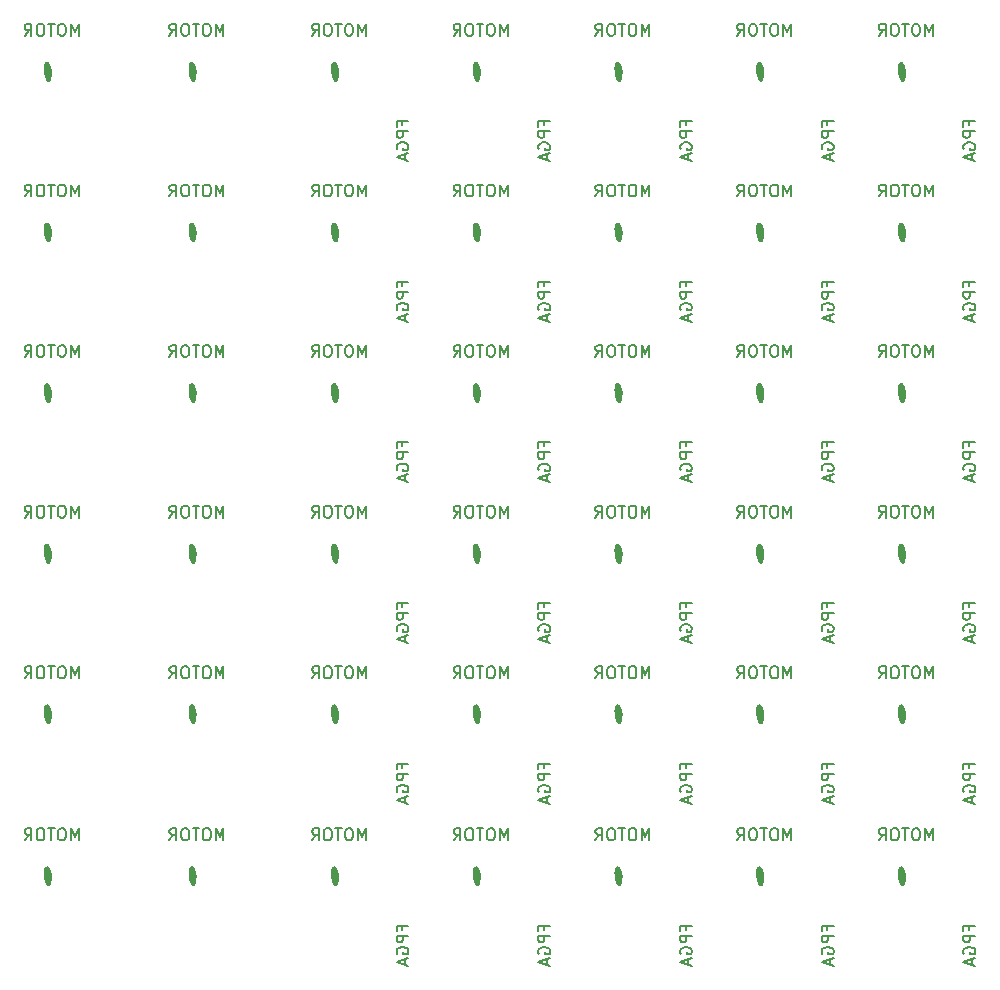
<source format=gbr>
G04 #@! TF.GenerationSoftware,KiCad,Pcbnew,5.0.2-bee76a0~70~ubuntu18.04.1*
G04 #@! TF.CreationDate,2019-05-10T19:11:01+02:00*
G04 #@! TF.ProjectId,spi_connector_board_5x5_panel,7370695f-636f-46e6-9e65-63746f725f62,rev?*
G04 #@! TF.SameCoordinates,Original*
G04 #@! TF.FileFunction,Legend,Bot*
G04 #@! TF.FilePolarity,Positive*
%FSLAX46Y46*%
G04 Gerber Fmt 4.6, Leading zero omitted, Abs format (unit mm)*
G04 Created by KiCad (PCBNEW 5.0.2-bee76a0~70~ubuntu18.04.1) date Fr 10 Mai 2019 19:11:01 CEST*
%MOMM*%
%LPD*%
G01*
G04 APERTURE LIST*
%ADD10C,0.150000*%
%ADD11C,0.010000*%
G04 APERTURE END LIST*
D10*
X102984404Y-99083880D02*
X102984404Y-98083880D01*
X102651071Y-98798166D01*
X102317738Y-98083880D01*
X102317738Y-99083880D01*
X101651071Y-98083880D02*
X101460595Y-98083880D01*
X101365357Y-98131500D01*
X101270119Y-98226738D01*
X101222500Y-98417214D01*
X101222500Y-98750547D01*
X101270119Y-98941023D01*
X101365357Y-99036261D01*
X101460595Y-99083880D01*
X101651071Y-99083880D01*
X101746309Y-99036261D01*
X101841547Y-98941023D01*
X101889166Y-98750547D01*
X101889166Y-98417214D01*
X101841547Y-98226738D01*
X101746309Y-98131500D01*
X101651071Y-98083880D01*
X100936785Y-98083880D02*
X100365357Y-98083880D01*
X100651071Y-99083880D02*
X100651071Y-98083880D01*
X99841547Y-98083880D02*
X99651071Y-98083880D01*
X99555833Y-98131500D01*
X99460595Y-98226738D01*
X99412976Y-98417214D01*
X99412976Y-98750547D01*
X99460595Y-98941023D01*
X99555833Y-99036261D01*
X99651071Y-99083880D01*
X99841547Y-99083880D01*
X99936785Y-99036261D01*
X100032023Y-98941023D01*
X100079642Y-98750547D01*
X100079642Y-98417214D01*
X100032023Y-98226738D01*
X99936785Y-98131500D01*
X99841547Y-98083880D01*
X98412976Y-99083880D02*
X98746309Y-98607690D01*
X98984404Y-99083880D02*
X98984404Y-98083880D01*
X98603452Y-98083880D01*
X98508214Y-98131500D01*
X98460595Y-98179119D01*
X98412976Y-98274357D01*
X98412976Y-98417214D01*
X98460595Y-98512452D01*
X98508214Y-98560071D01*
X98603452Y-98607690D01*
X98984404Y-98607690D01*
X102984404Y-126399880D02*
X102984404Y-125399880D01*
X102651071Y-126114166D01*
X102317738Y-125399880D01*
X102317738Y-126399880D01*
X101651071Y-125399880D02*
X101460595Y-125399880D01*
X101365357Y-125447500D01*
X101270119Y-125542738D01*
X101222500Y-125733214D01*
X101222500Y-126066547D01*
X101270119Y-126257023D01*
X101365357Y-126352261D01*
X101460595Y-126399880D01*
X101651071Y-126399880D01*
X101746309Y-126352261D01*
X101841547Y-126257023D01*
X101889166Y-126066547D01*
X101889166Y-125733214D01*
X101841547Y-125542738D01*
X101746309Y-125447500D01*
X101651071Y-125399880D01*
X100936785Y-125399880D02*
X100365357Y-125399880D01*
X100651071Y-126399880D02*
X100651071Y-125399880D01*
X99841547Y-125399880D02*
X99651071Y-125399880D01*
X99555833Y-125447500D01*
X99460595Y-125542738D01*
X99412976Y-125733214D01*
X99412976Y-126066547D01*
X99460595Y-126257023D01*
X99555833Y-126352261D01*
X99651071Y-126399880D01*
X99841547Y-126399880D01*
X99936785Y-126352261D01*
X100032023Y-126257023D01*
X100079642Y-126066547D01*
X100079642Y-125733214D01*
X100032023Y-125542738D01*
X99936785Y-125447500D01*
X99841547Y-125399880D01*
X98412976Y-126399880D02*
X98746309Y-125923690D01*
X98984404Y-126399880D02*
X98984404Y-125399880D01*
X98603452Y-125399880D01*
X98508214Y-125447500D01*
X98460595Y-125495119D01*
X98412976Y-125590357D01*
X98412976Y-125733214D01*
X98460595Y-125828452D01*
X98508214Y-125876071D01*
X98603452Y-125923690D01*
X98984404Y-125923690D01*
X102984404Y-112683880D02*
X102984404Y-111683880D01*
X102651071Y-112398166D01*
X102317738Y-111683880D01*
X102317738Y-112683880D01*
X101651071Y-111683880D02*
X101460595Y-111683880D01*
X101365357Y-111731500D01*
X101270119Y-111826738D01*
X101222500Y-112017214D01*
X101222500Y-112350547D01*
X101270119Y-112541023D01*
X101365357Y-112636261D01*
X101460595Y-112683880D01*
X101651071Y-112683880D01*
X101746309Y-112636261D01*
X101841547Y-112541023D01*
X101889166Y-112350547D01*
X101889166Y-112017214D01*
X101841547Y-111826738D01*
X101746309Y-111731500D01*
X101651071Y-111683880D01*
X100936785Y-111683880D02*
X100365357Y-111683880D01*
X100651071Y-112683880D02*
X100651071Y-111683880D01*
X99841547Y-111683880D02*
X99651071Y-111683880D01*
X99555833Y-111731500D01*
X99460595Y-111826738D01*
X99412976Y-112017214D01*
X99412976Y-112350547D01*
X99460595Y-112541023D01*
X99555833Y-112636261D01*
X99651071Y-112683880D01*
X99841547Y-112683880D01*
X99936785Y-112636261D01*
X100032023Y-112541023D01*
X100079642Y-112350547D01*
X100079642Y-112017214D01*
X100032023Y-111826738D01*
X99936785Y-111731500D01*
X99841547Y-111683880D01*
X98412976Y-112683880D02*
X98746309Y-112207690D01*
X98984404Y-112683880D02*
X98984404Y-111683880D01*
X98603452Y-111683880D01*
X98508214Y-111731500D01*
X98460595Y-111779119D01*
X98412976Y-111874357D01*
X98412976Y-112017214D01*
X98460595Y-112112452D01*
X98508214Y-112160071D01*
X98603452Y-112207690D01*
X98984404Y-112207690D01*
X102984404Y-71883880D02*
X102984404Y-70883880D01*
X102651071Y-71598166D01*
X102317738Y-70883880D01*
X102317738Y-71883880D01*
X101651071Y-70883880D02*
X101460595Y-70883880D01*
X101365357Y-70931500D01*
X101270119Y-71026738D01*
X101222500Y-71217214D01*
X101222500Y-71550547D01*
X101270119Y-71741023D01*
X101365357Y-71836261D01*
X101460595Y-71883880D01*
X101651071Y-71883880D01*
X101746309Y-71836261D01*
X101841547Y-71741023D01*
X101889166Y-71550547D01*
X101889166Y-71217214D01*
X101841547Y-71026738D01*
X101746309Y-70931500D01*
X101651071Y-70883880D01*
X100936785Y-70883880D02*
X100365357Y-70883880D01*
X100651071Y-71883880D02*
X100651071Y-70883880D01*
X99841547Y-70883880D02*
X99651071Y-70883880D01*
X99555833Y-70931500D01*
X99460595Y-71026738D01*
X99412976Y-71217214D01*
X99412976Y-71550547D01*
X99460595Y-71741023D01*
X99555833Y-71836261D01*
X99651071Y-71883880D01*
X99841547Y-71883880D01*
X99936785Y-71836261D01*
X100032023Y-71741023D01*
X100079642Y-71550547D01*
X100079642Y-71217214D01*
X100032023Y-71026738D01*
X99936785Y-70931500D01*
X99841547Y-70883880D01*
X98412976Y-71883880D02*
X98746309Y-71407690D01*
X98984404Y-71883880D02*
X98984404Y-70883880D01*
X98603452Y-70883880D01*
X98508214Y-70931500D01*
X98460595Y-70979119D01*
X98412976Y-71074357D01*
X98412976Y-71217214D01*
X98460595Y-71312452D01*
X98508214Y-71360071D01*
X98603452Y-71407690D01*
X98984404Y-71407690D01*
X102984404Y-85483880D02*
X102984404Y-84483880D01*
X102651071Y-85198166D01*
X102317738Y-84483880D01*
X102317738Y-85483880D01*
X101651071Y-84483880D02*
X101460595Y-84483880D01*
X101365357Y-84531500D01*
X101270119Y-84626738D01*
X101222500Y-84817214D01*
X101222500Y-85150547D01*
X101270119Y-85341023D01*
X101365357Y-85436261D01*
X101460595Y-85483880D01*
X101651071Y-85483880D01*
X101746309Y-85436261D01*
X101841547Y-85341023D01*
X101889166Y-85150547D01*
X101889166Y-84817214D01*
X101841547Y-84626738D01*
X101746309Y-84531500D01*
X101651071Y-84483880D01*
X100936785Y-84483880D02*
X100365357Y-84483880D01*
X100651071Y-85483880D02*
X100651071Y-84483880D01*
X99841547Y-84483880D02*
X99651071Y-84483880D01*
X99555833Y-84531500D01*
X99460595Y-84626738D01*
X99412976Y-84817214D01*
X99412976Y-85150547D01*
X99460595Y-85341023D01*
X99555833Y-85436261D01*
X99651071Y-85483880D01*
X99841547Y-85483880D01*
X99936785Y-85436261D01*
X100032023Y-85341023D01*
X100079642Y-85150547D01*
X100079642Y-84817214D01*
X100032023Y-84626738D01*
X99936785Y-84531500D01*
X99841547Y-84483880D01*
X98412976Y-85483880D02*
X98746309Y-85007690D01*
X98984404Y-85483880D02*
X98984404Y-84483880D01*
X98603452Y-84483880D01*
X98508214Y-84531500D01*
X98460595Y-84579119D01*
X98412976Y-84674357D01*
X98412976Y-84817214D01*
X98460595Y-84912452D01*
X98508214Y-84960071D01*
X98603452Y-85007690D01*
X98984404Y-85007690D01*
X102984404Y-58283880D02*
X102984404Y-57283880D01*
X102651071Y-57998166D01*
X102317738Y-57283880D01*
X102317738Y-58283880D01*
X101651071Y-57283880D02*
X101460595Y-57283880D01*
X101365357Y-57331500D01*
X101270119Y-57426738D01*
X101222500Y-57617214D01*
X101222500Y-57950547D01*
X101270119Y-58141023D01*
X101365357Y-58236261D01*
X101460595Y-58283880D01*
X101651071Y-58283880D01*
X101746309Y-58236261D01*
X101841547Y-58141023D01*
X101889166Y-57950547D01*
X101889166Y-57617214D01*
X101841547Y-57426738D01*
X101746309Y-57331500D01*
X101651071Y-57283880D01*
X100936785Y-57283880D02*
X100365357Y-57283880D01*
X100651071Y-58283880D02*
X100651071Y-57283880D01*
X99841547Y-57283880D02*
X99651071Y-57283880D01*
X99555833Y-57331500D01*
X99460595Y-57426738D01*
X99412976Y-57617214D01*
X99412976Y-57950547D01*
X99460595Y-58141023D01*
X99555833Y-58236261D01*
X99651071Y-58283880D01*
X99841547Y-58283880D01*
X99936785Y-58236261D01*
X100032023Y-58141023D01*
X100079642Y-57950547D01*
X100079642Y-57617214D01*
X100032023Y-57426738D01*
X99936785Y-57331500D01*
X99841547Y-57283880D01*
X98412976Y-58283880D02*
X98746309Y-57807690D01*
X98984404Y-58283880D02*
X98984404Y-57283880D01*
X98603452Y-57283880D01*
X98508214Y-57331500D01*
X98460595Y-57379119D01*
X98412976Y-57474357D01*
X98412976Y-57617214D01*
X98460595Y-57712452D01*
X98508214Y-57760071D01*
X98603452Y-57807690D01*
X98984404Y-57807690D01*
X115239904Y-126399880D02*
X115239904Y-125399880D01*
X114906571Y-126114166D01*
X114573238Y-125399880D01*
X114573238Y-126399880D01*
X113906571Y-125399880D02*
X113716095Y-125399880D01*
X113620857Y-125447500D01*
X113525619Y-125542738D01*
X113478000Y-125733214D01*
X113478000Y-126066547D01*
X113525619Y-126257023D01*
X113620857Y-126352261D01*
X113716095Y-126399880D01*
X113906571Y-126399880D01*
X114001809Y-126352261D01*
X114097047Y-126257023D01*
X114144666Y-126066547D01*
X114144666Y-125733214D01*
X114097047Y-125542738D01*
X114001809Y-125447500D01*
X113906571Y-125399880D01*
X113192285Y-125399880D02*
X112620857Y-125399880D01*
X112906571Y-126399880D02*
X112906571Y-125399880D01*
X112097047Y-125399880D02*
X111906571Y-125399880D01*
X111811333Y-125447500D01*
X111716095Y-125542738D01*
X111668476Y-125733214D01*
X111668476Y-126066547D01*
X111716095Y-126257023D01*
X111811333Y-126352261D01*
X111906571Y-126399880D01*
X112097047Y-126399880D01*
X112192285Y-126352261D01*
X112287523Y-126257023D01*
X112335142Y-126066547D01*
X112335142Y-125733214D01*
X112287523Y-125542738D01*
X112192285Y-125447500D01*
X112097047Y-125399880D01*
X110668476Y-126399880D02*
X111001809Y-125923690D01*
X111239904Y-126399880D02*
X111239904Y-125399880D01*
X110858952Y-125399880D01*
X110763714Y-125447500D01*
X110716095Y-125495119D01*
X110668476Y-125590357D01*
X110668476Y-125733214D01*
X110716095Y-125828452D01*
X110763714Y-125876071D01*
X110858952Y-125923690D01*
X111239904Y-125923690D01*
X178371571Y-133961785D02*
X178371571Y-133628452D01*
X178895380Y-133628452D02*
X177895380Y-133628452D01*
X177895380Y-134104642D01*
X178895380Y-134485595D02*
X177895380Y-134485595D01*
X177895380Y-134866547D01*
X177943000Y-134961785D01*
X177990619Y-135009404D01*
X178085857Y-135057023D01*
X178228714Y-135057023D01*
X178323952Y-135009404D01*
X178371571Y-134961785D01*
X178419190Y-134866547D01*
X178419190Y-134485595D01*
X177943000Y-136009404D02*
X177895380Y-135914166D01*
X177895380Y-135771309D01*
X177943000Y-135628452D01*
X178038238Y-135533214D01*
X178133476Y-135485595D01*
X178323952Y-135437976D01*
X178466809Y-135437976D01*
X178657285Y-135485595D01*
X178752523Y-135533214D01*
X178847761Y-135628452D01*
X178895380Y-135771309D01*
X178895380Y-135866547D01*
X178847761Y-136009404D01*
X178800142Y-136057023D01*
X178466809Y-136057023D01*
X178466809Y-135866547D01*
X178609666Y-136437976D02*
X178609666Y-136914166D01*
X178895380Y-136342738D02*
X177895380Y-136676071D01*
X178895380Y-137009404D01*
X166371571Y-133961785D02*
X166371571Y-133628452D01*
X166895380Y-133628452D02*
X165895380Y-133628452D01*
X165895380Y-134104642D01*
X166895380Y-134485595D02*
X165895380Y-134485595D01*
X165895380Y-134866547D01*
X165943000Y-134961785D01*
X165990619Y-135009404D01*
X166085857Y-135057023D01*
X166228714Y-135057023D01*
X166323952Y-135009404D01*
X166371571Y-134961785D01*
X166419190Y-134866547D01*
X166419190Y-134485595D01*
X165943000Y-136009404D02*
X165895380Y-135914166D01*
X165895380Y-135771309D01*
X165943000Y-135628452D01*
X166038238Y-135533214D01*
X166133476Y-135485595D01*
X166323952Y-135437976D01*
X166466809Y-135437976D01*
X166657285Y-135485595D01*
X166752523Y-135533214D01*
X166847761Y-135628452D01*
X166895380Y-135771309D01*
X166895380Y-135866547D01*
X166847761Y-136009404D01*
X166800142Y-136057023D01*
X166466809Y-136057023D01*
X166466809Y-135866547D01*
X166609666Y-136437976D02*
X166609666Y-136914166D01*
X166895380Y-136342738D02*
X165895380Y-136676071D01*
X166895380Y-137009404D01*
X154371571Y-133961785D02*
X154371571Y-133628452D01*
X154895380Y-133628452D02*
X153895380Y-133628452D01*
X153895380Y-134104642D01*
X154895380Y-134485595D02*
X153895380Y-134485595D01*
X153895380Y-134866547D01*
X153943000Y-134961785D01*
X153990619Y-135009404D01*
X154085857Y-135057023D01*
X154228714Y-135057023D01*
X154323952Y-135009404D01*
X154371571Y-134961785D01*
X154419190Y-134866547D01*
X154419190Y-134485595D01*
X153943000Y-136009404D02*
X153895380Y-135914166D01*
X153895380Y-135771309D01*
X153943000Y-135628452D01*
X154038238Y-135533214D01*
X154133476Y-135485595D01*
X154323952Y-135437976D01*
X154466809Y-135437976D01*
X154657285Y-135485595D01*
X154752523Y-135533214D01*
X154847761Y-135628452D01*
X154895380Y-135771309D01*
X154895380Y-135866547D01*
X154847761Y-136009404D01*
X154800142Y-136057023D01*
X154466809Y-136057023D01*
X154466809Y-135866547D01*
X154609666Y-136437976D02*
X154609666Y-136914166D01*
X154895380Y-136342738D02*
X153895380Y-136676071D01*
X154895380Y-137009404D01*
X142371571Y-133961785D02*
X142371571Y-133628452D01*
X142895380Y-133628452D02*
X141895380Y-133628452D01*
X141895380Y-134104642D01*
X142895380Y-134485595D02*
X141895380Y-134485595D01*
X141895380Y-134866547D01*
X141943000Y-134961785D01*
X141990619Y-135009404D01*
X142085857Y-135057023D01*
X142228714Y-135057023D01*
X142323952Y-135009404D01*
X142371571Y-134961785D01*
X142419190Y-134866547D01*
X142419190Y-134485595D01*
X141943000Y-136009404D02*
X141895380Y-135914166D01*
X141895380Y-135771309D01*
X141943000Y-135628452D01*
X142038238Y-135533214D01*
X142133476Y-135485595D01*
X142323952Y-135437976D01*
X142466809Y-135437976D01*
X142657285Y-135485595D01*
X142752523Y-135533214D01*
X142847761Y-135628452D01*
X142895380Y-135771309D01*
X142895380Y-135866547D01*
X142847761Y-136009404D01*
X142800142Y-136057023D01*
X142466809Y-136057023D01*
X142466809Y-135866547D01*
X142609666Y-136437976D02*
X142609666Y-136914166D01*
X142895380Y-136342738D02*
X141895380Y-136676071D01*
X142895380Y-137009404D01*
X130371571Y-133961785D02*
X130371571Y-133628452D01*
X130895380Y-133628452D02*
X129895380Y-133628452D01*
X129895380Y-134104642D01*
X130895380Y-134485595D02*
X129895380Y-134485595D01*
X129895380Y-134866547D01*
X129943000Y-134961785D01*
X129990619Y-135009404D01*
X130085857Y-135057023D01*
X130228714Y-135057023D01*
X130323952Y-135009404D01*
X130371571Y-134961785D01*
X130419190Y-134866547D01*
X130419190Y-134485595D01*
X129943000Y-136009404D02*
X129895380Y-135914166D01*
X129895380Y-135771309D01*
X129943000Y-135628452D01*
X130038238Y-135533214D01*
X130133476Y-135485595D01*
X130323952Y-135437976D01*
X130466809Y-135437976D01*
X130657285Y-135485595D01*
X130752523Y-135533214D01*
X130847761Y-135628452D01*
X130895380Y-135771309D01*
X130895380Y-135866547D01*
X130847761Y-136009404D01*
X130800142Y-136057023D01*
X130466809Y-136057023D01*
X130466809Y-135866547D01*
X130609666Y-136437976D02*
X130609666Y-136914166D01*
X130895380Y-136342738D02*
X129895380Y-136676071D01*
X130895380Y-137009404D01*
X127304904Y-126399880D02*
X127304904Y-125399880D01*
X126971571Y-126114166D01*
X126638238Y-125399880D01*
X126638238Y-126399880D01*
X125971571Y-125399880D02*
X125781095Y-125399880D01*
X125685857Y-125447500D01*
X125590619Y-125542738D01*
X125543000Y-125733214D01*
X125543000Y-126066547D01*
X125590619Y-126257023D01*
X125685857Y-126352261D01*
X125781095Y-126399880D01*
X125971571Y-126399880D01*
X126066809Y-126352261D01*
X126162047Y-126257023D01*
X126209666Y-126066547D01*
X126209666Y-125733214D01*
X126162047Y-125542738D01*
X126066809Y-125447500D01*
X125971571Y-125399880D01*
X125257285Y-125399880D02*
X124685857Y-125399880D01*
X124971571Y-126399880D02*
X124971571Y-125399880D01*
X124162047Y-125399880D02*
X123971571Y-125399880D01*
X123876333Y-125447500D01*
X123781095Y-125542738D01*
X123733476Y-125733214D01*
X123733476Y-126066547D01*
X123781095Y-126257023D01*
X123876333Y-126352261D01*
X123971571Y-126399880D01*
X124162047Y-126399880D01*
X124257285Y-126352261D01*
X124352523Y-126257023D01*
X124400142Y-126066547D01*
X124400142Y-125733214D01*
X124352523Y-125542738D01*
X124257285Y-125447500D01*
X124162047Y-125399880D01*
X122733476Y-126399880D02*
X123066809Y-125923690D01*
X123304904Y-126399880D02*
X123304904Y-125399880D01*
X122923952Y-125399880D01*
X122828714Y-125447500D01*
X122781095Y-125495119D01*
X122733476Y-125590357D01*
X122733476Y-125733214D01*
X122781095Y-125828452D01*
X122828714Y-125876071D01*
X122923952Y-125923690D01*
X123304904Y-125923690D01*
X151304904Y-126399880D02*
X151304904Y-125399880D01*
X150971571Y-126114166D01*
X150638238Y-125399880D01*
X150638238Y-126399880D01*
X149971571Y-125399880D02*
X149781095Y-125399880D01*
X149685857Y-125447500D01*
X149590619Y-125542738D01*
X149543000Y-125733214D01*
X149543000Y-126066547D01*
X149590619Y-126257023D01*
X149685857Y-126352261D01*
X149781095Y-126399880D01*
X149971571Y-126399880D01*
X150066809Y-126352261D01*
X150162047Y-126257023D01*
X150209666Y-126066547D01*
X150209666Y-125733214D01*
X150162047Y-125542738D01*
X150066809Y-125447500D01*
X149971571Y-125399880D01*
X149257285Y-125399880D02*
X148685857Y-125399880D01*
X148971571Y-126399880D02*
X148971571Y-125399880D01*
X148162047Y-125399880D02*
X147971571Y-125399880D01*
X147876333Y-125447500D01*
X147781095Y-125542738D01*
X147733476Y-125733214D01*
X147733476Y-126066547D01*
X147781095Y-126257023D01*
X147876333Y-126352261D01*
X147971571Y-126399880D01*
X148162047Y-126399880D01*
X148257285Y-126352261D01*
X148352523Y-126257023D01*
X148400142Y-126066547D01*
X148400142Y-125733214D01*
X148352523Y-125542738D01*
X148257285Y-125447500D01*
X148162047Y-125399880D01*
X146733476Y-126399880D02*
X147066809Y-125923690D01*
X147304904Y-126399880D02*
X147304904Y-125399880D01*
X146923952Y-125399880D01*
X146828714Y-125447500D01*
X146781095Y-125495119D01*
X146733476Y-125590357D01*
X146733476Y-125733214D01*
X146781095Y-125828452D01*
X146828714Y-125876071D01*
X146923952Y-125923690D01*
X147304904Y-125923690D01*
X139304904Y-126399880D02*
X139304904Y-125399880D01*
X138971571Y-126114166D01*
X138638238Y-125399880D01*
X138638238Y-126399880D01*
X137971571Y-125399880D02*
X137781095Y-125399880D01*
X137685857Y-125447500D01*
X137590619Y-125542738D01*
X137543000Y-125733214D01*
X137543000Y-126066547D01*
X137590619Y-126257023D01*
X137685857Y-126352261D01*
X137781095Y-126399880D01*
X137971571Y-126399880D01*
X138066809Y-126352261D01*
X138162047Y-126257023D01*
X138209666Y-126066547D01*
X138209666Y-125733214D01*
X138162047Y-125542738D01*
X138066809Y-125447500D01*
X137971571Y-125399880D01*
X137257285Y-125399880D02*
X136685857Y-125399880D01*
X136971571Y-126399880D02*
X136971571Y-125399880D01*
X136162047Y-125399880D02*
X135971571Y-125399880D01*
X135876333Y-125447500D01*
X135781095Y-125542738D01*
X135733476Y-125733214D01*
X135733476Y-126066547D01*
X135781095Y-126257023D01*
X135876333Y-126352261D01*
X135971571Y-126399880D01*
X136162047Y-126399880D01*
X136257285Y-126352261D01*
X136352523Y-126257023D01*
X136400142Y-126066547D01*
X136400142Y-125733214D01*
X136352523Y-125542738D01*
X136257285Y-125447500D01*
X136162047Y-125399880D01*
X134733476Y-126399880D02*
X135066809Y-125923690D01*
X135304904Y-126399880D02*
X135304904Y-125399880D01*
X134923952Y-125399880D01*
X134828714Y-125447500D01*
X134781095Y-125495119D01*
X134733476Y-125590357D01*
X134733476Y-125733214D01*
X134781095Y-125828452D01*
X134828714Y-125876071D01*
X134923952Y-125923690D01*
X135304904Y-125923690D01*
X175304904Y-126399880D02*
X175304904Y-125399880D01*
X174971571Y-126114166D01*
X174638238Y-125399880D01*
X174638238Y-126399880D01*
X173971571Y-125399880D02*
X173781095Y-125399880D01*
X173685857Y-125447500D01*
X173590619Y-125542738D01*
X173543000Y-125733214D01*
X173543000Y-126066547D01*
X173590619Y-126257023D01*
X173685857Y-126352261D01*
X173781095Y-126399880D01*
X173971571Y-126399880D01*
X174066809Y-126352261D01*
X174162047Y-126257023D01*
X174209666Y-126066547D01*
X174209666Y-125733214D01*
X174162047Y-125542738D01*
X174066809Y-125447500D01*
X173971571Y-125399880D01*
X173257285Y-125399880D02*
X172685857Y-125399880D01*
X172971571Y-126399880D02*
X172971571Y-125399880D01*
X172162047Y-125399880D02*
X171971571Y-125399880D01*
X171876333Y-125447500D01*
X171781095Y-125542738D01*
X171733476Y-125733214D01*
X171733476Y-126066547D01*
X171781095Y-126257023D01*
X171876333Y-126352261D01*
X171971571Y-126399880D01*
X172162047Y-126399880D01*
X172257285Y-126352261D01*
X172352523Y-126257023D01*
X172400142Y-126066547D01*
X172400142Y-125733214D01*
X172352523Y-125542738D01*
X172257285Y-125447500D01*
X172162047Y-125399880D01*
X170733476Y-126399880D02*
X171066809Y-125923690D01*
X171304904Y-126399880D02*
X171304904Y-125399880D01*
X170923952Y-125399880D01*
X170828714Y-125447500D01*
X170781095Y-125495119D01*
X170733476Y-125590357D01*
X170733476Y-125733214D01*
X170781095Y-125828452D01*
X170828714Y-125876071D01*
X170923952Y-125923690D01*
X171304904Y-125923690D01*
X163304904Y-126399880D02*
X163304904Y-125399880D01*
X162971571Y-126114166D01*
X162638238Y-125399880D01*
X162638238Y-126399880D01*
X161971571Y-125399880D02*
X161781095Y-125399880D01*
X161685857Y-125447500D01*
X161590619Y-125542738D01*
X161543000Y-125733214D01*
X161543000Y-126066547D01*
X161590619Y-126257023D01*
X161685857Y-126352261D01*
X161781095Y-126399880D01*
X161971571Y-126399880D01*
X162066809Y-126352261D01*
X162162047Y-126257023D01*
X162209666Y-126066547D01*
X162209666Y-125733214D01*
X162162047Y-125542738D01*
X162066809Y-125447500D01*
X161971571Y-125399880D01*
X161257285Y-125399880D02*
X160685857Y-125399880D01*
X160971571Y-126399880D02*
X160971571Y-125399880D01*
X160162047Y-125399880D02*
X159971571Y-125399880D01*
X159876333Y-125447500D01*
X159781095Y-125542738D01*
X159733476Y-125733214D01*
X159733476Y-126066547D01*
X159781095Y-126257023D01*
X159876333Y-126352261D01*
X159971571Y-126399880D01*
X160162047Y-126399880D01*
X160257285Y-126352261D01*
X160352523Y-126257023D01*
X160400142Y-126066547D01*
X160400142Y-125733214D01*
X160352523Y-125542738D01*
X160257285Y-125447500D01*
X160162047Y-125399880D01*
X158733476Y-126399880D02*
X159066809Y-125923690D01*
X159304904Y-126399880D02*
X159304904Y-125399880D01*
X158923952Y-125399880D01*
X158828714Y-125447500D01*
X158781095Y-125495119D01*
X158733476Y-125590357D01*
X158733476Y-125733214D01*
X158781095Y-125828452D01*
X158828714Y-125876071D01*
X158923952Y-125923690D01*
X159304904Y-125923690D01*
X115239904Y-58283880D02*
X115239904Y-57283880D01*
X114906571Y-57998166D01*
X114573238Y-57283880D01*
X114573238Y-58283880D01*
X113906571Y-57283880D02*
X113716095Y-57283880D01*
X113620857Y-57331500D01*
X113525619Y-57426738D01*
X113478000Y-57617214D01*
X113478000Y-57950547D01*
X113525619Y-58141023D01*
X113620857Y-58236261D01*
X113716095Y-58283880D01*
X113906571Y-58283880D01*
X114001809Y-58236261D01*
X114097047Y-58141023D01*
X114144666Y-57950547D01*
X114144666Y-57617214D01*
X114097047Y-57426738D01*
X114001809Y-57331500D01*
X113906571Y-57283880D01*
X113192285Y-57283880D02*
X112620857Y-57283880D01*
X112906571Y-58283880D02*
X112906571Y-57283880D01*
X112097047Y-57283880D02*
X111906571Y-57283880D01*
X111811333Y-57331500D01*
X111716095Y-57426738D01*
X111668476Y-57617214D01*
X111668476Y-57950547D01*
X111716095Y-58141023D01*
X111811333Y-58236261D01*
X111906571Y-58283880D01*
X112097047Y-58283880D01*
X112192285Y-58236261D01*
X112287523Y-58141023D01*
X112335142Y-57950547D01*
X112335142Y-57617214D01*
X112287523Y-57426738D01*
X112192285Y-57331500D01*
X112097047Y-57283880D01*
X110668476Y-58283880D02*
X111001809Y-57807690D01*
X111239904Y-58283880D02*
X111239904Y-57283880D01*
X110858952Y-57283880D01*
X110763714Y-57331500D01*
X110716095Y-57379119D01*
X110668476Y-57474357D01*
X110668476Y-57617214D01*
X110716095Y-57712452D01*
X110763714Y-57760071D01*
X110858952Y-57807690D01*
X111239904Y-57807690D01*
X115239904Y-71883880D02*
X115239904Y-70883880D01*
X114906571Y-71598166D01*
X114573238Y-70883880D01*
X114573238Y-71883880D01*
X113906571Y-70883880D02*
X113716095Y-70883880D01*
X113620857Y-70931500D01*
X113525619Y-71026738D01*
X113478000Y-71217214D01*
X113478000Y-71550547D01*
X113525619Y-71741023D01*
X113620857Y-71836261D01*
X113716095Y-71883880D01*
X113906571Y-71883880D01*
X114001809Y-71836261D01*
X114097047Y-71741023D01*
X114144666Y-71550547D01*
X114144666Y-71217214D01*
X114097047Y-71026738D01*
X114001809Y-70931500D01*
X113906571Y-70883880D01*
X113192285Y-70883880D02*
X112620857Y-70883880D01*
X112906571Y-71883880D02*
X112906571Y-70883880D01*
X112097047Y-70883880D02*
X111906571Y-70883880D01*
X111811333Y-70931500D01*
X111716095Y-71026738D01*
X111668476Y-71217214D01*
X111668476Y-71550547D01*
X111716095Y-71741023D01*
X111811333Y-71836261D01*
X111906571Y-71883880D01*
X112097047Y-71883880D01*
X112192285Y-71836261D01*
X112287523Y-71741023D01*
X112335142Y-71550547D01*
X112335142Y-71217214D01*
X112287523Y-71026738D01*
X112192285Y-70931500D01*
X112097047Y-70883880D01*
X110668476Y-71883880D02*
X111001809Y-71407690D01*
X111239904Y-71883880D02*
X111239904Y-70883880D01*
X110858952Y-70883880D01*
X110763714Y-70931500D01*
X110716095Y-70979119D01*
X110668476Y-71074357D01*
X110668476Y-71217214D01*
X110716095Y-71312452D01*
X110763714Y-71360071D01*
X110858952Y-71407690D01*
X111239904Y-71407690D01*
X115239904Y-85483880D02*
X115239904Y-84483880D01*
X114906571Y-85198166D01*
X114573238Y-84483880D01*
X114573238Y-85483880D01*
X113906571Y-84483880D02*
X113716095Y-84483880D01*
X113620857Y-84531500D01*
X113525619Y-84626738D01*
X113478000Y-84817214D01*
X113478000Y-85150547D01*
X113525619Y-85341023D01*
X113620857Y-85436261D01*
X113716095Y-85483880D01*
X113906571Y-85483880D01*
X114001809Y-85436261D01*
X114097047Y-85341023D01*
X114144666Y-85150547D01*
X114144666Y-84817214D01*
X114097047Y-84626738D01*
X114001809Y-84531500D01*
X113906571Y-84483880D01*
X113192285Y-84483880D02*
X112620857Y-84483880D01*
X112906571Y-85483880D02*
X112906571Y-84483880D01*
X112097047Y-84483880D02*
X111906571Y-84483880D01*
X111811333Y-84531500D01*
X111716095Y-84626738D01*
X111668476Y-84817214D01*
X111668476Y-85150547D01*
X111716095Y-85341023D01*
X111811333Y-85436261D01*
X111906571Y-85483880D01*
X112097047Y-85483880D01*
X112192285Y-85436261D01*
X112287523Y-85341023D01*
X112335142Y-85150547D01*
X112335142Y-84817214D01*
X112287523Y-84626738D01*
X112192285Y-84531500D01*
X112097047Y-84483880D01*
X110668476Y-85483880D02*
X111001809Y-85007690D01*
X111239904Y-85483880D02*
X111239904Y-84483880D01*
X110858952Y-84483880D01*
X110763714Y-84531500D01*
X110716095Y-84579119D01*
X110668476Y-84674357D01*
X110668476Y-84817214D01*
X110716095Y-84912452D01*
X110763714Y-84960071D01*
X110858952Y-85007690D01*
X111239904Y-85007690D01*
X115239904Y-99083880D02*
X115239904Y-98083880D01*
X114906571Y-98798166D01*
X114573238Y-98083880D01*
X114573238Y-99083880D01*
X113906571Y-98083880D02*
X113716095Y-98083880D01*
X113620857Y-98131500D01*
X113525619Y-98226738D01*
X113478000Y-98417214D01*
X113478000Y-98750547D01*
X113525619Y-98941023D01*
X113620857Y-99036261D01*
X113716095Y-99083880D01*
X113906571Y-99083880D01*
X114001809Y-99036261D01*
X114097047Y-98941023D01*
X114144666Y-98750547D01*
X114144666Y-98417214D01*
X114097047Y-98226738D01*
X114001809Y-98131500D01*
X113906571Y-98083880D01*
X113192285Y-98083880D02*
X112620857Y-98083880D01*
X112906571Y-99083880D02*
X112906571Y-98083880D01*
X112097047Y-98083880D02*
X111906571Y-98083880D01*
X111811333Y-98131500D01*
X111716095Y-98226738D01*
X111668476Y-98417214D01*
X111668476Y-98750547D01*
X111716095Y-98941023D01*
X111811333Y-99036261D01*
X111906571Y-99083880D01*
X112097047Y-99083880D01*
X112192285Y-99036261D01*
X112287523Y-98941023D01*
X112335142Y-98750547D01*
X112335142Y-98417214D01*
X112287523Y-98226738D01*
X112192285Y-98131500D01*
X112097047Y-98083880D01*
X110668476Y-99083880D02*
X111001809Y-98607690D01*
X111239904Y-99083880D02*
X111239904Y-98083880D01*
X110858952Y-98083880D01*
X110763714Y-98131500D01*
X110716095Y-98179119D01*
X110668476Y-98274357D01*
X110668476Y-98417214D01*
X110716095Y-98512452D01*
X110763714Y-98560071D01*
X110858952Y-98607690D01*
X111239904Y-98607690D01*
X115239904Y-112683880D02*
X115239904Y-111683880D01*
X114906571Y-112398166D01*
X114573238Y-111683880D01*
X114573238Y-112683880D01*
X113906571Y-111683880D02*
X113716095Y-111683880D01*
X113620857Y-111731500D01*
X113525619Y-111826738D01*
X113478000Y-112017214D01*
X113478000Y-112350547D01*
X113525619Y-112541023D01*
X113620857Y-112636261D01*
X113716095Y-112683880D01*
X113906571Y-112683880D01*
X114001809Y-112636261D01*
X114097047Y-112541023D01*
X114144666Y-112350547D01*
X114144666Y-112017214D01*
X114097047Y-111826738D01*
X114001809Y-111731500D01*
X113906571Y-111683880D01*
X113192285Y-111683880D02*
X112620857Y-111683880D01*
X112906571Y-112683880D02*
X112906571Y-111683880D01*
X112097047Y-111683880D02*
X111906571Y-111683880D01*
X111811333Y-111731500D01*
X111716095Y-111826738D01*
X111668476Y-112017214D01*
X111668476Y-112350547D01*
X111716095Y-112541023D01*
X111811333Y-112636261D01*
X111906571Y-112683880D01*
X112097047Y-112683880D01*
X112192285Y-112636261D01*
X112287523Y-112541023D01*
X112335142Y-112350547D01*
X112335142Y-112017214D01*
X112287523Y-111826738D01*
X112192285Y-111731500D01*
X112097047Y-111683880D01*
X110668476Y-112683880D02*
X111001809Y-112207690D01*
X111239904Y-112683880D02*
X111239904Y-111683880D01*
X110858952Y-111683880D01*
X110763714Y-111731500D01*
X110716095Y-111779119D01*
X110668476Y-111874357D01*
X110668476Y-112017214D01*
X110716095Y-112112452D01*
X110763714Y-112160071D01*
X110858952Y-112207690D01*
X111239904Y-112207690D01*
X178371571Y-120245785D02*
X178371571Y-119912452D01*
X178895380Y-119912452D02*
X177895380Y-119912452D01*
X177895380Y-120388642D01*
X178895380Y-120769595D02*
X177895380Y-120769595D01*
X177895380Y-121150547D01*
X177943000Y-121245785D01*
X177990619Y-121293404D01*
X178085857Y-121341023D01*
X178228714Y-121341023D01*
X178323952Y-121293404D01*
X178371571Y-121245785D01*
X178419190Y-121150547D01*
X178419190Y-120769595D01*
X177943000Y-122293404D02*
X177895380Y-122198166D01*
X177895380Y-122055309D01*
X177943000Y-121912452D01*
X178038238Y-121817214D01*
X178133476Y-121769595D01*
X178323952Y-121721976D01*
X178466809Y-121721976D01*
X178657285Y-121769595D01*
X178752523Y-121817214D01*
X178847761Y-121912452D01*
X178895380Y-122055309D01*
X178895380Y-122150547D01*
X178847761Y-122293404D01*
X178800142Y-122341023D01*
X178466809Y-122341023D01*
X178466809Y-122150547D01*
X178609666Y-122721976D02*
X178609666Y-123198166D01*
X178895380Y-122626738D02*
X177895380Y-122960071D01*
X178895380Y-123293404D01*
X166371571Y-120245785D02*
X166371571Y-119912452D01*
X166895380Y-119912452D02*
X165895380Y-119912452D01*
X165895380Y-120388642D01*
X166895380Y-120769595D02*
X165895380Y-120769595D01*
X165895380Y-121150547D01*
X165943000Y-121245785D01*
X165990619Y-121293404D01*
X166085857Y-121341023D01*
X166228714Y-121341023D01*
X166323952Y-121293404D01*
X166371571Y-121245785D01*
X166419190Y-121150547D01*
X166419190Y-120769595D01*
X165943000Y-122293404D02*
X165895380Y-122198166D01*
X165895380Y-122055309D01*
X165943000Y-121912452D01*
X166038238Y-121817214D01*
X166133476Y-121769595D01*
X166323952Y-121721976D01*
X166466809Y-121721976D01*
X166657285Y-121769595D01*
X166752523Y-121817214D01*
X166847761Y-121912452D01*
X166895380Y-122055309D01*
X166895380Y-122150547D01*
X166847761Y-122293404D01*
X166800142Y-122341023D01*
X166466809Y-122341023D01*
X166466809Y-122150547D01*
X166609666Y-122721976D02*
X166609666Y-123198166D01*
X166895380Y-122626738D02*
X165895380Y-122960071D01*
X166895380Y-123293404D01*
X154371571Y-120245785D02*
X154371571Y-119912452D01*
X154895380Y-119912452D02*
X153895380Y-119912452D01*
X153895380Y-120388642D01*
X154895380Y-120769595D02*
X153895380Y-120769595D01*
X153895380Y-121150547D01*
X153943000Y-121245785D01*
X153990619Y-121293404D01*
X154085857Y-121341023D01*
X154228714Y-121341023D01*
X154323952Y-121293404D01*
X154371571Y-121245785D01*
X154419190Y-121150547D01*
X154419190Y-120769595D01*
X153943000Y-122293404D02*
X153895380Y-122198166D01*
X153895380Y-122055309D01*
X153943000Y-121912452D01*
X154038238Y-121817214D01*
X154133476Y-121769595D01*
X154323952Y-121721976D01*
X154466809Y-121721976D01*
X154657285Y-121769595D01*
X154752523Y-121817214D01*
X154847761Y-121912452D01*
X154895380Y-122055309D01*
X154895380Y-122150547D01*
X154847761Y-122293404D01*
X154800142Y-122341023D01*
X154466809Y-122341023D01*
X154466809Y-122150547D01*
X154609666Y-122721976D02*
X154609666Y-123198166D01*
X154895380Y-122626738D02*
X153895380Y-122960071D01*
X154895380Y-123293404D01*
X142371571Y-120245785D02*
X142371571Y-119912452D01*
X142895380Y-119912452D02*
X141895380Y-119912452D01*
X141895380Y-120388642D01*
X142895380Y-120769595D02*
X141895380Y-120769595D01*
X141895380Y-121150547D01*
X141943000Y-121245785D01*
X141990619Y-121293404D01*
X142085857Y-121341023D01*
X142228714Y-121341023D01*
X142323952Y-121293404D01*
X142371571Y-121245785D01*
X142419190Y-121150547D01*
X142419190Y-120769595D01*
X141943000Y-122293404D02*
X141895380Y-122198166D01*
X141895380Y-122055309D01*
X141943000Y-121912452D01*
X142038238Y-121817214D01*
X142133476Y-121769595D01*
X142323952Y-121721976D01*
X142466809Y-121721976D01*
X142657285Y-121769595D01*
X142752523Y-121817214D01*
X142847761Y-121912452D01*
X142895380Y-122055309D01*
X142895380Y-122150547D01*
X142847761Y-122293404D01*
X142800142Y-122341023D01*
X142466809Y-122341023D01*
X142466809Y-122150547D01*
X142609666Y-122721976D02*
X142609666Y-123198166D01*
X142895380Y-122626738D02*
X141895380Y-122960071D01*
X142895380Y-123293404D01*
X130371571Y-120245785D02*
X130371571Y-119912452D01*
X130895380Y-119912452D02*
X129895380Y-119912452D01*
X129895380Y-120388642D01*
X130895380Y-120769595D02*
X129895380Y-120769595D01*
X129895380Y-121150547D01*
X129943000Y-121245785D01*
X129990619Y-121293404D01*
X130085857Y-121341023D01*
X130228714Y-121341023D01*
X130323952Y-121293404D01*
X130371571Y-121245785D01*
X130419190Y-121150547D01*
X130419190Y-120769595D01*
X129943000Y-122293404D02*
X129895380Y-122198166D01*
X129895380Y-122055309D01*
X129943000Y-121912452D01*
X130038238Y-121817214D01*
X130133476Y-121769595D01*
X130323952Y-121721976D01*
X130466809Y-121721976D01*
X130657285Y-121769595D01*
X130752523Y-121817214D01*
X130847761Y-121912452D01*
X130895380Y-122055309D01*
X130895380Y-122150547D01*
X130847761Y-122293404D01*
X130800142Y-122341023D01*
X130466809Y-122341023D01*
X130466809Y-122150547D01*
X130609666Y-122721976D02*
X130609666Y-123198166D01*
X130895380Y-122626738D02*
X129895380Y-122960071D01*
X130895380Y-123293404D01*
X178371571Y-106645785D02*
X178371571Y-106312452D01*
X178895380Y-106312452D02*
X177895380Y-106312452D01*
X177895380Y-106788642D01*
X178895380Y-107169595D02*
X177895380Y-107169595D01*
X177895380Y-107550547D01*
X177943000Y-107645785D01*
X177990619Y-107693404D01*
X178085857Y-107741023D01*
X178228714Y-107741023D01*
X178323952Y-107693404D01*
X178371571Y-107645785D01*
X178419190Y-107550547D01*
X178419190Y-107169595D01*
X177943000Y-108693404D02*
X177895380Y-108598166D01*
X177895380Y-108455309D01*
X177943000Y-108312452D01*
X178038238Y-108217214D01*
X178133476Y-108169595D01*
X178323952Y-108121976D01*
X178466809Y-108121976D01*
X178657285Y-108169595D01*
X178752523Y-108217214D01*
X178847761Y-108312452D01*
X178895380Y-108455309D01*
X178895380Y-108550547D01*
X178847761Y-108693404D01*
X178800142Y-108741023D01*
X178466809Y-108741023D01*
X178466809Y-108550547D01*
X178609666Y-109121976D02*
X178609666Y-109598166D01*
X178895380Y-109026738D02*
X177895380Y-109360071D01*
X178895380Y-109693404D01*
X166371571Y-106645785D02*
X166371571Y-106312452D01*
X166895380Y-106312452D02*
X165895380Y-106312452D01*
X165895380Y-106788642D01*
X166895380Y-107169595D02*
X165895380Y-107169595D01*
X165895380Y-107550547D01*
X165943000Y-107645785D01*
X165990619Y-107693404D01*
X166085857Y-107741023D01*
X166228714Y-107741023D01*
X166323952Y-107693404D01*
X166371571Y-107645785D01*
X166419190Y-107550547D01*
X166419190Y-107169595D01*
X165943000Y-108693404D02*
X165895380Y-108598166D01*
X165895380Y-108455309D01*
X165943000Y-108312452D01*
X166038238Y-108217214D01*
X166133476Y-108169595D01*
X166323952Y-108121976D01*
X166466809Y-108121976D01*
X166657285Y-108169595D01*
X166752523Y-108217214D01*
X166847761Y-108312452D01*
X166895380Y-108455309D01*
X166895380Y-108550547D01*
X166847761Y-108693404D01*
X166800142Y-108741023D01*
X166466809Y-108741023D01*
X166466809Y-108550547D01*
X166609666Y-109121976D02*
X166609666Y-109598166D01*
X166895380Y-109026738D02*
X165895380Y-109360071D01*
X166895380Y-109693404D01*
X154371571Y-106645785D02*
X154371571Y-106312452D01*
X154895380Y-106312452D02*
X153895380Y-106312452D01*
X153895380Y-106788642D01*
X154895380Y-107169595D02*
X153895380Y-107169595D01*
X153895380Y-107550547D01*
X153943000Y-107645785D01*
X153990619Y-107693404D01*
X154085857Y-107741023D01*
X154228714Y-107741023D01*
X154323952Y-107693404D01*
X154371571Y-107645785D01*
X154419190Y-107550547D01*
X154419190Y-107169595D01*
X153943000Y-108693404D02*
X153895380Y-108598166D01*
X153895380Y-108455309D01*
X153943000Y-108312452D01*
X154038238Y-108217214D01*
X154133476Y-108169595D01*
X154323952Y-108121976D01*
X154466809Y-108121976D01*
X154657285Y-108169595D01*
X154752523Y-108217214D01*
X154847761Y-108312452D01*
X154895380Y-108455309D01*
X154895380Y-108550547D01*
X154847761Y-108693404D01*
X154800142Y-108741023D01*
X154466809Y-108741023D01*
X154466809Y-108550547D01*
X154609666Y-109121976D02*
X154609666Y-109598166D01*
X154895380Y-109026738D02*
X153895380Y-109360071D01*
X154895380Y-109693404D01*
X142371571Y-106645785D02*
X142371571Y-106312452D01*
X142895380Y-106312452D02*
X141895380Y-106312452D01*
X141895380Y-106788642D01*
X142895380Y-107169595D02*
X141895380Y-107169595D01*
X141895380Y-107550547D01*
X141943000Y-107645785D01*
X141990619Y-107693404D01*
X142085857Y-107741023D01*
X142228714Y-107741023D01*
X142323952Y-107693404D01*
X142371571Y-107645785D01*
X142419190Y-107550547D01*
X142419190Y-107169595D01*
X141943000Y-108693404D02*
X141895380Y-108598166D01*
X141895380Y-108455309D01*
X141943000Y-108312452D01*
X142038238Y-108217214D01*
X142133476Y-108169595D01*
X142323952Y-108121976D01*
X142466809Y-108121976D01*
X142657285Y-108169595D01*
X142752523Y-108217214D01*
X142847761Y-108312452D01*
X142895380Y-108455309D01*
X142895380Y-108550547D01*
X142847761Y-108693404D01*
X142800142Y-108741023D01*
X142466809Y-108741023D01*
X142466809Y-108550547D01*
X142609666Y-109121976D02*
X142609666Y-109598166D01*
X142895380Y-109026738D02*
X141895380Y-109360071D01*
X142895380Y-109693404D01*
X130371571Y-106645785D02*
X130371571Y-106312452D01*
X130895380Y-106312452D02*
X129895380Y-106312452D01*
X129895380Y-106788642D01*
X130895380Y-107169595D02*
X129895380Y-107169595D01*
X129895380Y-107550547D01*
X129943000Y-107645785D01*
X129990619Y-107693404D01*
X130085857Y-107741023D01*
X130228714Y-107741023D01*
X130323952Y-107693404D01*
X130371571Y-107645785D01*
X130419190Y-107550547D01*
X130419190Y-107169595D01*
X129943000Y-108693404D02*
X129895380Y-108598166D01*
X129895380Y-108455309D01*
X129943000Y-108312452D01*
X130038238Y-108217214D01*
X130133476Y-108169595D01*
X130323952Y-108121976D01*
X130466809Y-108121976D01*
X130657285Y-108169595D01*
X130752523Y-108217214D01*
X130847761Y-108312452D01*
X130895380Y-108455309D01*
X130895380Y-108550547D01*
X130847761Y-108693404D01*
X130800142Y-108741023D01*
X130466809Y-108741023D01*
X130466809Y-108550547D01*
X130609666Y-109121976D02*
X130609666Y-109598166D01*
X130895380Y-109026738D02*
X129895380Y-109360071D01*
X130895380Y-109693404D01*
X178371571Y-93045785D02*
X178371571Y-92712452D01*
X178895380Y-92712452D02*
X177895380Y-92712452D01*
X177895380Y-93188642D01*
X178895380Y-93569595D02*
X177895380Y-93569595D01*
X177895380Y-93950547D01*
X177943000Y-94045785D01*
X177990619Y-94093404D01*
X178085857Y-94141023D01*
X178228714Y-94141023D01*
X178323952Y-94093404D01*
X178371571Y-94045785D01*
X178419190Y-93950547D01*
X178419190Y-93569595D01*
X177943000Y-95093404D02*
X177895380Y-94998166D01*
X177895380Y-94855309D01*
X177943000Y-94712452D01*
X178038238Y-94617214D01*
X178133476Y-94569595D01*
X178323952Y-94521976D01*
X178466809Y-94521976D01*
X178657285Y-94569595D01*
X178752523Y-94617214D01*
X178847761Y-94712452D01*
X178895380Y-94855309D01*
X178895380Y-94950547D01*
X178847761Y-95093404D01*
X178800142Y-95141023D01*
X178466809Y-95141023D01*
X178466809Y-94950547D01*
X178609666Y-95521976D02*
X178609666Y-95998166D01*
X178895380Y-95426738D02*
X177895380Y-95760071D01*
X178895380Y-96093404D01*
X166371571Y-93045785D02*
X166371571Y-92712452D01*
X166895380Y-92712452D02*
X165895380Y-92712452D01*
X165895380Y-93188642D01*
X166895380Y-93569595D02*
X165895380Y-93569595D01*
X165895380Y-93950547D01*
X165943000Y-94045785D01*
X165990619Y-94093404D01*
X166085857Y-94141023D01*
X166228714Y-94141023D01*
X166323952Y-94093404D01*
X166371571Y-94045785D01*
X166419190Y-93950547D01*
X166419190Y-93569595D01*
X165943000Y-95093404D02*
X165895380Y-94998166D01*
X165895380Y-94855309D01*
X165943000Y-94712452D01*
X166038238Y-94617214D01*
X166133476Y-94569595D01*
X166323952Y-94521976D01*
X166466809Y-94521976D01*
X166657285Y-94569595D01*
X166752523Y-94617214D01*
X166847761Y-94712452D01*
X166895380Y-94855309D01*
X166895380Y-94950547D01*
X166847761Y-95093404D01*
X166800142Y-95141023D01*
X166466809Y-95141023D01*
X166466809Y-94950547D01*
X166609666Y-95521976D02*
X166609666Y-95998166D01*
X166895380Y-95426738D02*
X165895380Y-95760071D01*
X166895380Y-96093404D01*
X154371571Y-93045785D02*
X154371571Y-92712452D01*
X154895380Y-92712452D02*
X153895380Y-92712452D01*
X153895380Y-93188642D01*
X154895380Y-93569595D02*
X153895380Y-93569595D01*
X153895380Y-93950547D01*
X153943000Y-94045785D01*
X153990619Y-94093404D01*
X154085857Y-94141023D01*
X154228714Y-94141023D01*
X154323952Y-94093404D01*
X154371571Y-94045785D01*
X154419190Y-93950547D01*
X154419190Y-93569595D01*
X153943000Y-95093404D02*
X153895380Y-94998166D01*
X153895380Y-94855309D01*
X153943000Y-94712452D01*
X154038238Y-94617214D01*
X154133476Y-94569595D01*
X154323952Y-94521976D01*
X154466809Y-94521976D01*
X154657285Y-94569595D01*
X154752523Y-94617214D01*
X154847761Y-94712452D01*
X154895380Y-94855309D01*
X154895380Y-94950547D01*
X154847761Y-95093404D01*
X154800142Y-95141023D01*
X154466809Y-95141023D01*
X154466809Y-94950547D01*
X154609666Y-95521976D02*
X154609666Y-95998166D01*
X154895380Y-95426738D02*
X153895380Y-95760071D01*
X154895380Y-96093404D01*
X142371571Y-93045785D02*
X142371571Y-92712452D01*
X142895380Y-92712452D02*
X141895380Y-92712452D01*
X141895380Y-93188642D01*
X142895380Y-93569595D02*
X141895380Y-93569595D01*
X141895380Y-93950547D01*
X141943000Y-94045785D01*
X141990619Y-94093404D01*
X142085857Y-94141023D01*
X142228714Y-94141023D01*
X142323952Y-94093404D01*
X142371571Y-94045785D01*
X142419190Y-93950547D01*
X142419190Y-93569595D01*
X141943000Y-95093404D02*
X141895380Y-94998166D01*
X141895380Y-94855309D01*
X141943000Y-94712452D01*
X142038238Y-94617214D01*
X142133476Y-94569595D01*
X142323952Y-94521976D01*
X142466809Y-94521976D01*
X142657285Y-94569595D01*
X142752523Y-94617214D01*
X142847761Y-94712452D01*
X142895380Y-94855309D01*
X142895380Y-94950547D01*
X142847761Y-95093404D01*
X142800142Y-95141023D01*
X142466809Y-95141023D01*
X142466809Y-94950547D01*
X142609666Y-95521976D02*
X142609666Y-95998166D01*
X142895380Y-95426738D02*
X141895380Y-95760071D01*
X142895380Y-96093404D01*
X130371571Y-93045785D02*
X130371571Y-92712452D01*
X130895380Y-92712452D02*
X129895380Y-92712452D01*
X129895380Y-93188642D01*
X130895380Y-93569595D02*
X129895380Y-93569595D01*
X129895380Y-93950547D01*
X129943000Y-94045785D01*
X129990619Y-94093404D01*
X130085857Y-94141023D01*
X130228714Y-94141023D01*
X130323952Y-94093404D01*
X130371571Y-94045785D01*
X130419190Y-93950547D01*
X130419190Y-93569595D01*
X129943000Y-95093404D02*
X129895380Y-94998166D01*
X129895380Y-94855309D01*
X129943000Y-94712452D01*
X130038238Y-94617214D01*
X130133476Y-94569595D01*
X130323952Y-94521976D01*
X130466809Y-94521976D01*
X130657285Y-94569595D01*
X130752523Y-94617214D01*
X130847761Y-94712452D01*
X130895380Y-94855309D01*
X130895380Y-94950547D01*
X130847761Y-95093404D01*
X130800142Y-95141023D01*
X130466809Y-95141023D01*
X130466809Y-94950547D01*
X130609666Y-95521976D02*
X130609666Y-95998166D01*
X130895380Y-95426738D02*
X129895380Y-95760071D01*
X130895380Y-96093404D01*
X178371571Y-79445785D02*
X178371571Y-79112452D01*
X178895380Y-79112452D02*
X177895380Y-79112452D01*
X177895380Y-79588642D01*
X178895380Y-79969595D02*
X177895380Y-79969595D01*
X177895380Y-80350547D01*
X177943000Y-80445785D01*
X177990619Y-80493404D01*
X178085857Y-80541023D01*
X178228714Y-80541023D01*
X178323952Y-80493404D01*
X178371571Y-80445785D01*
X178419190Y-80350547D01*
X178419190Y-79969595D01*
X177943000Y-81493404D02*
X177895380Y-81398166D01*
X177895380Y-81255309D01*
X177943000Y-81112452D01*
X178038238Y-81017214D01*
X178133476Y-80969595D01*
X178323952Y-80921976D01*
X178466809Y-80921976D01*
X178657285Y-80969595D01*
X178752523Y-81017214D01*
X178847761Y-81112452D01*
X178895380Y-81255309D01*
X178895380Y-81350547D01*
X178847761Y-81493404D01*
X178800142Y-81541023D01*
X178466809Y-81541023D01*
X178466809Y-81350547D01*
X178609666Y-81921976D02*
X178609666Y-82398166D01*
X178895380Y-81826738D02*
X177895380Y-82160071D01*
X178895380Y-82493404D01*
X166371571Y-79445785D02*
X166371571Y-79112452D01*
X166895380Y-79112452D02*
X165895380Y-79112452D01*
X165895380Y-79588642D01*
X166895380Y-79969595D02*
X165895380Y-79969595D01*
X165895380Y-80350547D01*
X165943000Y-80445785D01*
X165990619Y-80493404D01*
X166085857Y-80541023D01*
X166228714Y-80541023D01*
X166323952Y-80493404D01*
X166371571Y-80445785D01*
X166419190Y-80350547D01*
X166419190Y-79969595D01*
X165943000Y-81493404D02*
X165895380Y-81398166D01*
X165895380Y-81255309D01*
X165943000Y-81112452D01*
X166038238Y-81017214D01*
X166133476Y-80969595D01*
X166323952Y-80921976D01*
X166466809Y-80921976D01*
X166657285Y-80969595D01*
X166752523Y-81017214D01*
X166847761Y-81112452D01*
X166895380Y-81255309D01*
X166895380Y-81350547D01*
X166847761Y-81493404D01*
X166800142Y-81541023D01*
X166466809Y-81541023D01*
X166466809Y-81350547D01*
X166609666Y-81921976D02*
X166609666Y-82398166D01*
X166895380Y-81826738D02*
X165895380Y-82160071D01*
X166895380Y-82493404D01*
X154371571Y-79445785D02*
X154371571Y-79112452D01*
X154895380Y-79112452D02*
X153895380Y-79112452D01*
X153895380Y-79588642D01*
X154895380Y-79969595D02*
X153895380Y-79969595D01*
X153895380Y-80350547D01*
X153943000Y-80445785D01*
X153990619Y-80493404D01*
X154085857Y-80541023D01*
X154228714Y-80541023D01*
X154323952Y-80493404D01*
X154371571Y-80445785D01*
X154419190Y-80350547D01*
X154419190Y-79969595D01*
X153943000Y-81493404D02*
X153895380Y-81398166D01*
X153895380Y-81255309D01*
X153943000Y-81112452D01*
X154038238Y-81017214D01*
X154133476Y-80969595D01*
X154323952Y-80921976D01*
X154466809Y-80921976D01*
X154657285Y-80969595D01*
X154752523Y-81017214D01*
X154847761Y-81112452D01*
X154895380Y-81255309D01*
X154895380Y-81350547D01*
X154847761Y-81493404D01*
X154800142Y-81541023D01*
X154466809Y-81541023D01*
X154466809Y-81350547D01*
X154609666Y-81921976D02*
X154609666Y-82398166D01*
X154895380Y-81826738D02*
X153895380Y-82160071D01*
X154895380Y-82493404D01*
X142371571Y-79445785D02*
X142371571Y-79112452D01*
X142895380Y-79112452D02*
X141895380Y-79112452D01*
X141895380Y-79588642D01*
X142895380Y-79969595D02*
X141895380Y-79969595D01*
X141895380Y-80350547D01*
X141943000Y-80445785D01*
X141990619Y-80493404D01*
X142085857Y-80541023D01*
X142228714Y-80541023D01*
X142323952Y-80493404D01*
X142371571Y-80445785D01*
X142419190Y-80350547D01*
X142419190Y-79969595D01*
X141943000Y-81493404D02*
X141895380Y-81398166D01*
X141895380Y-81255309D01*
X141943000Y-81112452D01*
X142038238Y-81017214D01*
X142133476Y-80969595D01*
X142323952Y-80921976D01*
X142466809Y-80921976D01*
X142657285Y-80969595D01*
X142752523Y-81017214D01*
X142847761Y-81112452D01*
X142895380Y-81255309D01*
X142895380Y-81350547D01*
X142847761Y-81493404D01*
X142800142Y-81541023D01*
X142466809Y-81541023D01*
X142466809Y-81350547D01*
X142609666Y-81921976D02*
X142609666Y-82398166D01*
X142895380Y-81826738D02*
X141895380Y-82160071D01*
X142895380Y-82493404D01*
X130371571Y-79445785D02*
X130371571Y-79112452D01*
X130895380Y-79112452D02*
X129895380Y-79112452D01*
X129895380Y-79588642D01*
X130895380Y-79969595D02*
X129895380Y-79969595D01*
X129895380Y-80350547D01*
X129943000Y-80445785D01*
X129990619Y-80493404D01*
X130085857Y-80541023D01*
X130228714Y-80541023D01*
X130323952Y-80493404D01*
X130371571Y-80445785D01*
X130419190Y-80350547D01*
X130419190Y-79969595D01*
X129943000Y-81493404D02*
X129895380Y-81398166D01*
X129895380Y-81255309D01*
X129943000Y-81112452D01*
X130038238Y-81017214D01*
X130133476Y-80969595D01*
X130323952Y-80921976D01*
X130466809Y-80921976D01*
X130657285Y-80969595D01*
X130752523Y-81017214D01*
X130847761Y-81112452D01*
X130895380Y-81255309D01*
X130895380Y-81350547D01*
X130847761Y-81493404D01*
X130800142Y-81541023D01*
X130466809Y-81541023D01*
X130466809Y-81350547D01*
X130609666Y-81921976D02*
X130609666Y-82398166D01*
X130895380Y-81826738D02*
X129895380Y-82160071D01*
X130895380Y-82493404D01*
X178371571Y-65845785D02*
X178371571Y-65512452D01*
X178895380Y-65512452D02*
X177895380Y-65512452D01*
X177895380Y-65988642D01*
X178895380Y-66369595D02*
X177895380Y-66369595D01*
X177895380Y-66750547D01*
X177943000Y-66845785D01*
X177990619Y-66893404D01*
X178085857Y-66941023D01*
X178228714Y-66941023D01*
X178323952Y-66893404D01*
X178371571Y-66845785D01*
X178419190Y-66750547D01*
X178419190Y-66369595D01*
X177943000Y-67893404D02*
X177895380Y-67798166D01*
X177895380Y-67655309D01*
X177943000Y-67512452D01*
X178038238Y-67417214D01*
X178133476Y-67369595D01*
X178323952Y-67321976D01*
X178466809Y-67321976D01*
X178657285Y-67369595D01*
X178752523Y-67417214D01*
X178847761Y-67512452D01*
X178895380Y-67655309D01*
X178895380Y-67750547D01*
X178847761Y-67893404D01*
X178800142Y-67941023D01*
X178466809Y-67941023D01*
X178466809Y-67750547D01*
X178609666Y-68321976D02*
X178609666Y-68798166D01*
X178895380Y-68226738D02*
X177895380Y-68560071D01*
X178895380Y-68893404D01*
X166371571Y-65845785D02*
X166371571Y-65512452D01*
X166895380Y-65512452D02*
X165895380Y-65512452D01*
X165895380Y-65988642D01*
X166895380Y-66369595D02*
X165895380Y-66369595D01*
X165895380Y-66750547D01*
X165943000Y-66845785D01*
X165990619Y-66893404D01*
X166085857Y-66941023D01*
X166228714Y-66941023D01*
X166323952Y-66893404D01*
X166371571Y-66845785D01*
X166419190Y-66750547D01*
X166419190Y-66369595D01*
X165943000Y-67893404D02*
X165895380Y-67798166D01*
X165895380Y-67655309D01*
X165943000Y-67512452D01*
X166038238Y-67417214D01*
X166133476Y-67369595D01*
X166323952Y-67321976D01*
X166466809Y-67321976D01*
X166657285Y-67369595D01*
X166752523Y-67417214D01*
X166847761Y-67512452D01*
X166895380Y-67655309D01*
X166895380Y-67750547D01*
X166847761Y-67893404D01*
X166800142Y-67941023D01*
X166466809Y-67941023D01*
X166466809Y-67750547D01*
X166609666Y-68321976D02*
X166609666Y-68798166D01*
X166895380Y-68226738D02*
X165895380Y-68560071D01*
X166895380Y-68893404D01*
X154371571Y-65845785D02*
X154371571Y-65512452D01*
X154895380Y-65512452D02*
X153895380Y-65512452D01*
X153895380Y-65988642D01*
X154895380Y-66369595D02*
X153895380Y-66369595D01*
X153895380Y-66750547D01*
X153943000Y-66845785D01*
X153990619Y-66893404D01*
X154085857Y-66941023D01*
X154228714Y-66941023D01*
X154323952Y-66893404D01*
X154371571Y-66845785D01*
X154419190Y-66750547D01*
X154419190Y-66369595D01*
X153943000Y-67893404D02*
X153895380Y-67798166D01*
X153895380Y-67655309D01*
X153943000Y-67512452D01*
X154038238Y-67417214D01*
X154133476Y-67369595D01*
X154323952Y-67321976D01*
X154466809Y-67321976D01*
X154657285Y-67369595D01*
X154752523Y-67417214D01*
X154847761Y-67512452D01*
X154895380Y-67655309D01*
X154895380Y-67750547D01*
X154847761Y-67893404D01*
X154800142Y-67941023D01*
X154466809Y-67941023D01*
X154466809Y-67750547D01*
X154609666Y-68321976D02*
X154609666Y-68798166D01*
X154895380Y-68226738D02*
X153895380Y-68560071D01*
X154895380Y-68893404D01*
X142371571Y-65845785D02*
X142371571Y-65512452D01*
X142895380Y-65512452D02*
X141895380Y-65512452D01*
X141895380Y-65988642D01*
X142895380Y-66369595D02*
X141895380Y-66369595D01*
X141895380Y-66750547D01*
X141943000Y-66845785D01*
X141990619Y-66893404D01*
X142085857Y-66941023D01*
X142228714Y-66941023D01*
X142323952Y-66893404D01*
X142371571Y-66845785D01*
X142419190Y-66750547D01*
X142419190Y-66369595D01*
X141943000Y-67893404D02*
X141895380Y-67798166D01*
X141895380Y-67655309D01*
X141943000Y-67512452D01*
X142038238Y-67417214D01*
X142133476Y-67369595D01*
X142323952Y-67321976D01*
X142466809Y-67321976D01*
X142657285Y-67369595D01*
X142752523Y-67417214D01*
X142847761Y-67512452D01*
X142895380Y-67655309D01*
X142895380Y-67750547D01*
X142847761Y-67893404D01*
X142800142Y-67941023D01*
X142466809Y-67941023D01*
X142466809Y-67750547D01*
X142609666Y-68321976D02*
X142609666Y-68798166D01*
X142895380Y-68226738D02*
X141895380Y-68560071D01*
X142895380Y-68893404D01*
X175304904Y-112683880D02*
X175304904Y-111683880D01*
X174971571Y-112398166D01*
X174638238Y-111683880D01*
X174638238Y-112683880D01*
X173971571Y-111683880D02*
X173781095Y-111683880D01*
X173685857Y-111731500D01*
X173590619Y-111826738D01*
X173543000Y-112017214D01*
X173543000Y-112350547D01*
X173590619Y-112541023D01*
X173685857Y-112636261D01*
X173781095Y-112683880D01*
X173971571Y-112683880D01*
X174066809Y-112636261D01*
X174162047Y-112541023D01*
X174209666Y-112350547D01*
X174209666Y-112017214D01*
X174162047Y-111826738D01*
X174066809Y-111731500D01*
X173971571Y-111683880D01*
X173257285Y-111683880D02*
X172685857Y-111683880D01*
X172971571Y-112683880D02*
X172971571Y-111683880D01*
X172162047Y-111683880D02*
X171971571Y-111683880D01*
X171876333Y-111731500D01*
X171781095Y-111826738D01*
X171733476Y-112017214D01*
X171733476Y-112350547D01*
X171781095Y-112541023D01*
X171876333Y-112636261D01*
X171971571Y-112683880D01*
X172162047Y-112683880D01*
X172257285Y-112636261D01*
X172352523Y-112541023D01*
X172400142Y-112350547D01*
X172400142Y-112017214D01*
X172352523Y-111826738D01*
X172257285Y-111731500D01*
X172162047Y-111683880D01*
X170733476Y-112683880D02*
X171066809Y-112207690D01*
X171304904Y-112683880D02*
X171304904Y-111683880D01*
X170923952Y-111683880D01*
X170828714Y-111731500D01*
X170781095Y-111779119D01*
X170733476Y-111874357D01*
X170733476Y-112017214D01*
X170781095Y-112112452D01*
X170828714Y-112160071D01*
X170923952Y-112207690D01*
X171304904Y-112207690D01*
X163304904Y-112683880D02*
X163304904Y-111683880D01*
X162971571Y-112398166D01*
X162638238Y-111683880D01*
X162638238Y-112683880D01*
X161971571Y-111683880D02*
X161781095Y-111683880D01*
X161685857Y-111731500D01*
X161590619Y-111826738D01*
X161543000Y-112017214D01*
X161543000Y-112350547D01*
X161590619Y-112541023D01*
X161685857Y-112636261D01*
X161781095Y-112683880D01*
X161971571Y-112683880D01*
X162066809Y-112636261D01*
X162162047Y-112541023D01*
X162209666Y-112350547D01*
X162209666Y-112017214D01*
X162162047Y-111826738D01*
X162066809Y-111731500D01*
X161971571Y-111683880D01*
X161257285Y-111683880D02*
X160685857Y-111683880D01*
X160971571Y-112683880D02*
X160971571Y-111683880D01*
X160162047Y-111683880D02*
X159971571Y-111683880D01*
X159876333Y-111731500D01*
X159781095Y-111826738D01*
X159733476Y-112017214D01*
X159733476Y-112350547D01*
X159781095Y-112541023D01*
X159876333Y-112636261D01*
X159971571Y-112683880D01*
X160162047Y-112683880D01*
X160257285Y-112636261D01*
X160352523Y-112541023D01*
X160400142Y-112350547D01*
X160400142Y-112017214D01*
X160352523Y-111826738D01*
X160257285Y-111731500D01*
X160162047Y-111683880D01*
X158733476Y-112683880D02*
X159066809Y-112207690D01*
X159304904Y-112683880D02*
X159304904Y-111683880D01*
X158923952Y-111683880D01*
X158828714Y-111731500D01*
X158781095Y-111779119D01*
X158733476Y-111874357D01*
X158733476Y-112017214D01*
X158781095Y-112112452D01*
X158828714Y-112160071D01*
X158923952Y-112207690D01*
X159304904Y-112207690D01*
X151304904Y-112683880D02*
X151304904Y-111683880D01*
X150971571Y-112398166D01*
X150638238Y-111683880D01*
X150638238Y-112683880D01*
X149971571Y-111683880D02*
X149781095Y-111683880D01*
X149685857Y-111731500D01*
X149590619Y-111826738D01*
X149543000Y-112017214D01*
X149543000Y-112350547D01*
X149590619Y-112541023D01*
X149685857Y-112636261D01*
X149781095Y-112683880D01*
X149971571Y-112683880D01*
X150066809Y-112636261D01*
X150162047Y-112541023D01*
X150209666Y-112350547D01*
X150209666Y-112017214D01*
X150162047Y-111826738D01*
X150066809Y-111731500D01*
X149971571Y-111683880D01*
X149257285Y-111683880D02*
X148685857Y-111683880D01*
X148971571Y-112683880D02*
X148971571Y-111683880D01*
X148162047Y-111683880D02*
X147971571Y-111683880D01*
X147876333Y-111731500D01*
X147781095Y-111826738D01*
X147733476Y-112017214D01*
X147733476Y-112350547D01*
X147781095Y-112541023D01*
X147876333Y-112636261D01*
X147971571Y-112683880D01*
X148162047Y-112683880D01*
X148257285Y-112636261D01*
X148352523Y-112541023D01*
X148400142Y-112350547D01*
X148400142Y-112017214D01*
X148352523Y-111826738D01*
X148257285Y-111731500D01*
X148162047Y-111683880D01*
X146733476Y-112683880D02*
X147066809Y-112207690D01*
X147304904Y-112683880D02*
X147304904Y-111683880D01*
X146923952Y-111683880D01*
X146828714Y-111731500D01*
X146781095Y-111779119D01*
X146733476Y-111874357D01*
X146733476Y-112017214D01*
X146781095Y-112112452D01*
X146828714Y-112160071D01*
X146923952Y-112207690D01*
X147304904Y-112207690D01*
X139304904Y-112683880D02*
X139304904Y-111683880D01*
X138971571Y-112398166D01*
X138638238Y-111683880D01*
X138638238Y-112683880D01*
X137971571Y-111683880D02*
X137781095Y-111683880D01*
X137685857Y-111731500D01*
X137590619Y-111826738D01*
X137543000Y-112017214D01*
X137543000Y-112350547D01*
X137590619Y-112541023D01*
X137685857Y-112636261D01*
X137781095Y-112683880D01*
X137971571Y-112683880D01*
X138066809Y-112636261D01*
X138162047Y-112541023D01*
X138209666Y-112350547D01*
X138209666Y-112017214D01*
X138162047Y-111826738D01*
X138066809Y-111731500D01*
X137971571Y-111683880D01*
X137257285Y-111683880D02*
X136685857Y-111683880D01*
X136971571Y-112683880D02*
X136971571Y-111683880D01*
X136162047Y-111683880D02*
X135971571Y-111683880D01*
X135876333Y-111731500D01*
X135781095Y-111826738D01*
X135733476Y-112017214D01*
X135733476Y-112350547D01*
X135781095Y-112541023D01*
X135876333Y-112636261D01*
X135971571Y-112683880D01*
X136162047Y-112683880D01*
X136257285Y-112636261D01*
X136352523Y-112541023D01*
X136400142Y-112350547D01*
X136400142Y-112017214D01*
X136352523Y-111826738D01*
X136257285Y-111731500D01*
X136162047Y-111683880D01*
X134733476Y-112683880D02*
X135066809Y-112207690D01*
X135304904Y-112683880D02*
X135304904Y-111683880D01*
X134923952Y-111683880D01*
X134828714Y-111731500D01*
X134781095Y-111779119D01*
X134733476Y-111874357D01*
X134733476Y-112017214D01*
X134781095Y-112112452D01*
X134828714Y-112160071D01*
X134923952Y-112207690D01*
X135304904Y-112207690D01*
X127304904Y-112683880D02*
X127304904Y-111683880D01*
X126971571Y-112398166D01*
X126638238Y-111683880D01*
X126638238Y-112683880D01*
X125971571Y-111683880D02*
X125781095Y-111683880D01*
X125685857Y-111731500D01*
X125590619Y-111826738D01*
X125543000Y-112017214D01*
X125543000Y-112350547D01*
X125590619Y-112541023D01*
X125685857Y-112636261D01*
X125781095Y-112683880D01*
X125971571Y-112683880D01*
X126066809Y-112636261D01*
X126162047Y-112541023D01*
X126209666Y-112350547D01*
X126209666Y-112017214D01*
X126162047Y-111826738D01*
X126066809Y-111731500D01*
X125971571Y-111683880D01*
X125257285Y-111683880D02*
X124685857Y-111683880D01*
X124971571Y-112683880D02*
X124971571Y-111683880D01*
X124162047Y-111683880D02*
X123971571Y-111683880D01*
X123876333Y-111731500D01*
X123781095Y-111826738D01*
X123733476Y-112017214D01*
X123733476Y-112350547D01*
X123781095Y-112541023D01*
X123876333Y-112636261D01*
X123971571Y-112683880D01*
X124162047Y-112683880D01*
X124257285Y-112636261D01*
X124352523Y-112541023D01*
X124400142Y-112350547D01*
X124400142Y-112017214D01*
X124352523Y-111826738D01*
X124257285Y-111731500D01*
X124162047Y-111683880D01*
X122733476Y-112683880D02*
X123066809Y-112207690D01*
X123304904Y-112683880D02*
X123304904Y-111683880D01*
X122923952Y-111683880D01*
X122828714Y-111731500D01*
X122781095Y-111779119D01*
X122733476Y-111874357D01*
X122733476Y-112017214D01*
X122781095Y-112112452D01*
X122828714Y-112160071D01*
X122923952Y-112207690D01*
X123304904Y-112207690D01*
X175304904Y-99083880D02*
X175304904Y-98083880D01*
X174971571Y-98798166D01*
X174638238Y-98083880D01*
X174638238Y-99083880D01*
X173971571Y-98083880D02*
X173781095Y-98083880D01*
X173685857Y-98131500D01*
X173590619Y-98226738D01*
X173543000Y-98417214D01*
X173543000Y-98750547D01*
X173590619Y-98941023D01*
X173685857Y-99036261D01*
X173781095Y-99083880D01*
X173971571Y-99083880D01*
X174066809Y-99036261D01*
X174162047Y-98941023D01*
X174209666Y-98750547D01*
X174209666Y-98417214D01*
X174162047Y-98226738D01*
X174066809Y-98131500D01*
X173971571Y-98083880D01*
X173257285Y-98083880D02*
X172685857Y-98083880D01*
X172971571Y-99083880D02*
X172971571Y-98083880D01*
X172162047Y-98083880D02*
X171971571Y-98083880D01*
X171876333Y-98131500D01*
X171781095Y-98226738D01*
X171733476Y-98417214D01*
X171733476Y-98750547D01*
X171781095Y-98941023D01*
X171876333Y-99036261D01*
X171971571Y-99083880D01*
X172162047Y-99083880D01*
X172257285Y-99036261D01*
X172352523Y-98941023D01*
X172400142Y-98750547D01*
X172400142Y-98417214D01*
X172352523Y-98226738D01*
X172257285Y-98131500D01*
X172162047Y-98083880D01*
X170733476Y-99083880D02*
X171066809Y-98607690D01*
X171304904Y-99083880D02*
X171304904Y-98083880D01*
X170923952Y-98083880D01*
X170828714Y-98131500D01*
X170781095Y-98179119D01*
X170733476Y-98274357D01*
X170733476Y-98417214D01*
X170781095Y-98512452D01*
X170828714Y-98560071D01*
X170923952Y-98607690D01*
X171304904Y-98607690D01*
X163304904Y-99083880D02*
X163304904Y-98083880D01*
X162971571Y-98798166D01*
X162638238Y-98083880D01*
X162638238Y-99083880D01*
X161971571Y-98083880D02*
X161781095Y-98083880D01*
X161685857Y-98131500D01*
X161590619Y-98226738D01*
X161543000Y-98417214D01*
X161543000Y-98750547D01*
X161590619Y-98941023D01*
X161685857Y-99036261D01*
X161781095Y-99083880D01*
X161971571Y-99083880D01*
X162066809Y-99036261D01*
X162162047Y-98941023D01*
X162209666Y-98750547D01*
X162209666Y-98417214D01*
X162162047Y-98226738D01*
X162066809Y-98131500D01*
X161971571Y-98083880D01*
X161257285Y-98083880D02*
X160685857Y-98083880D01*
X160971571Y-99083880D02*
X160971571Y-98083880D01*
X160162047Y-98083880D02*
X159971571Y-98083880D01*
X159876333Y-98131500D01*
X159781095Y-98226738D01*
X159733476Y-98417214D01*
X159733476Y-98750547D01*
X159781095Y-98941023D01*
X159876333Y-99036261D01*
X159971571Y-99083880D01*
X160162047Y-99083880D01*
X160257285Y-99036261D01*
X160352523Y-98941023D01*
X160400142Y-98750547D01*
X160400142Y-98417214D01*
X160352523Y-98226738D01*
X160257285Y-98131500D01*
X160162047Y-98083880D01*
X158733476Y-99083880D02*
X159066809Y-98607690D01*
X159304904Y-99083880D02*
X159304904Y-98083880D01*
X158923952Y-98083880D01*
X158828714Y-98131500D01*
X158781095Y-98179119D01*
X158733476Y-98274357D01*
X158733476Y-98417214D01*
X158781095Y-98512452D01*
X158828714Y-98560071D01*
X158923952Y-98607690D01*
X159304904Y-98607690D01*
X151304904Y-99083880D02*
X151304904Y-98083880D01*
X150971571Y-98798166D01*
X150638238Y-98083880D01*
X150638238Y-99083880D01*
X149971571Y-98083880D02*
X149781095Y-98083880D01*
X149685857Y-98131500D01*
X149590619Y-98226738D01*
X149543000Y-98417214D01*
X149543000Y-98750547D01*
X149590619Y-98941023D01*
X149685857Y-99036261D01*
X149781095Y-99083880D01*
X149971571Y-99083880D01*
X150066809Y-99036261D01*
X150162047Y-98941023D01*
X150209666Y-98750547D01*
X150209666Y-98417214D01*
X150162047Y-98226738D01*
X150066809Y-98131500D01*
X149971571Y-98083880D01*
X149257285Y-98083880D02*
X148685857Y-98083880D01*
X148971571Y-99083880D02*
X148971571Y-98083880D01*
X148162047Y-98083880D02*
X147971571Y-98083880D01*
X147876333Y-98131500D01*
X147781095Y-98226738D01*
X147733476Y-98417214D01*
X147733476Y-98750547D01*
X147781095Y-98941023D01*
X147876333Y-99036261D01*
X147971571Y-99083880D01*
X148162047Y-99083880D01*
X148257285Y-99036261D01*
X148352523Y-98941023D01*
X148400142Y-98750547D01*
X148400142Y-98417214D01*
X148352523Y-98226738D01*
X148257285Y-98131500D01*
X148162047Y-98083880D01*
X146733476Y-99083880D02*
X147066809Y-98607690D01*
X147304904Y-99083880D02*
X147304904Y-98083880D01*
X146923952Y-98083880D01*
X146828714Y-98131500D01*
X146781095Y-98179119D01*
X146733476Y-98274357D01*
X146733476Y-98417214D01*
X146781095Y-98512452D01*
X146828714Y-98560071D01*
X146923952Y-98607690D01*
X147304904Y-98607690D01*
X139304904Y-99083880D02*
X139304904Y-98083880D01*
X138971571Y-98798166D01*
X138638238Y-98083880D01*
X138638238Y-99083880D01*
X137971571Y-98083880D02*
X137781095Y-98083880D01*
X137685857Y-98131500D01*
X137590619Y-98226738D01*
X137543000Y-98417214D01*
X137543000Y-98750547D01*
X137590619Y-98941023D01*
X137685857Y-99036261D01*
X137781095Y-99083880D01*
X137971571Y-99083880D01*
X138066809Y-99036261D01*
X138162047Y-98941023D01*
X138209666Y-98750547D01*
X138209666Y-98417214D01*
X138162047Y-98226738D01*
X138066809Y-98131500D01*
X137971571Y-98083880D01*
X137257285Y-98083880D02*
X136685857Y-98083880D01*
X136971571Y-99083880D02*
X136971571Y-98083880D01*
X136162047Y-98083880D02*
X135971571Y-98083880D01*
X135876333Y-98131500D01*
X135781095Y-98226738D01*
X135733476Y-98417214D01*
X135733476Y-98750547D01*
X135781095Y-98941023D01*
X135876333Y-99036261D01*
X135971571Y-99083880D01*
X136162047Y-99083880D01*
X136257285Y-99036261D01*
X136352523Y-98941023D01*
X136400142Y-98750547D01*
X136400142Y-98417214D01*
X136352523Y-98226738D01*
X136257285Y-98131500D01*
X136162047Y-98083880D01*
X134733476Y-99083880D02*
X135066809Y-98607690D01*
X135304904Y-99083880D02*
X135304904Y-98083880D01*
X134923952Y-98083880D01*
X134828714Y-98131500D01*
X134781095Y-98179119D01*
X134733476Y-98274357D01*
X134733476Y-98417214D01*
X134781095Y-98512452D01*
X134828714Y-98560071D01*
X134923952Y-98607690D01*
X135304904Y-98607690D01*
X127304904Y-99083880D02*
X127304904Y-98083880D01*
X126971571Y-98798166D01*
X126638238Y-98083880D01*
X126638238Y-99083880D01*
X125971571Y-98083880D02*
X125781095Y-98083880D01*
X125685857Y-98131500D01*
X125590619Y-98226738D01*
X125543000Y-98417214D01*
X125543000Y-98750547D01*
X125590619Y-98941023D01*
X125685857Y-99036261D01*
X125781095Y-99083880D01*
X125971571Y-99083880D01*
X126066809Y-99036261D01*
X126162047Y-98941023D01*
X126209666Y-98750547D01*
X126209666Y-98417214D01*
X126162047Y-98226738D01*
X126066809Y-98131500D01*
X125971571Y-98083880D01*
X125257285Y-98083880D02*
X124685857Y-98083880D01*
X124971571Y-99083880D02*
X124971571Y-98083880D01*
X124162047Y-98083880D02*
X123971571Y-98083880D01*
X123876333Y-98131500D01*
X123781095Y-98226738D01*
X123733476Y-98417214D01*
X123733476Y-98750547D01*
X123781095Y-98941023D01*
X123876333Y-99036261D01*
X123971571Y-99083880D01*
X124162047Y-99083880D01*
X124257285Y-99036261D01*
X124352523Y-98941023D01*
X124400142Y-98750547D01*
X124400142Y-98417214D01*
X124352523Y-98226738D01*
X124257285Y-98131500D01*
X124162047Y-98083880D01*
X122733476Y-99083880D02*
X123066809Y-98607690D01*
X123304904Y-99083880D02*
X123304904Y-98083880D01*
X122923952Y-98083880D01*
X122828714Y-98131500D01*
X122781095Y-98179119D01*
X122733476Y-98274357D01*
X122733476Y-98417214D01*
X122781095Y-98512452D01*
X122828714Y-98560071D01*
X122923952Y-98607690D01*
X123304904Y-98607690D01*
X175304904Y-85483880D02*
X175304904Y-84483880D01*
X174971571Y-85198166D01*
X174638238Y-84483880D01*
X174638238Y-85483880D01*
X173971571Y-84483880D02*
X173781095Y-84483880D01*
X173685857Y-84531500D01*
X173590619Y-84626738D01*
X173543000Y-84817214D01*
X173543000Y-85150547D01*
X173590619Y-85341023D01*
X173685857Y-85436261D01*
X173781095Y-85483880D01*
X173971571Y-85483880D01*
X174066809Y-85436261D01*
X174162047Y-85341023D01*
X174209666Y-85150547D01*
X174209666Y-84817214D01*
X174162047Y-84626738D01*
X174066809Y-84531500D01*
X173971571Y-84483880D01*
X173257285Y-84483880D02*
X172685857Y-84483880D01*
X172971571Y-85483880D02*
X172971571Y-84483880D01*
X172162047Y-84483880D02*
X171971571Y-84483880D01*
X171876333Y-84531500D01*
X171781095Y-84626738D01*
X171733476Y-84817214D01*
X171733476Y-85150547D01*
X171781095Y-85341023D01*
X171876333Y-85436261D01*
X171971571Y-85483880D01*
X172162047Y-85483880D01*
X172257285Y-85436261D01*
X172352523Y-85341023D01*
X172400142Y-85150547D01*
X172400142Y-84817214D01*
X172352523Y-84626738D01*
X172257285Y-84531500D01*
X172162047Y-84483880D01*
X170733476Y-85483880D02*
X171066809Y-85007690D01*
X171304904Y-85483880D02*
X171304904Y-84483880D01*
X170923952Y-84483880D01*
X170828714Y-84531500D01*
X170781095Y-84579119D01*
X170733476Y-84674357D01*
X170733476Y-84817214D01*
X170781095Y-84912452D01*
X170828714Y-84960071D01*
X170923952Y-85007690D01*
X171304904Y-85007690D01*
X163304904Y-85483880D02*
X163304904Y-84483880D01*
X162971571Y-85198166D01*
X162638238Y-84483880D01*
X162638238Y-85483880D01*
X161971571Y-84483880D02*
X161781095Y-84483880D01*
X161685857Y-84531500D01*
X161590619Y-84626738D01*
X161543000Y-84817214D01*
X161543000Y-85150547D01*
X161590619Y-85341023D01*
X161685857Y-85436261D01*
X161781095Y-85483880D01*
X161971571Y-85483880D01*
X162066809Y-85436261D01*
X162162047Y-85341023D01*
X162209666Y-85150547D01*
X162209666Y-84817214D01*
X162162047Y-84626738D01*
X162066809Y-84531500D01*
X161971571Y-84483880D01*
X161257285Y-84483880D02*
X160685857Y-84483880D01*
X160971571Y-85483880D02*
X160971571Y-84483880D01*
X160162047Y-84483880D02*
X159971571Y-84483880D01*
X159876333Y-84531500D01*
X159781095Y-84626738D01*
X159733476Y-84817214D01*
X159733476Y-85150547D01*
X159781095Y-85341023D01*
X159876333Y-85436261D01*
X159971571Y-85483880D01*
X160162047Y-85483880D01*
X160257285Y-85436261D01*
X160352523Y-85341023D01*
X160400142Y-85150547D01*
X160400142Y-84817214D01*
X160352523Y-84626738D01*
X160257285Y-84531500D01*
X160162047Y-84483880D01*
X158733476Y-85483880D02*
X159066809Y-85007690D01*
X159304904Y-85483880D02*
X159304904Y-84483880D01*
X158923952Y-84483880D01*
X158828714Y-84531500D01*
X158781095Y-84579119D01*
X158733476Y-84674357D01*
X158733476Y-84817214D01*
X158781095Y-84912452D01*
X158828714Y-84960071D01*
X158923952Y-85007690D01*
X159304904Y-85007690D01*
X151304904Y-85483880D02*
X151304904Y-84483880D01*
X150971571Y-85198166D01*
X150638238Y-84483880D01*
X150638238Y-85483880D01*
X149971571Y-84483880D02*
X149781095Y-84483880D01*
X149685857Y-84531500D01*
X149590619Y-84626738D01*
X149543000Y-84817214D01*
X149543000Y-85150547D01*
X149590619Y-85341023D01*
X149685857Y-85436261D01*
X149781095Y-85483880D01*
X149971571Y-85483880D01*
X150066809Y-85436261D01*
X150162047Y-85341023D01*
X150209666Y-85150547D01*
X150209666Y-84817214D01*
X150162047Y-84626738D01*
X150066809Y-84531500D01*
X149971571Y-84483880D01*
X149257285Y-84483880D02*
X148685857Y-84483880D01*
X148971571Y-85483880D02*
X148971571Y-84483880D01*
X148162047Y-84483880D02*
X147971571Y-84483880D01*
X147876333Y-84531500D01*
X147781095Y-84626738D01*
X147733476Y-84817214D01*
X147733476Y-85150547D01*
X147781095Y-85341023D01*
X147876333Y-85436261D01*
X147971571Y-85483880D01*
X148162047Y-85483880D01*
X148257285Y-85436261D01*
X148352523Y-85341023D01*
X148400142Y-85150547D01*
X148400142Y-84817214D01*
X148352523Y-84626738D01*
X148257285Y-84531500D01*
X148162047Y-84483880D01*
X146733476Y-85483880D02*
X147066809Y-85007690D01*
X147304904Y-85483880D02*
X147304904Y-84483880D01*
X146923952Y-84483880D01*
X146828714Y-84531500D01*
X146781095Y-84579119D01*
X146733476Y-84674357D01*
X146733476Y-84817214D01*
X146781095Y-84912452D01*
X146828714Y-84960071D01*
X146923952Y-85007690D01*
X147304904Y-85007690D01*
X139304904Y-85483880D02*
X139304904Y-84483880D01*
X138971571Y-85198166D01*
X138638238Y-84483880D01*
X138638238Y-85483880D01*
X137971571Y-84483880D02*
X137781095Y-84483880D01*
X137685857Y-84531500D01*
X137590619Y-84626738D01*
X137543000Y-84817214D01*
X137543000Y-85150547D01*
X137590619Y-85341023D01*
X137685857Y-85436261D01*
X137781095Y-85483880D01*
X137971571Y-85483880D01*
X138066809Y-85436261D01*
X138162047Y-85341023D01*
X138209666Y-85150547D01*
X138209666Y-84817214D01*
X138162047Y-84626738D01*
X138066809Y-84531500D01*
X137971571Y-84483880D01*
X137257285Y-84483880D02*
X136685857Y-84483880D01*
X136971571Y-85483880D02*
X136971571Y-84483880D01*
X136162047Y-84483880D02*
X135971571Y-84483880D01*
X135876333Y-84531500D01*
X135781095Y-84626738D01*
X135733476Y-84817214D01*
X135733476Y-85150547D01*
X135781095Y-85341023D01*
X135876333Y-85436261D01*
X135971571Y-85483880D01*
X136162047Y-85483880D01*
X136257285Y-85436261D01*
X136352523Y-85341023D01*
X136400142Y-85150547D01*
X136400142Y-84817214D01*
X136352523Y-84626738D01*
X136257285Y-84531500D01*
X136162047Y-84483880D01*
X134733476Y-85483880D02*
X135066809Y-85007690D01*
X135304904Y-85483880D02*
X135304904Y-84483880D01*
X134923952Y-84483880D01*
X134828714Y-84531500D01*
X134781095Y-84579119D01*
X134733476Y-84674357D01*
X134733476Y-84817214D01*
X134781095Y-84912452D01*
X134828714Y-84960071D01*
X134923952Y-85007690D01*
X135304904Y-85007690D01*
X127304904Y-85483880D02*
X127304904Y-84483880D01*
X126971571Y-85198166D01*
X126638238Y-84483880D01*
X126638238Y-85483880D01*
X125971571Y-84483880D02*
X125781095Y-84483880D01*
X125685857Y-84531500D01*
X125590619Y-84626738D01*
X125543000Y-84817214D01*
X125543000Y-85150547D01*
X125590619Y-85341023D01*
X125685857Y-85436261D01*
X125781095Y-85483880D01*
X125971571Y-85483880D01*
X126066809Y-85436261D01*
X126162047Y-85341023D01*
X126209666Y-85150547D01*
X126209666Y-84817214D01*
X126162047Y-84626738D01*
X126066809Y-84531500D01*
X125971571Y-84483880D01*
X125257285Y-84483880D02*
X124685857Y-84483880D01*
X124971571Y-85483880D02*
X124971571Y-84483880D01*
X124162047Y-84483880D02*
X123971571Y-84483880D01*
X123876333Y-84531500D01*
X123781095Y-84626738D01*
X123733476Y-84817214D01*
X123733476Y-85150547D01*
X123781095Y-85341023D01*
X123876333Y-85436261D01*
X123971571Y-85483880D01*
X124162047Y-85483880D01*
X124257285Y-85436261D01*
X124352523Y-85341023D01*
X124400142Y-85150547D01*
X124400142Y-84817214D01*
X124352523Y-84626738D01*
X124257285Y-84531500D01*
X124162047Y-84483880D01*
X122733476Y-85483880D02*
X123066809Y-85007690D01*
X123304904Y-85483880D02*
X123304904Y-84483880D01*
X122923952Y-84483880D01*
X122828714Y-84531500D01*
X122781095Y-84579119D01*
X122733476Y-84674357D01*
X122733476Y-84817214D01*
X122781095Y-84912452D01*
X122828714Y-84960071D01*
X122923952Y-85007690D01*
X123304904Y-85007690D01*
X175304904Y-71883880D02*
X175304904Y-70883880D01*
X174971571Y-71598166D01*
X174638238Y-70883880D01*
X174638238Y-71883880D01*
X173971571Y-70883880D02*
X173781095Y-70883880D01*
X173685857Y-70931500D01*
X173590619Y-71026738D01*
X173543000Y-71217214D01*
X173543000Y-71550547D01*
X173590619Y-71741023D01*
X173685857Y-71836261D01*
X173781095Y-71883880D01*
X173971571Y-71883880D01*
X174066809Y-71836261D01*
X174162047Y-71741023D01*
X174209666Y-71550547D01*
X174209666Y-71217214D01*
X174162047Y-71026738D01*
X174066809Y-70931500D01*
X173971571Y-70883880D01*
X173257285Y-70883880D02*
X172685857Y-70883880D01*
X172971571Y-71883880D02*
X172971571Y-70883880D01*
X172162047Y-70883880D02*
X171971571Y-70883880D01*
X171876333Y-70931500D01*
X171781095Y-71026738D01*
X171733476Y-71217214D01*
X171733476Y-71550547D01*
X171781095Y-71741023D01*
X171876333Y-71836261D01*
X171971571Y-71883880D01*
X172162047Y-71883880D01*
X172257285Y-71836261D01*
X172352523Y-71741023D01*
X172400142Y-71550547D01*
X172400142Y-71217214D01*
X172352523Y-71026738D01*
X172257285Y-70931500D01*
X172162047Y-70883880D01*
X170733476Y-71883880D02*
X171066809Y-71407690D01*
X171304904Y-71883880D02*
X171304904Y-70883880D01*
X170923952Y-70883880D01*
X170828714Y-70931500D01*
X170781095Y-70979119D01*
X170733476Y-71074357D01*
X170733476Y-71217214D01*
X170781095Y-71312452D01*
X170828714Y-71360071D01*
X170923952Y-71407690D01*
X171304904Y-71407690D01*
X163304904Y-71883880D02*
X163304904Y-70883880D01*
X162971571Y-71598166D01*
X162638238Y-70883880D01*
X162638238Y-71883880D01*
X161971571Y-70883880D02*
X161781095Y-70883880D01*
X161685857Y-70931500D01*
X161590619Y-71026738D01*
X161543000Y-71217214D01*
X161543000Y-71550547D01*
X161590619Y-71741023D01*
X161685857Y-71836261D01*
X161781095Y-71883880D01*
X161971571Y-71883880D01*
X162066809Y-71836261D01*
X162162047Y-71741023D01*
X162209666Y-71550547D01*
X162209666Y-71217214D01*
X162162047Y-71026738D01*
X162066809Y-70931500D01*
X161971571Y-70883880D01*
X161257285Y-70883880D02*
X160685857Y-70883880D01*
X160971571Y-71883880D02*
X160971571Y-70883880D01*
X160162047Y-70883880D02*
X159971571Y-70883880D01*
X159876333Y-70931500D01*
X159781095Y-71026738D01*
X159733476Y-71217214D01*
X159733476Y-71550547D01*
X159781095Y-71741023D01*
X159876333Y-71836261D01*
X159971571Y-71883880D01*
X160162047Y-71883880D01*
X160257285Y-71836261D01*
X160352523Y-71741023D01*
X160400142Y-71550547D01*
X160400142Y-71217214D01*
X160352523Y-71026738D01*
X160257285Y-70931500D01*
X160162047Y-70883880D01*
X158733476Y-71883880D02*
X159066809Y-71407690D01*
X159304904Y-71883880D02*
X159304904Y-70883880D01*
X158923952Y-70883880D01*
X158828714Y-70931500D01*
X158781095Y-70979119D01*
X158733476Y-71074357D01*
X158733476Y-71217214D01*
X158781095Y-71312452D01*
X158828714Y-71360071D01*
X158923952Y-71407690D01*
X159304904Y-71407690D01*
X151304904Y-71883880D02*
X151304904Y-70883880D01*
X150971571Y-71598166D01*
X150638238Y-70883880D01*
X150638238Y-71883880D01*
X149971571Y-70883880D02*
X149781095Y-70883880D01*
X149685857Y-70931500D01*
X149590619Y-71026738D01*
X149543000Y-71217214D01*
X149543000Y-71550547D01*
X149590619Y-71741023D01*
X149685857Y-71836261D01*
X149781095Y-71883880D01*
X149971571Y-71883880D01*
X150066809Y-71836261D01*
X150162047Y-71741023D01*
X150209666Y-71550547D01*
X150209666Y-71217214D01*
X150162047Y-71026738D01*
X150066809Y-70931500D01*
X149971571Y-70883880D01*
X149257285Y-70883880D02*
X148685857Y-70883880D01*
X148971571Y-71883880D02*
X148971571Y-70883880D01*
X148162047Y-70883880D02*
X147971571Y-70883880D01*
X147876333Y-70931500D01*
X147781095Y-71026738D01*
X147733476Y-71217214D01*
X147733476Y-71550547D01*
X147781095Y-71741023D01*
X147876333Y-71836261D01*
X147971571Y-71883880D01*
X148162047Y-71883880D01*
X148257285Y-71836261D01*
X148352523Y-71741023D01*
X148400142Y-71550547D01*
X148400142Y-71217214D01*
X148352523Y-71026738D01*
X148257285Y-70931500D01*
X148162047Y-70883880D01*
X146733476Y-71883880D02*
X147066809Y-71407690D01*
X147304904Y-71883880D02*
X147304904Y-70883880D01*
X146923952Y-70883880D01*
X146828714Y-70931500D01*
X146781095Y-70979119D01*
X146733476Y-71074357D01*
X146733476Y-71217214D01*
X146781095Y-71312452D01*
X146828714Y-71360071D01*
X146923952Y-71407690D01*
X147304904Y-71407690D01*
X139304904Y-71883880D02*
X139304904Y-70883880D01*
X138971571Y-71598166D01*
X138638238Y-70883880D01*
X138638238Y-71883880D01*
X137971571Y-70883880D02*
X137781095Y-70883880D01*
X137685857Y-70931500D01*
X137590619Y-71026738D01*
X137543000Y-71217214D01*
X137543000Y-71550547D01*
X137590619Y-71741023D01*
X137685857Y-71836261D01*
X137781095Y-71883880D01*
X137971571Y-71883880D01*
X138066809Y-71836261D01*
X138162047Y-71741023D01*
X138209666Y-71550547D01*
X138209666Y-71217214D01*
X138162047Y-71026738D01*
X138066809Y-70931500D01*
X137971571Y-70883880D01*
X137257285Y-70883880D02*
X136685857Y-70883880D01*
X136971571Y-71883880D02*
X136971571Y-70883880D01*
X136162047Y-70883880D02*
X135971571Y-70883880D01*
X135876333Y-70931500D01*
X135781095Y-71026738D01*
X135733476Y-71217214D01*
X135733476Y-71550547D01*
X135781095Y-71741023D01*
X135876333Y-71836261D01*
X135971571Y-71883880D01*
X136162047Y-71883880D01*
X136257285Y-71836261D01*
X136352523Y-71741023D01*
X136400142Y-71550547D01*
X136400142Y-71217214D01*
X136352523Y-71026738D01*
X136257285Y-70931500D01*
X136162047Y-70883880D01*
X134733476Y-71883880D02*
X135066809Y-71407690D01*
X135304904Y-71883880D02*
X135304904Y-70883880D01*
X134923952Y-70883880D01*
X134828714Y-70931500D01*
X134781095Y-70979119D01*
X134733476Y-71074357D01*
X134733476Y-71217214D01*
X134781095Y-71312452D01*
X134828714Y-71360071D01*
X134923952Y-71407690D01*
X135304904Y-71407690D01*
X127304904Y-71883880D02*
X127304904Y-70883880D01*
X126971571Y-71598166D01*
X126638238Y-70883880D01*
X126638238Y-71883880D01*
X125971571Y-70883880D02*
X125781095Y-70883880D01*
X125685857Y-70931500D01*
X125590619Y-71026738D01*
X125543000Y-71217214D01*
X125543000Y-71550547D01*
X125590619Y-71741023D01*
X125685857Y-71836261D01*
X125781095Y-71883880D01*
X125971571Y-71883880D01*
X126066809Y-71836261D01*
X126162047Y-71741023D01*
X126209666Y-71550547D01*
X126209666Y-71217214D01*
X126162047Y-71026738D01*
X126066809Y-70931500D01*
X125971571Y-70883880D01*
X125257285Y-70883880D02*
X124685857Y-70883880D01*
X124971571Y-71883880D02*
X124971571Y-70883880D01*
X124162047Y-70883880D02*
X123971571Y-70883880D01*
X123876333Y-70931500D01*
X123781095Y-71026738D01*
X123733476Y-71217214D01*
X123733476Y-71550547D01*
X123781095Y-71741023D01*
X123876333Y-71836261D01*
X123971571Y-71883880D01*
X124162047Y-71883880D01*
X124257285Y-71836261D01*
X124352523Y-71741023D01*
X124400142Y-71550547D01*
X124400142Y-71217214D01*
X124352523Y-71026738D01*
X124257285Y-70931500D01*
X124162047Y-70883880D01*
X122733476Y-71883880D02*
X123066809Y-71407690D01*
X123304904Y-71883880D02*
X123304904Y-70883880D01*
X122923952Y-70883880D01*
X122828714Y-70931500D01*
X122781095Y-70979119D01*
X122733476Y-71074357D01*
X122733476Y-71217214D01*
X122781095Y-71312452D01*
X122828714Y-71360071D01*
X122923952Y-71407690D01*
X123304904Y-71407690D01*
X175304904Y-58283880D02*
X175304904Y-57283880D01*
X174971571Y-57998166D01*
X174638238Y-57283880D01*
X174638238Y-58283880D01*
X173971571Y-57283880D02*
X173781095Y-57283880D01*
X173685857Y-57331500D01*
X173590619Y-57426738D01*
X173543000Y-57617214D01*
X173543000Y-57950547D01*
X173590619Y-58141023D01*
X173685857Y-58236261D01*
X173781095Y-58283880D01*
X173971571Y-58283880D01*
X174066809Y-58236261D01*
X174162047Y-58141023D01*
X174209666Y-57950547D01*
X174209666Y-57617214D01*
X174162047Y-57426738D01*
X174066809Y-57331500D01*
X173971571Y-57283880D01*
X173257285Y-57283880D02*
X172685857Y-57283880D01*
X172971571Y-58283880D02*
X172971571Y-57283880D01*
X172162047Y-57283880D02*
X171971571Y-57283880D01*
X171876333Y-57331500D01*
X171781095Y-57426738D01*
X171733476Y-57617214D01*
X171733476Y-57950547D01*
X171781095Y-58141023D01*
X171876333Y-58236261D01*
X171971571Y-58283880D01*
X172162047Y-58283880D01*
X172257285Y-58236261D01*
X172352523Y-58141023D01*
X172400142Y-57950547D01*
X172400142Y-57617214D01*
X172352523Y-57426738D01*
X172257285Y-57331500D01*
X172162047Y-57283880D01*
X170733476Y-58283880D02*
X171066809Y-57807690D01*
X171304904Y-58283880D02*
X171304904Y-57283880D01*
X170923952Y-57283880D01*
X170828714Y-57331500D01*
X170781095Y-57379119D01*
X170733476Y-57474357D01*
X170733476Y-57617214D01*
X170781095Y-57712452D01*
X170828714Y-57760071D01*
X170923952Y-57807690D01*
X171304904Y-57807690D01*
X163304904Y-58283880D02*
X163304904Y-57283880D01*
X162971571Y-57998166D01*
X162638238Y-57283880D01*
X162638238Y-58283880D01*
X161971571Y-57283880D02*
X161781095Y-57283880D01*
X161685857Y-57331500D01*
X161590619Y-57426738D01*
X161543000Y-57617214D01*
X161543000Y-57950547D01*
X161590619Y-58141023D01*
X161685857Y-58236261D01*
X161781095Y-58283880D01*
X161971571Y-58283880D01*
X162066809Y-58236261D01*
X162162047Y-58141023D01*
X162209666Y-57950547D01*
X162209666Y-57617214D01*
X162162047Y-57426738D01*
X162066809Y-57331500D01*
X161971571Y-57283880D01*
X161257285Y-57283880D02*
X160685857Y-57283880D01*
X160971571Y-58283880D02*
X160971571Y-57283880D01*
X160162047Y-57283880D02*
X159971571Y-57283880D01*
X159876333Y-57331500D01*
X159781095Y-57426738D01*
X159733476Y-57617214D01*
X159733476Y-57950547D01*
X159781095Y-58141023D01*
X159876333Y-58236261D01*
X159971571Y-58283880D01*
X160162047Y-58283880D01*
X160257285Y-58236261D01*
X160352523Y-58141023D01*
X160400142Y-57950547D01*
X160400142Y-57617214D01*
X160352523Y-57426738D01*
X160257285Y-57331500D01*
X160162047Y-57283880D01*
X158733476Y-58283880D02*
X159066809Y-57807690D01*
X159304904Y-58283880D02*
X159304904Y-57283880D01*
X158923952Y-57283880D01*
X158828714Y-57331500D01*
X158781095Y-57379119D01*
X158733476Y-57474357D01*
X158733476Y-57617214D01*
X158781095Y-57712452D01*
X158828714Y-57760071D01*
X158923952Y-57807690D01*
X159304904Y-57807690D01*
X151304904Y-58283880D02*
X151304904Y-57283880D01*
X150971571Y-57998166D01*
X150638238Y-57283880D01*
X150638238Y-58283880D01*
X149971571Y-57283880D02*
X149781095Y-57283880D01*
X149685857Y-57331500D01*
X149590619Y-57426738D01*
X149543000Y-57617214D01*
X149543000Y-57950547D01*
X149590619Y-58141023D01*
X149685857Y-58236261D01*
X149781095Y-58283880D01*
X149971571Y-58283880D01*
X150066809Y-58236261D01*
X150162047Y-58141023D01*
X150209666Y-57950547D01*
X150209666Y-57617214D01*
X150162047Y-57426738D01*
X150066809Y-57331500D01*
X149971571Y-57283880D01*
X149257285Y-57283880D02*
X148685857Y-57283880D01*
X148971571Y-58283880D02*
X148971571Y-57283880D01*
X148162047Y-57283880D02*
X147971571Y-57283880D01*
X147876333Y-57331500D01*
X147781095Y-57426738D01*
X147733476Y-57617214D01*
X147733476Y-57950547D01*
X147781095Y-58141023D01*
X147876333Y-58236261D01*
X147971571Y-58283880D01*
X148162047Y-58283880D01*
X148257285Y-58236261D01*
X148352523Y-58141023D01*
X148400142Y-57950547D01*
X148400142Y-57617214D01*
X148352523Y-57426738D01*
X148257285Y-57331500D01*
X148162047Y-57283880D01*
X146733476Y-58283880D02*
X147066809Y-57807690D01*
X147304904Y-58283880D02*
X147304904Y-57283880D01*
X146923952Y-57283880D01*
X146828714Y-57331500D01*
X146781095Y-57379119D01*
X146733476Y-57474357D01*
X146733476Y-57617214D01*
X146781095Y-57712452D01*
X146828714Y-57760071D01*
X146923952Y-57807690D01*
X147304904Y-57807690D01*
X139304904Y-58283880D02*
X139304904Y-57283880D01*
X138971571Y-57998166D01*
X138638238Y-57283880D01*
X138638238Y-58283880D01*
X137971571Y-57283880D02*
X137781095Y-57283880D01*
X137685857Y-57331500D01*
X137590619Y-57426738D01*
X137543000Y-57617214D01*
X137543000Y-57950547D01*
X137590619Y-58141023D01*
X137685857Y-58236261D01*
X137781095Y-58283880D01*
X137971571Y-58283880D01*
X138066809Y-58236261D01*
X138162047Y-58141023D01*
X138209666Y-57950547D01*
X138209666Y-57617214D01*
X138162047Y-57426738D01*
X138066809Y-57331500D01*
X137971571Y-57283880D01*
X137257285Y-57283880D02*
X136685857Y-57283880D01*
X136971571Y-58283880D02*
X136971571Y-57283880D01*
X136162047Y-57283880D02*
X135971571Y-57283880D01*
X135876333Y-57331500D01*
X135781095Y-57426738D01*
X135733476Y-57617214D01*
X135733476Y-57950547D01*
X135781095Y-58141023D01*
X135876333Y-58236261D01*
X135971571Y-58283880D01*
X136162047Y-58283880D01*
X136257285Y-58236261D01*
X136352523Y-58141023D01*
X136400142Y-57950547D01*
X136400142Y-57617214D01*
X136352523Y-57426738D01*
X136257285Y-57331500D01*
X136162047Y-57283880D01*
X134733476Y-58283880D02*
X135066809Y-57807690D01*
X135304904Y-58283880D02*
X135304904Y-57283880D01*
X134923952Y-57283880D01*
X134828714Y-57331500D01*
X134781095Y-57379119D01*
X134733476Y-57474357D01*
X134733476Y-57617214D01*
X134781095Y-57712452D01*
X134828714Y-57760071D01*
X134923952Y-57807690D01*
X135304904Y-57807690D01*
X130371571Y-65845785D02*
X130371571Y-65512452D01*
X130895380Y-65512452D02*
X129895380Y-65512452D01*
X129895380Y-65988642D01*
X130895380Y-66369595D02*
X129895380Y-66369595D01*
X129895380Y-66750547D01*
X129943000Y-66845785D01*
X129990619Y-66893404D01*
X130085857Y-66941023D01*
X130228714Y-66941023D01*
X130323952Y-66893404D01*
X130371571Y-66845785D01*
X130419190Y-66750547D01*
X130419190Y-66369595D01*
X129943000Y-67893404D02*
X129895380Y-67798166D01*
X129895380Y-67655309D01*
X129943000Y-67512452D01*
X130038238Y-67417214D01*
X130133476Y-67369595D01*
X130323952Y-67321976D01*
X130466809Y-67321976D01*
X130657285Y-67369595D01*
X130752523Y-67417214D01*
X130847761Y-67512452D01*
X130895380Y-67655309D01*
X130895380Y-67750547D01*
X130847761Y-67893404D01*
X130800142Y-67941023D01*
X130466809Y-67941023D01*
X130466809Y-67750547D01*
X130609666Y-68321976D02*
X130609666Y-68798166D01*
X130895380Y-68226738D02*
X129895380Y-68560071D01*
X130895380Y-68893404D01*
X127304904Y-58283880D02*
X127304904Y-57283880D01*
X126971571Y-57998166D01*
X126638238Y-57283880D01*
X126638238Y-58283880D01*
X125971571Y-57283880D02*
X125781095Y-57283880D01*
X125685857Y-57331500D01*
X125590619Y-57426738D01*
X125543000Y-57617214D01*
X125543000Y-57950547D01*
X125590619Y-58141023D01*
X125685857Y-58236261D01*
X125781095Y-58283880D01*
X125971571Y-58283880D01*
X126066809Y-58236261D01*
X126162047Y-58141023D01*
X126209666Y-57950547D01*
X126209666Y-57617214D01*
X126162047Y-57426738D01*
X126066809Y-57331500D01*
X125971571Y-57283880D01*
X125257285Y-57283880D02*
X124685857Y-57283880D01*
X124971571Y-58283880D02*
X124971571Y-57283880D01*
X124162047Y-57283880D02*
X123971571Y-57283880D01*
X123876333Y-57331500D01*
X123781095Y-57426738D01*
X123733476Y-57617214D01*
X123733476Y-57950547D01*
X123781095Y-58141023D01*
X123876333Y-58236261D01*
X123971571Y-58283880D01*
X124162047Y-58283880D01*
X124257285Y-58236261D01*
X124352523Y-58141023D01*
X124400142Y-57950547D01*
X124400142Y-57617214D01*
X124352523Y-57426738D01*
X124257285Y-57331500D01*
X124162047Y-57283880D01*
X122733476Y-58283880D02*
X123066809Y-57807690D01*
X123304904Y-58283880D02*
X123304904Y-57283880D01*
X122923952Y-57283880D01*
X122828714Y-57331500D01*
X122781095Y-57379119D01*
X122733476Y-57474357D01*
X122733476Y-57617214D01*
X122781095Y-57712452D01*
X122828714Y-57760071D01*
X122923952Y-57807690D01*
X123304904Y-57807690D01*
D11*
G04 #@! TO.C,G\002A\002A\002A*
G36*
X100400701Y-130217762D02*
X100420848Y-130215535D01*
X100438363Y-130211936D01*
X100453688Y-130206192D01*
X100467266Y-130197529D01*
X100479539Y-130185176D01*
X100490950Y-130168360D01*
X100501940Y-130146307D01*
X100512953Y-130118245D01*
X100524431Y-130083401D01*
X100536816Y-130041002D01*
X100550550Y-129990275D01*
X100566077Y-129930448D01*
X100566799Y-129927633D01*
X100584006Y-129855026D01*
X100598040Y-129783224D01*
X100609189Y-129710057D01*
X100617738Y-129633350D01*
X100623974Y-129550931D01*
X100628109Y-129462740D01*
X100629217Y-129429095D01*
X100629722Y-129402975D01*
X100629433Y-129381751D01*
X100628158Y-129362797D01*
X100625708Y-129343486D01*
X100621891Y-129321191D01*
X100616516Y-129293283D01*
X100615372Y-129287480D01*
X100598891Y-129208789D01*
X100581365Y-129134094D01*
X100563046Y-129064161D01*
X100544187Y-128999759D01*
X100525041Y-128941655D01*
X100505859Y-128890618D01*
X100486894Y-128847415D01*
X100468400Y-128812814D01*
X100451157Y-128788207D01*
X100440453Y-128774751D01*
X100426177Y-128755783D01*
X100410475Y-128734189D01*
X100399987Y-128719348D01*
X100374486Y-128685225D01*
X100350722Y-128658299D01*
X100329422Y-128639316D01*
X100312323Y-128629394D01*
X100300348Y-128626802D01*
X100282649Y-128625142D01*
X100268139Y-128624788D01*
X100251549Y-128625634D01*
X100236269Y-128628476D01*
X100219246Y-128634197D01*
X100197429Y-128643682D01*
X100188460Y-128647882D01*
X100165692Y-128659606D01*
X100144206Y-128672319D01*
X100127152Y-128684082D01*
X100120699Y-128689545D01*
X100097798Y-128717790D01*
X100077728Y-128755617D01*
X100060472Y-128803080D01*
X100046007Y-128860231D01*
X100037459Y-128906480D01*
X100034942Y-128923736D01*
X100032922Y-128941913D01*
X100031348Y-128962326D01*
X100030172Y-128986292D01*
X100029343Y-129015125D01*
X100028812Y-129050141D01*
X100028529Y-129092656D01*
X100028445Y-129143984D01*
X100028445Y-129145240D01*
X100028568Y-129201722D01*
X100029014Y-129250069D01*
X100029903Y-129292308D01*
X100031357Y-129330463D01*
X100033497Y-129366558D01*
X100036442Y-129402618D01*
X100040314Y-129440667D01*
X100045234Y-129482731D01*
X100051323Y-129530833D01*
X100051568Y-129532722D01*
X100060626Y-129589746D01*
X100073476Y-129652201D01*
X100089531Y-129718199D01*
X100108206Y-129785852D01*
X100128913Y-129853273D01*
X100151065Y-129918573D01*
X100174077Y-129979865D01*
X100197362Y-130035261D01*
X100220332Y-130082874D01*
X100225530Y-130092563D01*
X100253397Y-130136665D01*
X100284483Y-130173983D01*
X100285088Y-130174604D01*
X100307880Y-130195881D01*
X100328568Y-130209598D01*
X100350263Y-130216917D01*
X100376075Y-130218998D01*
X100400701Y-130217762D01*
X100400701Y-130217762D01*
G37*
X100400701Y-130217762D02*
X100420848Y-130215535D01*
X100438363Y-130211936D01*
X100453688Y-130206192D01*
X100467266Y-130197529D01*
X100479539Y-130185176D01*
X100490950Y-130168360D01*
X100501940Y-130146307D01*
X100512953Y-130118245D01*
X100524431Y-130083401D01*
X100536816Y-130041002D01*
X100550550Y-129990275D01*
X100566077Y-129930448D01*
X100566799Y-129927633D01*
X100584006Y-129855026D01*
X100598040Y-129783224D01*
X100609189Y-129710057D01*
X100617738Y-129633350D01*
X100623974Y-129550931D01*
X100628109Y-129462740D01*
X100629217Y-129429095D01*
X100629722Y-129402975D01*
X100629433Y-129381751D01*
X100628158Y-129362797D01*
X100625708Y-129343486D01*
X100621891Y-129321191D01*
X100616516Y-129293283D01*
X100615372Y-129287480D01*
X100598891Y-129208789D01*
X100581365Y-129134094D01*
X100563046Y-129064161D01*
X100544187Y-128999759D01*
X100525041Y-128941655D01*
X100505859Y-128890618D01*
X100486894Y-128847415D01*
X100468400Y-128812814D01*
X100451157Y-128788207D01*
X100440453Y-128774751D01*
X100426177Y-128755783D01*
X100410475Y-128734189D01*
X100399987Y-128719348D01*
X100374486Y-128685225D01*
X100350722Y-128658299D01*
X100329422Y-128639316D01*
X100312323Y-128629394D01*
X100300348Y-128626802D01*
X100282649Y-128625142D01*
X100268139Y-128624788D01*
X100251549Y-128625634D01*
X100236269Y-128628476D01*
X100219246Y-128634197D01*
X100197429Y-128643682D01*
X100188460Y-128647882D01*
X100165692Y-128659606D01*
X100144206Y-128672319D01*
X100127152Y-128684082D01*
X100120699Y-128689545D01*
X100097798Y-128717790D01*
X100077728Y-128755617D01*
X100060472Y-128803080D01*
X100046007Y-128860231D01*
X100037459Y-128906480D01*
X100034942Y-128923736D01*
X100032922Y-128941913D01*
X100031348Y-128962326D01*
X100030172Y-128986292D01*
X100029343Y-129015125D01*
X100028812Y-129050141D01*
X100028529Y-129092656D01*
X100028445Y-129143984D01*
X100028445Y-129145240D01*
X100028568Y-129201722D01*
X100029014Y-129250069D01*
X100029903Y-129292308D01*
X100031357Y-129330463D01*
X100033497Y-129366558D01*
X100036442Y-129402618D01*
X100040314Y-129440667D01*
X100045234Y-129482731D01*
X100051323Y-129530833D01*
X100051568Y-129532722D01*
X100060626Y-129589746D01*
X100073476Y-129652201D01*
X100089531Y-129718199D01*
X100108206Y-129785852D01*
X100128913Y-129853273D01*
X100151065Y-129918573D01*
X100174077Y-129979865D01*
X100197362Y-130035261D01*
X100220332Y-130082874D01*
X100225530Y-130092563D01*
X100253397Y-130136665D01*
X100284483Y-130173983D01*
X100285088Y-130174604D01*
X100307880Y-130195881D01*
X100328568Y-130209598D01*
X100350263Y-130216917D01*
X100376075Y-130218998D01*
X100400701Y-130217762D01*
G36*
X100400701Y-116501762D02*
X100420848Y-116499535D01*
X100438363Y-116495936D01*
X100453688Y-116490192D01*
X100467266Y-116481529D01*
X100479539Y-116469176D01*
X100490950Y-116452360D01*
X100501940Y-116430307D01*
X100512953Y-116402245D01*
X100524431Y-116367401D01*
X100536816Y-116325002D01*
X100550550Y-116274275D01*
X100566077Y-116214448D01*
X100566799Y-116211633D01*
X100584006Y-116139026D01*
X100598040Y-116067224D01*
X100609189Y-115994057D01*
X100617738Y-115917350D01*
X100623974Y-115834931D01*
X100628109Y-115746740D01*
X100629217Y-115713095D01*
X100629722Y-115686975D01*
X100629433Y-115665751D01*
X100628158Y-115646797D01*
X100625708Y-115627486D01*
X100621891Y-115605191D01*
X100616516Y-115577283D01*
X100615372Y-115571480D01*
X100598891Y-115492789D01*
X100581365Y-115418094D01*
X100563046Y-115348161D01*
X100544187Y-115283759D01*
X100525041Y-115225655D01*
X100505859Y-115174618D01*
X100486894Y-115131415D01*
X100468400Y-115096814D01*
X100451157Y-115072207D01*
X100440453Y-115058751D01*
X100426177Y-115039783D01*
X100410475Y-115018189D01*
X100399987Y-115003348D01*
X100374486Y-114969225D01*
X100350722Y-114942299D01*
X100329422Y-114923316D01*
X100312323Y-114913394D01*
X100300348Y-114910802D01*
X100282649Y-114909142D01*
X100268139Y-114908788D01*
X100251549Y-114909634D01*
X100236269Y-114912476D01*
X100219246Y-114918197D01*
X100197429Y-114927682D01*
X100188460Y-114931882D01*
X100165692Y-114943606D01*
X100144206Y-114956319D01*
X100127152Y-114968082D01*
X100120699Y-114973545D01*
X100097798Y-115001790D01*
X100077728Y-115039617D01*
X100060472Y-115087080D01*
X100046007Y-115144231D01*
X100037459Y-115190480D01*
X100034942Y-115207736D01*
X100032922Y-115225913D01*
X100031348Y-115246326D01*
X100030172Y-115270292D01*
X100029343Y-115299125D01*
X100028812Y-115334141D01*
X100028529Y-115376656D01*
X100028445Y-115427984D01*
X100028445Y-115429240D01*
X100028568Y-115485722D01*
X100029014Y-115534069D01*
X100029903Y-115576308D01*
X100031357Y-115614463D01*
X100033497Y-115650558D01*
X100036442Y-115686618D01*
X100040314Y-115724667D01*
X100045234Y-115766731D01*
X100051323Y-115814833D01*
X100051568Y-115816722D01*
X100060626Y-115873746D01*
X100073476Y-115936201D01*
X100089531Y-116002199D01*
X100108206Y-116069852D01*
X100128913Y-116137273D01*
X100151065Y-116202573D01*
X100174077Y-116263865D01*
X100197362Y-116319261D01*
X100220332Y-116366874D01*
X100225530Y-116376563D01*
X100253397Y-116420665D01*
X100284483Y-116457983D01*
X100285088Y-116458604D01*
X100307880Y-116479881D01*
X100328568Y-116493598D01*
X100350263Y-116500917D01*
X100376075Y-116502998D01*
X100400701Y-116501762D01*
X100400701Y-116501762D01*
G37*
X100400701Y-116501762D02*
X100420848Y-116499535D01*
X100438363Y-116495936D01*
X100453688Y-116490192D01*
X100467266Y-116481529D01*
X100479539Y-116469176D01*
X100490950Y-116452360D01*
X100501940Y-116430307D01*
X100512953Y-116402245D01*
X100524431Y-116367401D01*
X100536816Y-116325002D01*
X100550550Y-116274275D01*
X100566077Y-116214448D01*
X100566799Y-116211633D01*
X100584006Y-116139026D01*
X100598040Y-116067224D01*
X100609189Y-115994057D01*
X100617738Y-115917350D01*
X100623974Y-115834931D01*
X100628109Y-115746740D01*
X100629217Y-115713095D01*
X100629722Y-115686975D01*
X100629433Y-115665751D01*
X100628158Y-115646797D01*
X100625708Y-115627486D01*
X100621891Y-115605191D01*
X100616516Y-115577283D01*
X100615372Y-115571480D01*
X100598891Y-115492789D01*
X100581365Y-115418094D01*
X100563046Y-115348161D01*
X100544187Y-115283759D01*
X100525041Y-115225655D01*
X100505859Y-115174618D01*
X100486894Y-115131415D01*
X100468400Y-115096814D01*
X100451157Y-115072207D01*
X100440453Y-115058751D01*
X100426177Y-115039783D01*
X100410475Y-115018189D01*
X100399987Y-115003348D01*
X100374486Y-114969225D01*
X100350722Y-114942299D01*
X100329422Y-114923316D01*
X100312323Y-114913394D01*
X100300348Y-114910802D01*
X100282649Y-114909142D01*
X100268139Y-114908788D01*
X100251549Y-114909634D01*
X100236269Y-114912476D01*
X100219246Y-114918197D01*
X100197429Y-114927682D01*
X100188460Y-114931882D01*
X100165692Y-114943606D01*
X100144206Y-114956319D01*
X100127152Y-114968082D01*
X100120699Y-114973545D01*
X100097798Y-115001790D01*
X100077728Y-115039617D01*
X100060472Y-115087080D01*
X100046007Y-115144231D01*
X100037459Y-115190480D01*
X100034942Y-115207736D01*
X100032922Y-115225913D01*
X100031348Y-115246326D01*
X100030172Y-115270292D01*
X100029343Y-115299125D01*
X100028812Y-115334141D01*
X100028529Y-115376656D01*
X100028445Y-115427984D01*
X100028445Y-115429240D01*
X100028568Y-115485722D01*
X100029014Y-115534069D01*
X100029903Y-115576308D01*
X100031357Y-115614463D01*
X100033497Y-115650558D01*
X100036442Y-115686618D01*
X100040314Y-115724667D01*
X100045234Y-115766731D01*
X100051323Y-115814833D01*
X100051568Y-115816722D01*
X100060626Y-115873746D01*
X100073476Y-115936201D01*
X100089531Y-116002199D01*
X100108206Y-116069852D01*
X100128913Y-116137273D01*
X100151065Y-116202573D01*
X100174077Y-116263865D01*
X100197362Y-116319261D01*
X100220332Y-116366874D01*
X100225530Y-116376563D01*
X100253397Y-116420665D01*
X100284483Y-116457983D01*
X100285088Y-116458604D01*
X100307880Y-116479881D01*
X100328568Y-116493598D01*
X100350263Y-116500917D01*
X100376075Y-116502998D01*
X100400701Y-116501762D01*
G36*
X100400701Y-75701762D02*
X100420848Y-75699535D01*
X100438363Y-75695936D01*
X100453688Y-75690192D01*
X100467266Y-75681529D01*
X100479539Y-75669176D01*
X100490950Y-75652360D01*
X100501940Y-75630307D01*
X100512953Y-75602245D01*
X100524431Y-75567401D01*
X100536816Y-75525002D01*
X100550550Y-75474275D01*
X100566077Y-75414448D01*
X100566799Y-75411633D01*
X100584006Y-75339026D01*
X100598040Y-75267224D01*
X100609189Y-75194057D01*
X100617738Y-75117350D01*
X100623974Y-75034931D01*
X100628109Y-74946740D01*
X100629217Y-74913095D01*
X100629722Y-74886975D01*
X100629433Y-74865751D01*
X100628158Y-74846797D01*
X100625708Y-74827486D01*
X100621891Y-74805191D01*
X100616516Y-74777283D01*
X100615372Y-74771480D01*
X100598891Y-74692789D01*
X100581365Y-74618094D01*
X100563046Y-74548161D01*
X100544187Y-74483759D01*
X100525041Y-74425655D01*
X100505859Y-74374618D01*
X100486894Y-74331415D01*
X100468400Y-74296814D01*
X100451157Y-74272207D01*
X100440453Y-74258751D01*
X100426177Y-74239783D01*
X100410475Y-74218189D01*
X100399987Y-74203348D01*
X100374486Y-74169225D01*
X100350722Y-74142299D01*
X100329422Y-74123316D01*
X100312323Y-74113394D01*
X100300348Y-74110802D01*
X100282649Y-74109142D01*
X100268139Y-74108788D01*
X100251549Y-74109634D01*
X100236269Y-74112476D01*
X100219246Y-74118197D01*
X100197429Y-74127682D01*
X100188460Y-74131882D01*
X100165692Y-74143606D01*
X100144206Y-74156319D01*
X100127152Y-74168082D01*
X100120699Y-74173545D01*
X100097798Y-74201790D01*
X100077728Y-74239617D01*
X100060472Y-74287080D01*
X100046007Y-74344231D01*
X100037459Y-74390480D01*
X100034942Y-74407736D01*
X100032922Y-74425913D01*
X100031348Y-74446326D01*
X100030172Y-74470292D01*
X100029343Y-74499125D01*
X100028812Y-74534141D01*
X100028529Y-74576656D01*
X100028445Y-74627984D01*
X100028445Y-74629240D01*
X100028568Y-74685722D01*
X100029014Y-74734069D01*
X100029903Y-74776308D01*
X100031357Y-74814463D01*
X100033497Y-74850558D01*
X100036442Y-74886618D01*
X100040314Y-74924667D01*
X100045234Y-74966731D01*
X100051323Y-75014833D01*
X100051568Y-75016722D01*
X100060626Y-75073746D01*
X100073476Y-75136201D01*
X100089531Y-75202199D01*
X100108206Y-75269852D01*
X100128913Y-75337273D01*
X100151065Y-75402573D01*
X100174077Y-75463865D01*
X100197362Y-75519261D01*
X100220332Y-75566874D01*
X100225530Y-75576563D01*
X100253397Y-75620665D01*
X100284483Y-75657983D01*
X100285088Y-75658604D01*
X100307880Y-75679881D01*
X100328568Y-75693598D01*
X100350263Y-75700917D01*
X100376075Y-75702998D01*
X100400701Y-75701762D01*
X100400701Y-75701762D01*
G37*
X100400701Y-75701762D02*
X100420848Y-75699535D01*
X100438363Y-75695936D01*
X100453688Y-75690192D01*
X100467266Y-75681529D01*
X100479539Y-75669176D01*
X100490950Y-75652360D01*
X100501940Y-75630307D01*
X100512953Y-75602245D01*
X100524431Y-75567401D01*
X100536816Y-75525002D01*
X100550550Y-75474275D01*
X100566077Y-75414448D01*
X100566799Y-75411633D01*
X100584006Y-75339026D01*
X100598040Y-75267224D01*
X100609189Y-75194057D01*
X100617738Y-75117350D01*
X100623974Y-75034931D01*
X100628109Y-74946740D01*
X100629217Y-74913095D01*
X100629722Y-74886975D01*
X100629433Y-74865751D01*
X100628158Y-74846797D01*
X100625708Y-74827486D01*
X100621891Y-74805191D01*
X100616516Y-74777283D01*
X100615372Y-74771480D01*
X100598891Y-74692789D01*
X100581365Y-74618094D01*
X100563046Y-74548161D01*
X100544187Y-74483759D01*
X100525041Y-74425655D01*
X100505859Y-74374618D01*
X100486894Y-74331415D01*
X100468400Y-74296814D01*
X100451157Y-74272207D01*
X100440453Y-74258751D01*
X100426177Y-74239783D01*
X100410475Y-74218189D01*
X100399987Y-74203348D01*
X100374486Y-74169225D01*
X100350722Y-74142299D01*
X100329422Y-74123316D01*
X100312323Y-74113394D01*
X100300348Y-74110802D01*
X100282649Y-74109142D01*
X100268139Y-74108788D01*
X100251549Y-74109634D01*
X100236269Y-74112476D01*
X100219246Y-74118197D01*
X100197429Y-74127682D01*
X100188460Y-74131882D01*
X100165692Y-74143606D01*
X100144206Y-74156319D01*
X100127152Y-74168082D01*
X100120699Y-74173545D01*
X100097798Y-74201790D01*
X100077728Y-74239617D01*
X100060472Y-74287080D01*
X100046007Y-74344231D01*
X100037459Y-74390480D01*
X100034942Y-74407736D01*
X100032922Y-74425913D01*
X100031348Y-74446326D01*
X100030172Y-74470292D01*
X100029343Y-74499125D01*
X100028812Y-74534141D01*
X100028529Y-74576656D01*
X100028445Y-74627984D01*
X100028445Y-74629240D01*
X100028568Y-74685722D01*
X100029014Y-74734069D01*
X100029903Y-74776308D01*
X100031357Y-74814463D01*
X100033497Y-74850558D01*
X100036442Y-74886618D01*
X100040314Y-74924667D01*
X100045234Y-74966731D01*
X100051323Y-75014833D01*
X100051568Y-75016722D01*
X100060626Y-75073746D01*
X100073476Y-75136201D01*
X100089531Y-75202199D01*
X100108206Y-75269852D01*
X100128913Y-75337273D01*
X100151065Y-75402573D01*
X100174077Y-75463865D01*
X100197362Y-75519261D01*
X100220332Y-75566874D01*
X100225530Y-75576563D01*
X100253397Y-75620665D01*
X100284483Y-75657983D01*
X100285088Y-75658604D01*
X100307880Y-75679881D01*
X100328568Y-75693598D01*
X100350263Y-75700917D01*
X100376075Y-75702998D01*
X100400701Y-75701762D01*
G36*
X100400701Y-89301762D02*
X100420848Y-89299535D01*
X100438363Y-89295936D01*
X100453688Y-89290192D01*
X100467266Y-89281529D01*
X100479539Y-89269176D01*
X100490950Y-89252360D01*
X100501940Y-89230307D01*
X100512953Y-89202245D01*
X100524431Y-89167401D01*
X100536816Y-89125002D01*
X100550550Y-89074275D01*
X100566077Y-89014448D01*
X100566799Y-89011633D01*
X100584006Y-88939026D01*
X100598040Y-88867224D01*
X100609189Y-88794057D01*
X100617738Y-88717350D01*
X100623974Y-88634931D01*
X100628109Y-88546740D01*
X100629217Y-88513095D01*
X100629722Y-88486975D01*
X100629433Y-88465751D01*
X100628158Y-88446797D01*
X100625708Y-88427486D01*
X100621891Y-88405191D01*
X100616516Y-88377283D01*
X100615372Y-88371480D01*
X100598891Y-88292789D01*
X100581365Y-88218094D01*
X100563046Y-88148161D01*
X100544187Y-88083759D01*
X100525041Y-88025655D01*
X100505859Y-87974618D01*
X100486894Y-87931415D01*
X100468400Y-87896814D01*
X100451157Y-87872207D01*
X100440453Y-87858751D01*
X100426177Y-87839783D01*
X100410475Y-87818189D01*
X100399987Y-87803348D01*
X100374486Y-87769225D01*
X100350722Y-87742299D01*
X100329422Y-87723316D01*
X100312323Y-87713394D01*
X100300348Y-87710802D01*
X100282649Y-87709142D01*
X100268139Y-87708788D01*
X100251549Y-87709634D01*
X100236269Y-87712476D01*
X100219246Y-87718197D01*
X100197429Y-87727682D01*
X100188460Y-87731882D01*
X100165692Y-87743606D01*
X100144206Y-87756319D01*
X100127152Y-87768082D01*
X100120699Y-87773545D01*
X100097798Y-87801790D01*
X100077728Y-87839617D01*
X100060472Y-87887080D01*
X100046007Y-87944231D01*
X100037459Y-87990480D01*
X100034942Y-88007736D01*
X100032922Y-88025913D01*
X100031348Y-88046326D01*
X100030172Y-88070292D01*
X100029343Y-88099125D01*
X100028812Y-88134141D01*
X100028529Y-88176656D01*
X100028445Y-88227984D01*
X100028445Y-88229240D01*
X100028568Y-88285722D01*
X100029014Y-88334069D01*
X100029903Y-88376308D01*
X100031357Y-88414463D01*
X100033497Y-88450558D01*
X100036442Y-88486618D01*
X100040314Y-88524667D01*
X100045234Y-88566731D01*
X100051323Y-88614833D01*
X100051568Y-88616722D01*
X100060626Y-88673746D01*
X100073476Y-88736201D01*
X100089531Y-88802199D01*
X100108206Y-88869852D01*
X100128913Y-88937273D01*
X100151065Y-89002573D01*
X100174077Y-89063865D01*
X100197362Y-89119261D01*
X100220332Y-89166874D01*
X100225530Y-89176563D01*
X100253397Y-89220665D01*
X100284483Y-89257983D01*
X100285088Y-89258604D01*
X100307880Y-89279881D01*
X100328568Y-89293598D01*
X100350263Y-89300917D01*
X100376075Y-89302998D01*
X100400701Y-89301762D01*
X100400701Y-89301762D01*
G37*
X100400701Y-89301762D02*
X100420848Y-89299535D01*
X100438363Y-89295936D01*
X100453688Y-89290192D01*
X100467266Y-89281529D01*
X100479539Y-89269176D01*
X100490950Y-89252360D01*
X100501940Y-89230307D01*
X100512953Y-89202245D01*
X100524431Y-89167401D01*
X100536816Y-89125002D01*
X100550550Y-89074275D01*
X100566077Y-89014448D01*
X100566799Y-89011633D01*
X100584006Y-88939026D01*
X100598040Y-88867224D01*
X100609189Y-88794057D01*
X100617738Y-88717350D01*
X100623974Y-88634931D01*
X100628109Y-88546740D01*
X100629217Y-88513095D01*
X100629722Y-88486975D01*
X100629433Y-88465751D01*
X100628158Y-88446797D01*
X100625708Y-88427486D01*
X100621891Y-88405191D01*
X100616516Y-88377283D01*
X100615372Y-88371480D01*
X100598891Y-88292789D01*
X100581365Y-88218094D01*
X100563046Y-88148161D01*
X100544187Y-88083759D01*
X100525041Y-88025655D01*
X100505859Y-87974618D01*
X100486894Y-87931415D01*
X100468400Y-87896814D01*
X100451157Y-87872207D01*
X100440453Y-87858751D01*
X100426177Y-87839783D01*
X100410475Y-87818189D01*
X100399987Y-87803348D01*
X100374486Y-87769225D01*
X100350722Y-87742299D01*
X100329422Y-87723316D01*
X100312323Y-87713394D01*
X100300348Y-87710802D01*
X100282649Y-87709142D01*
X100268139Y-87708788D01*
X100251549Y-87709634D01*
X100236269Y-87712476D01*
X100219246Y-87718197D01*
X100197429Y-87727682D01*
X100188460Y-87731882D01*
X100165692Y-87743606D01*
X100144206Y-87756319D01*
X100127152Y-87768082D01*
X100120699Y-87773545D01*
X100097798Y-87801790D01*
X100077728Y-87839617D01*
X100060472Y-87887080D01*
X100046007Y-87944231D01*
X100037459Y-87990480D01*
X100034942Y-88007736D01*
X100032922Y-88025913D01*
X100031348Y-88046326D01*
X100030172Y-88070292D01*
X100029343Y-88099125D01*
X100028812Y-88134141D01*
X100028529Y-88176656D01*
X100028445Y-88227984D01*
X100028445Y-88229240D01*
X100028568Y-88285722D01*
X100029014Y-88334069D01*
X100029903Y-88376308D01*
X100031357Y-88414463D01*
X100033497Y-88450558D01*
X100036442Y-88486618D01*
X100040314Y-88524667D01*
X100045234Y-88566731D01*
X100051323Y-88614833D01*
X100051568Y-88616722D01*
X100060626Y-88673746D01*
X100073476Y-88736201D01*
X100089531Y-88802199D01*
X100108206Y-88869852D01*
X100128913Y-88937273D01*
X100151065Y-89002573D01*
X100174077Y-89063865D01*
X100197362Y-89119261D01*
X100220332Y-89166874D01*
X100225530Y-89176563D01*
X100253397Y-89220665D01*
X100284483Y-89257983D01*
X100285088Y-89258604D01*
X100307880Y-89279881D01*
X100328568Y-89293598D01*
X100350263Y-89300917D01*
X100376075Y-89302998D01*
X100400701Y-89301762D01*
G36*
X100400701Y-102901762D02*
X100420848Y-102899535D01*
X100438363Y-102895936D01*
X100453688Y-102890192D01*
X100467266Y-102881529D01*
X100479539Y-102869176D01*
X100490950Y-102852360D01*
X100501940Y-102830307D01*
X100512953Y-102802245D01*
X100524431Y-102767401D01*
X100536816Y-102725002D01*
X100550550Y-102674275D01*
X100566077Y-102614448D01*
X100566799Y-102611633D01*
X100584006Y-102539026D01*
X100598040Y-102467224D01*
X100609189Y-102394057D01*
X100617738Y-102317350D01*
X100623974Y-102234931D01*
X100628109Y-102146740D01*
X100629217Y-102113095D01*
X100629722Y-102086975D01*
X100629433Y-102065751D01*
X100628158Y-102046797D01*
X100625708Y-102027486D01*
X100621891Y-102005191D01*
X100616516Y-101977283D01*
X100615372Y-101971480D01*
X100598891Y-101892789D01*
X100581365Y-101818094D01*
X100563046Y-101748161D01*
X100544187Y-101683759D01*
X100525041Y-101625655D01*
X100505859Y-101574618D01*
X100486894Y-101531415D01*
X100468400Y-101496814D01*
X100451157Y-101472207D01*
X100440453Y-101458751D01*
X100426177Y-101439783D01*
X100410475Y-101418189D01*
X100399987Y-101403348D01*
X100374486Y-101369225D01*
X100350722Y-101342299D01*
X100329422Y-101323316D01*
X100312323Y-101313394D01*
X100300348Y-101310802D01*
X100282649Y-101309142D01*
X100268139Y-101308788D01*
X100251549Y-101309634D01*
X100236269Y-101312476D01*
X100219246Y-101318197D01*
X100197429Y-101327682D01*
X100188460Y-101331882D01*
X100165692Y-101343606D01*
X100144206Y-101356319D01*
X100127152Y-101368082D01*
X100120699Y-101373545D01*
X100097798Y-101401790D01*
X100077728Y-101439617D01*
X100060472Y-101487080D01*
X100046007Y-101544231D01*
X100037459Y-101590480D01*
X100034942Y-101607736D01*
X100032922Y-101625913D01*
X100031348Y-101646326D01*
X100030172Y-101670292D01*
X100029343Y-101699125D01*
X100028812Y-101734141D01*
X100028529Y-101776656D01*
X100028445Y-101827984D01*
X100028445Y-101829240D01*
X100028568Y-101885722D01*
X100029014Y-101934069D01*
X100029903Y-101976308D01*
X100031357Y-102014463D01*
X100033497Y-102050558D01*
X100036442Y-102086618D01*
X100040314Y-102124667D01*
X100045234Y-102166731D01*
X100051323Y-102214833D01*
X100051568Y-102216722D01*
X100060626Y-102273746D01*
X100073476Y-102336201D01*
X100089531Y-102402199D01*
X100108206Y-102469852D01*
X100128913Y-102537273D01*
X100151065Y-102602573D01*
X100174077Y-102663865D01*
X100197362Y-102719261D01*
X100220332Y-102766874D01*
X100225530Y-102776563D01*
X100253397Y-102820665D01*
X100284483Y-102857983D01*
X100285088Y-102858604D01*
X100307880Y-102879881D01*
X100328568Y-102893598D01*
X100350263Y-102900917D01*
X100376075Y-102902998D01*
X100400701Y-102901762D01*
X100400701Y-102901762D01*
G37*
X100400701Y-102901762D02*
X100420848Y-102899535D01*
X100438363Y-102895936D01*
X100453688Y-102890192D01*
X100467266Y-102881529D01*
X100479539Y-102869176D01*
X100490950Y-102852360D01*
X100501940Y-102830307D01*
X100512953Y-102802245D01*
X100524431Y-102767401D01*
X100536816Y-102725002D01*
X100550550Y-102674275D01*
X100566077Y-102614448D01*
X100566799Y-102611633D01*
X100584006Y-102539026D01*
X100598040Y-102467224D01*
X100609189Y-102394057D01*
X100617738Y-102317350D01*
X100623974Y-102234931D01*
X100628109Y-102146740D01*
X100629217Y-102113095D01*
X100629722Y-102086975D01*
X100629433Y-102065751D01*
X100628158Y-102046797D01*
X100625708Y-102027486D01*
X100621891Y-102005191D01*
X100616516Y-101977283D01*
X100615372Y-101971480D01*
X100598891Y-101892789D01*
X100581365Y-101818094D01*
X100563046Y-101748161D01*
X100544187Y-101683759D01*
X100525041Y-101625655D01*
X100505859Y-101574618D01*
X100486894Y-101531415D01*
X100468400Y-101496814D01*
X100451157Y-101472207D01*
X100440453Y-101458751D01*
X100426177Y-101439783D01*
X100410475Y-101418189D01*
X100399987Y-101403348D01*
X100374486Y-101369225D01*
X100350722Y-101342299D01*
X100329422Y-101323316D01*
X100312323Y-101313394D01*
X100300348Y-101310802D01*
X100282649Y-101309142D01*
X100268139Y-101308788D01*
X100251549Y-101309634D01*
X100236269Y-101312476D01*
X100219246Y-101318197D01*
X100197429Y-101327682D01*
X100188460Y-101331882D01*
X100165692Y-101343606D01*
X100144206Y-101356319D01*
X100127152Y-101368082D01*
X100120699Y-101373545D01*
X100097798Y-101401790D01*
X100077728Y-101439617D01*
X100060472Y-101487080D01*
X100046007Y-101544231D01*
X100037459Y-101590480D01*
X100034942Y-101607736D01*
X100032922Y-101625913D01*
X100031348Y-101646326D01*
X100030172Y-101670292D01*
X100029343Y-101699125D01*
X100028812Y-101734141D01*
X100028529Y-101776656D01*
X100028445Y-101827984D01*
X100028445Y-101829240D01*
X100028568Y-101885722D01*
X100029014Y-101934069D01*
X100029903Y-101976308D01*
X100031357Y-102014463D01*
X100033497Y-102050558D01*
X100036442Y-102086618D01*
X100040314Y-102124667D01*
X100045234Y-102166731D01*
X100051323Y-102214833D01*
X100051568Y-102216722D01*
X100060626Y-102273746D01*
X100073476Y-102336201D01*
X100089531Y-102402199D01*
X100108206Y-102469852D01*
X100128913Y-102537273D01*
X100151065Y-102602573D01*
X100174077Y-102663865D01*
X100197362Y-102719261D01*
X100220332Y-102766874D01*
X100225530Y-102776563D01*
X100253397Y-102820665D01*
X100284483Y-102857983D01*
X100285088Y-102858604D01*
X100307880Y-102879881D01*
X100328568Y-102893598D01*
X100350263Y-102900917D01*
X100376075Y-102902998D01*
X100400701Y-102901762D01*
G36*
X100400701Y-62101762D02*
X100420848Y-62099535D01*
X100438363Y-62095936D01*
X100453688Y-62090192D01*
X100467266Y-62081529D01*
X100479539Y-62069176D01*
X100490950Y-62052360D01*
X100501940Y-62030307D01*
X100512953Y-62002245D01*
X100524431Y-61967401D01*
X100536816Y-61925002D01*
X100550550Y-61874275D01*
X100566077Y-61814448D01*
X100566799Y-61811633D01*
X100584006Y-61739026D01*
X100598040Y-61667224D01*
X100609189Y-61594057D01*
X100617738Y-61517350D01*
X100623974Y-61434931D01*
X100628109Y-61346740D01*
X100629217Y-61313095D01*
X100629722Y-61286975D01*
X100629433Y-61265751D01*
X100628158Y-61246797D01*
X100625708Y-61227486D01*
X100621891Y-61205191D01*
X100616516Y-61177283D01*
X100615372Y-61171480D01*
X100598891Y-61092789D01*
X100581365Y-61018094D01*
X100563046Y-60948161D01*
X100544187Y-60883759D01*
X100525041Y-60825655D01*
X100505859Y-60774618D01*
X100486894Y-60731415D01*
X100468400Y-60696814D01*
X100451157Y-60672207D01*
X100440453Y-60658751D01*
X100426177Y-60639783D01*
X100410475Y-60618189D01*
X100399987Y-60603348D01*
X100374486Y-60569225D01*
X100350722Y-60542299D01*
X100329422Y-60523316D01*
X100312323Y-60513394D01*
X100300348Y-60510802D01*
X100282649Y-60509142D01*
X100268139Y-60508788D01*
X100251549Y-60509634D01*
X100236269Y-60512476D01*
X100219246Y-60518197D01*
X100197429Y-60527682D01*
X100188460Y-60531882D01*
X100165692Y-60543606D01*
X100144206Y-60556319D01*
X100127152Y-60568082D01*
X100120699Y-60573545D01*
X100097798Y-60601790D01*
X100077728Y-60639617D01*
X100060472Y-60687080D01*
X100046007Y-60744231D01*
X100037459Y-60790480D01*
X100034942Y-60807736D01*
X100032922Y-60825913D01*
X100031348Y-60846326D01*
X100030172Y-60870292D01*
X100029343Y-60899125D01*
X100028812Y-60934141D01*
X100028529Y-60976656D01*
X100028445Y-61027984D01*
X100028445Y-61029240D01*
X100028568Y-61085722D01*
X100029014Y-61134069D01*
X100029903Y-61176308D01*
X100031357Y-61214463D01*
X100033497Y-61250558D01*
X100036442Y-61286618D01*
X100040314Y-61324667D01*
X100045234Y-61366731D01*
X100051323Y-61414833D01*
X100051568Y-61416722D01*
X100060626Y-61473746D01*
X100073476Y-61536201D01*
X100089531Y-61602199D01*
X100108206Y-61669852D01*
X100128913Y-61737273D01*
X100151065Y-61802573D01*
X100174077Y-61863865D01*
X100197362Y-61919261D01*
X100220332Y-61966874D01*
X100225530Y-61976563D01*
X100253397Y-62020665D01*
X100284483Y-62057983D01*
X100285088Y-62058604D01*
X100307880Y-62079881D01*
X100328568Y-62093598D01*
X100350263Y-62100917D01*
X100376075Y-62102998D01*
X100400701Y-62101762D01*
X100400701Y-62101762D01*
G37*
X100400701Y-62101762D02*
X100420848Y-62099535D01*
X100438363Y-62095936D01*
X100453688Y-62090192D01*
X100467266Y-62081529D01*
X100479539Y-62069176D01*
X100490950Y-62052360D01*
X100501940Y-62030307D01*
X100512953Y-62002245D01*
X100524431Y-61967401D01*
X100536816Y-61925002D01*
X100550550Y-61874275D01*
X100566077Y-61814448D01*
X100566799Y-61811633D01*
X100584006Y-61739026D01*
X100598040Y-61667224D01*
X100609189Y-61594057D01*
X100617738Y-61517350D01*
X100623974Y-61434931D01*
X100628109Y-61346740D01*
X100629217Y-61313095D01*
X100629722Y-61286975D01*
X100629433Y-61265751D01*
X100628158Y-61246797D01*
X100625708Y-61227486D01*
X100621891Y-61205191D01*
X100616516Y-61177283D01*
X100615372Y-61171480D01*
X100598891Y-61092789D01*
X100581365Y-61018094D01*
X100563046Y-60948161D01*
X100544187Y-60883759D01*
X100525041Y-60825655D01*
X100505859Y-60774618D01*
X100486894Y-60731415D01*
X100468400Y-60696814D01*
X100451157Y-60672207D01*
X100440453Y-60658751D01*
X100426177Y-60639783D01*
X100410475Y-60618189D01*
X100399987Y-60603348D01*
X100374486Y-60569225D01*
X100350722Y-60542299D01*
X100329422Y-60523316D01*
X100312323Y-60513394D01*
X100300348Y-60510802D01*
X100282649Y-60509142D01*
X100268139Y-60508788D01*
X100251549Y-60509634D01*
X100236269Y-60512476D01*
X100219246Y-60518197D01*
X100197429Y-60527682D01*
X100188460Y-60531882D01*
X100165692Y-60543606D01*
X100144206Y-60556319D01*
X100127152Y-60568082D01*
X100120699Y-60573545D01*
X100097798Y-60601790D01*
X100077728Y-60639617D01*
X100060472Y-60687080D01*
X100046007Y-60744231D01*
X100037459Y-60790480D01*
X100034942Y-60807736D01*
X100032922Y-60825913D01*
X100031348Y-60846326D01*
X100030172Y-60870292D01*
X100029343Y-60899125D01*
X100028812Y-60934141D01*
X100028529Y-60976656D01*
X100028445Y-61027984D01*
X100028445Y-61029240D01*
X100028568Y-61085722D01*
X100029014Y-61134069D01*
X100029903Y-61176308D01*
X100031357Y-61214463D01*
X100033497Y-61250558D01*
X100036442Y-61286618D01*
X100040314Y-61324667D01*
X100045234Y-61366731D01*
X100051323Y-61414833D01*
X100051568Y-61416722D01*
X100060626Y-61473746D01*
X100073476Y-61536201D01*
X100089531Y-61602199D01*
X100108206Y-61669852D01*
X100128913Y-61737273D01*
X100151065Y-61802573D01*
X100174077Y-61863865D01*
X100197362Y-61919261D01*
X100220332Y-61966874D01*
X100225530Y-61976563D01*
X100253397Y-62020665D01*
X100284483Y-62057983D01*
X100285088Y-62058604D01*
X100307880Y-62079881D01*
X100328568Y-62093598D01*
X100350263Y-62100917D01*
X100376075Y-62102998D01*
X100400701Y-62101762D01*
G36*
X112656201Y-130217762D02*
X112676348Y-130215535D01*
X112693863Y-130211936D01*
X112709188Y-130206192D01*
X112722766Y-130197529D01*
X112735039Y-130185176D01*
X112746450Y-130168360D01*
X112757440Y-130146307D01*
X112768453Y-130118245D01*
X112779931Y-130083401D01*
X112792316Y-130041002D01*
X112806050Y-129990275D01*
X112821577Y-129930448D01*
X112822299Y-129927633D01*
X112839506Y-129855026D01*
X112853540Y-129783224D01*
X112864689Y-129710057D01*
X112873238Y-129633350D01*
X112879474Y-129550931D01*
X112883609Y-129462740D01*
X112884717Y-129429095D01*
X112885222Y-129402975D01*
X112884933Y-129381751D01*
X112883658Y-129362797D01*
X112881208Y-129343486D01*
X112877391Y-129321191D01*
X112872016Y-129293283D01*
X112870872Y-129287480D01*
X112854391Y-129208789D01*
X112836865Y-129134094D01*
X112818546Y-129064161D01*
X112799687Y-128999759D01*
X112780541Y-128941655D01*
X112761359Y-128890618D01*
X112742394Y-128847415D01*
X112723900Y-128812814D01*
X112706657Y-128788207D01*
X112695953Y-128774751D01*
X112681677Y-128755783D01*
X112665975Y-128734189D01*
X112655487Y-128719348D01*
X112629986Y-128685225D01*
X112606222Y-128658299D01*
X112584922Y-128639316D01*
X112567823Y-128629394D01*
X112555848Y-128626802D01*
X112538149Y-128625142D01*
X112523639Y-128624788D01*
X112507049Y-128625634D01*
X112491769Y-128628476D01*
X112474746Y-128634197D01*
X112452929Y-128643682D01*
X112443960Y-128647882D01*
X112421192Y-128659606D01*
X112399706Y-128672319D01*
X112382652Y-128684082D01*
X112376199Y-128689545D01*
X112353298Y-128717790D01*
X112333228Y-128755617D01*
X112315972Y-128803080D01*
X112301507Y-128860231D01*
X112292959Y-128906480D01*
X112290442Y-128923736D01*
X112288422Y-128941913D01*
X112286848Y-128962326D01*
X112285672Y-128986292D01*
X112284843Y-129015125D01*
X112284312Y-129050141D01*
X112284029Y-129092656D01*
X112283945Y-129143984D01*
X112283945Y-129145240D01*
X112284068Y-129201722D01*
X112284514Y-129250069D01*
X112285403Y-129292308D01*
X112286857Y-129330463D01*
X112288997Y-129366558D01*
X112291942Y-129402618D01*
X112295814Y-129440667D01*
X112300734Y-129482731D01*
X112306823Y-129530833D01*
X112307068Y-129532722D01*
X112316126Y-129589746D01*
X112328976Y-129652201D01*
X112345031Y-129718199D01*
X112363706Y-129785852D01*
X112384413Y-129853273D01*
X112406565Y-129918573D01*
X112429577Y-129979865D01*
X112452862Y-130035261D01*
X112475832Y-130082874D01*
X112481030Y-130092563D01*
X112508897Y-130136665D01*
X112539983Y-130173983D01*
X112540588Y-130174604D01*
X112563380Y-130195881D01*
X112584068Y-130209598D01*
X112605763Y-130216917D01*
X112631575Y-130218998D01*
X112656201Y-130217762D01*
X112656201Y-130217762D01*
G37*
X112656201Y-130217762D02*
X112676348Y-130215535D01*
X112693863Y-130211936D01*
X112709188Y-130206192D01*
X112722766Y-130197529D01*
X112735039Y-130185176D01*
X112746450Y-130168360D01*
X112757440Y-130146307D01*
X112768453Y-130118245D01*
X112779931Y-130083401D01*
X112792316Y-130041002D01*
X112806050Y-129990275D01*
X112821577Y-129930448D01*
X112822299Y-129927633D01*
X112839506Y-129855026D01*
X112853540Y-129783224D01*
X112864689Y-129710057D01*
X112873238Y-129633350D01*
X112879474Y-129550931D01*
X112883609Y-129462740D01*
X112884717Y-129429095D01*
X112885222Y-129402975D01*
X112884933Y-129381751D01*
X112883658Y-129362797D01*
X112881208Y-129343486D01*
X112877391Y-129321191D01*
X112872016Y-129293283D01*
X112870872Y-129287480D01*
X112854391Y-129208789D01*
X112836865Y-129134094D01*
X112818546Y-129064161D01*
X112799687Y-128999759D01*
X112780541Y-128941655D01*
X112761359Y-128890618D01*
X112742394Y-128847415D01*
X112723900Y-128812814D01*
X112706657Y-128788207D01*
X112695953Y-128774751D01*
X112681677Y-128755783D01*
X112665975Y-128734189D01*
X112655487Y-128719348D01*
X112629986Y-128685225D01*
X112606222Y-128658299D01*
X112584922Y-128639316D01*
X112567823Y-128629394D01*
X112555848Y-128626802D01*
X112538149Y-128625142D01*
X112523639Y-128624788D01*
X112507049Y-128625634D01*
X112491769Y-128628476D01*
X112474746Y-128634197D01*
X112452929Y-128643682D01*
X112443960Y-128647882D01*
X112421192Y-128659606D01*
X112399706Y-128672319D01*
X112382652Y-128684082D01*
X112376199Y-128689545D01*
X112353298Y-128717790D01*
X112333228Y-128755617D01*
X112315972Y-128803080D01*
X112301507Y-128860231D01*
X112292959Y-128906480D01*
X112290442Y-128923736D01*
X112288422Y-128941913D01*
X112286848Y-128962326D01*
X112285672Y-128986292D01*
X112284843Y-129015125D01*
X112284312Y-129050141D01*
X112284029Y-129092656D01*
X112283945Y-129143984D01*
X112283945Y-129145240D01*
X112284068Y-129201722D01*
X112284514Y-129250069D01*
X112285403Y-129292308D01*
X112286857Y-129330463D01*
X112288997Y-129366558D01*
X112291942Y-129402618D01*
X112295814Y-129440667D01*
X112300734Y-129482731D01*
X112306823Y-129530833D01*
X112307068Y-129532722D01*
X112316126Y-129589746D01*
X112328976Y-129652201D01*
X112345031Y-129718199D01*
X112363706Y-129785852D01*
X112384413Y-129853273D01*
X112406565Y-129918573D01*
X112429577Y-129979865D01*
X112452862Y-130035261D01*
X112475832Y-130082874D01*
X112481030Y-130092563D01*
X112508897Y-130136665D01*
X112539983Y-130173983D01*
X112540588Y-130174604D01*
X112563380Y-130195881D01*
X112584068Y-130209598D01*
X112605763Y-130216917D01*
X112631575Y-130218998D01*
X112656201Y-130217762D01*
G36*
X124721201Y-130217762D02*
X124741348Y-130215535D01*
X124758863Y-130211936D01*
X124774188Y-130206192D01*
X124787766Y-130197529D01*
X124800039Y-130185176D01*
X124811450Y-130168360D01*
X124822440Y-130146307D01*
X124833453Y-130118245D01*
X124844931Y-130083401D01*
X124857316Y-130041002D01*
X124871050Y-129990275D01*
X124886577Y-129930448D01*
X124887299Y-129927633D01*
X124904506Y-129855026D01*
X124918540Y-129783224D01*
X124929689Y-129710057D01*
X124938238Y-129633350D01*
X124944474Y-129550931D01*
X124948609Y-129462740D01*
X124949717Y-129429095D01*
X124950222Y-129402975D01*
X124949933Y-129381751D01*
X124948658Y-129362797D01*
X124946208Y-129343486D01*
X124942391Y-129321191D01*
X124937016Y-129293283D01*
X124935872Y-129287480D01*
X124919391Y-129208789D01*
X124901865Y-129134094D01*
X124883546Y-129064161D01*
X124864687Y-128999759D01*
X124845541Y-128941655D01*
X124826359Y-128890618D01*
X124807394Y-128847415D01*
X124788900Y-128812814D01*
X124771657Y-128788207D01*
X124760953Y-128774751D01*
X124746677Y-128755783D01*
X124730975Y-128734189D01*
X124720487Y-128719348D01*
X124694986Y-128685225D01*
X124671222Y-128658299D01*
X124649922Y-128639316D01*
X124632823Y-128629394D01*
X124620848Y-128626802D01*
X124603149Y-128625142D01*
X124588639Y-128624788D01*
X124572049Y-128625634D01*
X124556769Y-128628476D01*
X124539746Y-128634197D01*
X124517929Y-128643682D01*
X124508960Y-128647882D01*
X124486192Y-128659606D01*
X124464706Y-128672319D01*
X124447652Y-128684082D01*
X124441199Y-128689545D01*
X124418298Y-128717790D01*
X124398228Y-128755617D01*
X124380972Y-128803080D01*
X124366507Y-128860231D01*
X124357959Y-128906480D01*
X124355442Y-128923736D01*
X124353422Y-128941913D01*
X124351848Y-128962326D01*
X124350672Y-128986292D01*
X124349843Y-129015125D01*
X124349312Y-129050141D01*
X124349029Y-129092656D01*
X124348945Y-129143984D01*
X124348945Y-129145240D01*
X124349068Y-129201722D01*
X124349514Y-129250069D01*
X124350403Y-129292308D01*
X124351857Y-129330463D01*
X124353997Y-129366558D01*
X124356942Y-129402618D01*
X124360814Y-129440667D01*
X124365734Y-129482731D01*
X124371823Y-129530833D01*
X124372068Y-129532722D01*
X124381126Y-129589746D01*
X124393976Y-129652201D01*
X124410031Y-129718199D01*
X124428706Y-129785852D01*
X124449413Y-129853273D01*
X124471565Y-129918573D01*
X124494577Y-129979865D01*
X124517862Y-130035261D01*
X124540832Y-130082874D01*
X124546030Y-130092563D01*
X124573897Y-130136665D01*
X124604983Y-130173983D01*
X124605588Y-130174604D01*
X124628380Y-130195881D01*
X124649068Y-130209598D01*
X124670763Y-130216917D01*
X124696575Y-130218998D01*
X124721201Y-130217762D01*
X124721201Y-130217762D01*
G37*
X124721201Y-130217762D02*
X124741348Y-130215535D01*
X124758863Y-130211936D01*
X124774188Y-130206192D01*
X124787766Y-130197529D01*
X124800039Y-130185176D01*
X124811450Y-130168360D01*
X124822440Y-130146307D01*
X124833453Y-130118245D01*
X124844931Y-130083401D01*
X124857316Y-130041002D01*
X124871050Y-129990275D01*
X124886577Y-129930448D01*
X124887299Y-129927633D01*
X124904506Y-129855026D01*
X124918540Y-129783224D01*
X124929689Y-129710057D01*
X124938238Y-129633350D01*
X124944474Y-129550931D01*
X124948609Y-129462740D01*
X124949717Y-129429095D01*
X124950222Y-129402975D01*
X124949933Y-129381751D01*
X124948658Y-129362797D01*
X124946208Y-129343486D01*
X124942391Y-129321191D01*
X124937016Y-129293283D01*
X124935872Y-129287480D01*
X124919391Y-129208789D01*
X124901865Y-129134094D01*
X124883546Y-129064161D01*
X124864687Y-128999759D01*
X124845541Y-128941655D01*
X124826359Y-128890618D01*
X124807394Y-128847415D01*
X124788900Y-128812814D01*
X124771657Y-128788207D01*
X124760953Y-128774751D01*
X124746677Y-128755783D01*
X124730975Y-128734189D01*
X124720487Y-128719348D01*
X124694986Y-128685225D01*
X124671222Y-128658299D01*
X124649922Y-128639316D01*
X124632823Y-128629394D01*
X124620848Y-128626802D01*
X124603149Y-128625142D01*
X124588639Y-128624788D01*
X124572049Y-128625634D01*
X124556769Y-128628476D01*
X124539746Y-128634197D01*
X124517929Y-128643682D01*
X124508960Y-128647882D01*
X124486192Y-128659606D01*
X124464706Y-128672319D01*
X124447652Y-128684082D01*
X124441199Y-128689545D01*
X124418298Y-128717790D01*
X124398228Y-128755617D01*
X124380972Y-128803080D01*
X124366507Y-128860231D01*
X124357959Y-128906480D01*
X124355442Y-128923736D01*
X124353422Y-128941913D01*
X124351848Y-128962326D01*
X124350672Y-128986292D01*
X124349843Y-129015125D01*
X124349312Y-129050141D01*
X124349029Y-129092656D01*
X124348945Y-129143984D01*
X124348945Y-129145240D01*
X124349068Y-129201722D01*
X124349514Y-129250069D01*
X124350403Y-129292308D01*
X124351857Y-129330463D01*
X124353997Y-129366558D01*
X124356942Y-129402618D01*
X124360814Y-129440667D01*
X124365734Y-129482731D01*
X124371823Y-129530833D01*
X124372068Y-129532722D01*
X124381126Y-129589746D01*
X124393976Y-129652201D01*
X124410031Y-129718199D01*
X124428706Y-129785852D01*
X124449413Y-129853273D01*
X124471565Y-129918573D01*
X124494577Y-129979865D01*
X124517862Y-130035261D01*
X124540832Y-130082874D01*
X124546030Y-130092563D01*
X124573897Y-130136665D01*
X124604983Y-130173983D01*
X124605588Y-130174604D01*
X124628380Y-130195881D01*
X124649068Y-130209598D01*
X124670763Y-130216917D01*
X124696575Y-130218998D01*
X124721201Y-130217762D01*
G36*
X136721201Y-130217762D02*
X136741348Y-130215535D01*
X136758863Y-130211936D01*
X136774188Y-130206192D01*
X136787766Y-130197529D01*
X136800039Y-130185176D01*
X136811450Y-130168360D01*
X136822440Y-130146307D01*
X136833453Y-130118245D01*
X136844931Y-130083401D01*
X136857316Y-130041002D01*
X136871050Y-129990275D01*
X136886577Y-129930448D01*
X136887299Y-129927633D01*
X136904506Y-129855026D01*
X136918540Y-129783224D01*
X136929689Y-129710057D01*
X136938238Y-129633350D01*
X136944474Y-129550931D01*
X136948609Y-129462740D01*
X136949717Y-129429095D01*
X136950222Y-129402975D01*
X136949933Y-129381751D01*
X136948658Y-129362797D01*
X136946208Y-129343486D01*
X136942391Y-129321191D01*
X136937016Y-129293283D01*
X136935872Y-129287480D01*
X136919391Y-129208789D01*
X136901865Y-129134094D01*
X136883546Y-129064161D01*
X136864687Y-128999759D01*
X136845541Y-128941655D01*
X136826359Y-128890618D01*
X136807394Y-128847415D01*
X136788900Y-128812814D01*
X136771657Y-128788207D01*
X136760953Y-128774751D01*
X136746677Y-128755783D01*
X136730975Y-128734189D01*
X136720487Y-128719348D01*
X136694986Y-128685225D01*
X136671222Y-128658299D01*
X136649922Y-128639316D01*
X136632823Y-128629394D01*
X136620848Y-128626802D01*
X136603149Y-128625142D01*
X136588639Y-128624788D01*
X136572049Y-128625634D01*
X136556769Y-128628476D01*
X136539746Y-128634197D01*
X136517929Y-128643682D01*
X136508960Y-128647882D01*
X136486192Y-128659606D01*
X136464706Y-128672319D01*
X136447652Y-128684082D01*
X136441199Y-128689545D01*
X136418298Y-128717790D01*
X136398228Y-128755617D01*
X136380972Y-128803080D01*
X136366507Y-128860231D01*
X136357959Y-128906480D01*
X136355442Y-128923736D01*
X136353422Y-128941913D01*
X136351848Y-128962326D01*
X136350672Y-128986292D01*
X136349843Y-129015125D01*
X136349312Y-129050141D01*
X136349029Y-129092656D01*
X136348945Y-129143984D01*
X136348945Y-129145240D01*
X136349068Y-129201722D01*
X136349514Y-129250069D01*
X136350403Y-129292308D01*
X136351857Y-129330463D01*
X136353997Y-129366558D01*
X136356942Y-129402618D01*
X136360814Y-129440667D01*
X136365734Y-129482731D01*
X136371823Y-129530833D01*
X136372068Y-129532722D01*
X136381126Y-129589746D01*
X136393976Y-129652201D01*
X136410031Y-129718199D01*
X136428706Y-129785852D01*
X136449413Y-129853273D01*
X136471565Y-129918573D01*
X136494577Y-129979865D01*
X136517862Y-130035261D01*
X136540832Y-130082874D01*
X136546030Y-130092563D01*
X136573897Y-130136665D01*
X136604983Y-130173983D01*
X136605588Y-130174604D01*
X136628380Y-130195881D01*
X136649068Y-130209598D01*
X136670763Y-130216917D01*
X136696575Y-130218998D01*
X136721201Y-130217762D01*
X136721201Y-130217762D01*
G37*
X136721201Y-130217762D02*
X136741348Y-130215535D01*
X136758863Y-130211936D01*
X136774188Y-130206192D01*
X136787766Y-130197529D01*
X136800039Y-130185176D01*
X136811450Y-130168360D01*
X136822440Y-130146307D01*
X136833453Y-130118245D01*
X136844931Y-130083401D01*
X136857316Y-130041002D01*
X136871050Y-129990275D01*
X136886577Y-129930448D01*
X136887299Y-129927633D01*
X136904506Y-129855026D01*
X136918540Y-129783224D01*
X136929689Y-129710057D01*
X136938238Y-129633350D01*
X136944474Y-129550931D01*
X136948609Y-129462740D01*
X136949717Y-129429095D01*
X136950222Y-129402975D01*
X136949933Y-129381751D01*
X136948658Y-129362797D01*
X136946208Y-129343486D01*
X136942391Y-129321191D01*
X136937016Y-129293283D01*
X136935872Y-129287480D01*
X136919391Y-129208789D01*
X136901865Y-129134094D01*
X136883546Y-129064161D01*
X136864687Y-128999759D01*
X136845541Y-128941655D01*
X136826359Y-128890618D01*
X136807394Y-128847415D01*
X136788900Y-128812814D01*
X136771657Y-128788207D01*
X136760953Y-128774751D01*
X136746677Y-128755783D01*
X136730975Y-128734189D01*
X136720487Y-128719348D01*
X136694986Y-128685225D01*
X136671222Y-128658299D01*
X136649922Y-128639316D01*
X136632823Y-128629394D01*
X136620848Y-128626802D01*
X136603149Y-128625142D01*
X136588639Y-128624788D01*
X136572049Y-128625634D01*
X136556769Y-128628476D01*
X136539746Y-128634197D01*
X136517929Y-128643682D01*
X136508960Y-128647882D01*
X136486192Y-128659606D01*
X136464706Y-128672319D01*
X136447652Y-128684082D01*
X136441199Y-128689545D01*
X136418298Y-128717790D01*
X136398228Y-128755617D01*
X136380972Y-128803080D01*
X136366507Y-128860231D01*
X136357959Y-128906480D01*
X136355442Y-128923736D01*
X136353422Y-128941913D01*
X136351848Y-128962326D01*
X136350672Y-128986292D01*
X136349843Y-129015125D01*
X136349312Y-129050141D01*
X136349029Y-129092656D01*
X136348945Y-129143984D01*
X136348945Y-129145240D01*
X136349068Y-129201722D01*
X136349514Y-129250069D01*
X136350403Y-129292308D01*
X136351857Y-129330463D01*
X136353997Y-129366558D01*
X136356942Y-129402618D01*
X136360814Y-129440667D01*
X136365734Y-129482731D01*
X136371823Y-129530833D01*
X136372068Y-129532722D01*
X136381126Y-129589746D01*
X136393976Y-129652201D01*
X136410031Y-129718199D01*
X136428706Y-129785852D01*
X136449413Y-129853273D01*
X136471565Y-129918573D01*
X136494577Y-129979865D01*
X136517862Y-130035261D01*
X136540832Y-130082874D01*
X136546030Y-130092563D01*
X136573897Y-130136665D01*
X136604983Y-130173983D01*
X136605588Y-130174604D01*
X136628380Y-130195881D01*
X136649068Y-130209598D01*
X136670763Y-130216917D01*
X136696575Y-130218998D01*
X136721201Y-130217762D01*
G36*
X160721201Y-130217762D02*
X160741348Y-130215535D01*
X160758863Y-130211936D01*
X160774188Y-130206192D01*
X160787766Y-130197529D01*
X160800039Y-130185176D01*
X160811450Y-130168360D01*
X160822440Y-130146307D01*
X160833453Y-130118245D01*
X160844931Y-130083401D01*
X160857316Y-130041002D01*
X160871050Y-129990275D01*
X160886577Y-129930448D01*
X160887299Y-129927633D01*
X160904506Y-129855026D01*
X160918540Y-129783224D01*
X160929689Y-129710057D01*
X160938238Y-129633350D01*
X160944474Y-129550931D01*
X160948609Y-129462740D01*
X160949717Y-129429095D01*
X160950222Y-129402975D01*
X160949933Y-129381751D01*
X160948658Y-129362797D01*
X160946208Y-129343486D01*
X160942391Y-129321191D01*
X160937016Y-129293283D01*
X160935872Y-129287480D01*
X160919391Y-129208789D01*
X160901865Y-129134094D01*
X160883546Y-129064161D01*
X160864687Y-128999759D01*
X160845541Y-128941655D01*
X160826359Y-128890618D01*
X160807394Y-128847415D01*
X160788900Y-128812814D01*
X160771657Y-128788207D01*
X160760953Y-128774751D01*
X160746677Y-128755783D01*
X160730975Y-128734189D01*
X160720487Y-128719348D01*
X160694986Y-128685225D01*
X160671222Y-128658299D01*
X160649922Y-128639316D01*
X160632823Y-128629394D01*
X160620848Y-128626802D01*
X160603149Y-128625142D01*
X160588639Y-128624788D01*
X160572049Y-128625634D01*
X160556769Y-128628476D01*
X160539746Y-128634197D01*
X160517929Y-128643682D01*
X160508960Y-128647882D01*
X160486192Y-128659606D01*
X160464706Y-128672319D01*
X160447652Y-128684082D01*
X160441199Y-128689545D01*
X160418298Y-128717790D01*
X160398228Y-128755617D01*
X160380972Y-128803080D01*
X160366507Y-128860231D01*
X160357959Y-128906480D01*
X160355442Y-128923736D01*
X160353422Y-128941913D01*
X160351848Y-128962326D01*
X160350672Y-128986292D01*
X160349843Y-129015125D01*
X160349312Y-129050141D01*
X160349029Y-129092656D01*
X160348945Y-129143984D01*
X160348945Y-129145240D01*
X160349068Y-129201722D01*
X160349514Y-129250069D01*
X160350403Y-129292308D01*
X160351857Y-129330463D01*
X160353997Y-129366558D01*
X160356942Y-129402618D01*
X160360814Y-129440667D01*
X160365734Y-129482731D01*
X160371823Y-129530833D01*
X160372068Y-129532722D01*
X160381126Y-129589746D01*
X160393976Y-129652201D01*
X160410031Y-129718199D01*
X160428706Y-129785852D01*
X160449413Y-129853273D01*
X160471565Y-129918573D01*
X160494577Y-129979865D01*
X160517862Y-130035261D01*
X160540832Y-130082874D01*
X160546030Y-130092563D01*
X160573897Y-130136665D01*
X160604983Y-130173983D01*
X160605588Y-130174604D01*
X160628380Y-130195881D01*
X160649068Y-130209598D01*
X160670763Y-130216917D01*
X160696575Y-130218998D01*
X160721201Y-130217762D01*
X160721201Y-130217762D01*
G37*
X160721201Y-130217762D02*
X160741348Y-130215535D01*
X160758863Y-130211936D01*
X160774188Y-130206192D01*
X160787766Y-130197529D01*
X160800039Y-130185176D01*
X160811450Y-130168360D01*
X160822440Y-130146307D01*
X160833453Y-130118245D01*
X160844931Y-130083401D01*
X160857316Y-130041002D01*
X160871050Y-129990275D01*
X160886577Y-129930448D01*
X160887299Y-129927633D01*
X160904506Y-129855026D01*
X160918540Y-129783224D01*
X160929689Y-129710057D01*
X160938238Y-129633350D01*
X160944474Y-129550931D01*
X160948609Y-129462740D01*
X160949717Y-129429095D01*
X160950222Y-129402975D01*
X160949933Y-129381751D01*
X160948658Y-129362797D01*
X160946208Y-129343486D01*
X160942391Y-129321191D01*
X160937016Y-129293283D01*
X160935872Y-129287480D01*
X160919391Y-129208789D01*
X160901865Y-129134094D01*
X160883546Y-129064161D01*
X160864687Y-128999759D01*
X160845541Y-128941655D01*
X160826359Y-128890618D01*
X160807394Y-128847415D01*
X160788900Y-128812814D01*
X160771657Y-128788207D01*
X160760953Y-128774751D01*
X160746677Y-128755783D01*
X160730975Y-128734189D01*
X160720487Y-128719348D01*
X160694986Y-128685225D01*
X160671222Y-128658299D01*
X160649922Y-128639316D01*
X160632823Y-128629394D01*
X160620848Y-128626802D01*
X160603149Y-128625142D01*
X160588639Y-128624788D01*
X160572049Y-128625634D01*
X160556769Y-128628476D01*
X160539746Y-128634197D01*
X160517929Y-128643682D01*
X160508960Y-128647882D01*
X160486192Y-128659606D01*
X160464706Y-128672319D01*
X160447652Y-128684082D01*
X160441199Y-128689545D01*
X160418298Y-128717790D01*
X160398228Y-128755617D01*
X160380972Y-128803080D01*
X160366507Y-128860231D01*
X160357959Y-128906480D01*
X160355442Y-128923736D01*
X160353422Y-128941913D01*
X160351848Y-128962326D01*
X160350672Y-128986292D01*
X160349843Y-129015125D01*
X160349312Y-129050141D01*
X160349029Y-129092656D01*
X160348945Y-129143984D01*
X160348945Y-129145240D01*
X160349068Y-129201722D01*
X160349514Y-129250069D01*
X160350403Y-129292308D01*
X160351857Y-129330463D01*
X160353997Y-129366558D01*
X160356942Y-129402618D01*
X160360814Y-129440667D01*
X160365734Y-129482731D01*
X160371823Y-129530833D01*
X160372068Y-129532722D01*
X160381126Y-129589746D01*
X160393976Y-129652201D01*
X160410031Y-129718199D01*
X160428706Y-129785852D01*
X160449413Y-129853273D01*
X160471565Y-129918573D01*
X160494577Y-129979865D01*
X160517862Y-130035261D01*
X160540832Y-130082874D01*
X160546030Y-130092563D01*
X160573897Y-130136665D01*
X160604983Y-130173983D01*
X160605588Y-130174604D01*
X160628380Y-130195881D01*
X160649068Y-130209598D01*
X160670763Y-130216917D01*
X160696575Y-130218998D01*
X160721201Y-130217762D01*
G36*
X172721201Y-130217762D02*
X172741348Y-130215535D01*
X172758863Y-130211936D01*
X172774188Y-130206192D01*
X172787766Y-130197529D01*
X172800039Y-130185176D01*
X172811450Y-130168360D01*
X172822440Y-130146307D01*
X172833453Y-130118245D01*
X172844931Y-130083401D01*
X172857316Y-130041002D01*
X172871050Y-129990275D01*
X172886577Y-129930448D01*
X172887299Y-129927633D01*
X172904506Y-129855026D01*
X172918540Y-129783224D01*
X172929689Y-129710057D01*
X172938238Y-129633350D01*
X172944474Y-129550931D01*
X172948609Y-129462740D01*
X172949717Y-129429095D01*
X172950222Y-129402975D01*
X172949933Y-129381751D01*
X172948658Y-129362797D01*
X172946208Y-129343486D01*
X172942391Y-129321191D01*
X172937016Y-129293283D01*
X172935872Y-129287480D01*
X172919391Y-129208789D01*
X172901865Y-129134094D01*
X172883546Y-129064161D01*
X172864687Y-128999759D01*
X172845541Y-128941655D01*
X172826359Y-128890618D01*
X172807394Y-128847415D01*
X172788900Y-128812814D01*
X172771657Y-128788207D01*
X172760953Y-128774751D01*
X172746677Y-128755783D01*
X172730975Y-128734189D01*
X172720487Y-128719348D01*
X172694986Y-128685225D01*
X172671222Y-128658299D01*
X172649922Y-128639316D01*
X172632823Y-128629394D01*
X172620848Y-128626802D01*
X172603149Y-128625142D01*
X172588639Y-128624788D01*
X172572049Y-128625634D01*
X172556769Y-128628476D01*
X172539746Y-128634197D01*
X172517929Y-128643682D01*
X172508960Y-128647882D01*
X172486192Y-128659606D01*
X172464706Y-128672319D01*
X172447652Y-128684082D01*
X172441199Y-128689545D01*
X172418298Y-128717790D01*
X172398228Y-128755617D01*
X172380972Y-128803080D01*
X172366507Y-128860231D01*
X172357959Y-128906480D01*
X172355442Y-128923736D01*
X172353422Y-128941913D01*
X172351848Y-128962326D01*
X172350672Y-128986292D01*
X172349843Y-129015125D01*
X172349312Y-129050141D01*
X172349029Y-129092656D01*
X172348945Y-129143984D01*
X172348945Y-129145240D01*
X172349068Y-129201722D01*
X172349514Y-129250069D01*
X172350403Y-129292308D01*
X172351857Y-129330463D01*
X172353997Y-129366558D01*
X172356942Y-129402618D01*
X172360814Y-129440667D01*
X172365734Y-129482731D01*
X172371823Y-129530833D01*
X172372068Y-129532722D01*
X172381126Y-129589746D01*
X172393976Y-129652201D01*
X172410031Y-129718199D01*
X172428706Y-129785852D01*
X172449413Y-129853273D01*
X172471565Y-129918573D01*
X172494577Y-129979865D01*
X172517862Y-130035261D01*
X172540832Y-130082874D01*
X172546030Y-130092563D01*
X172573897Y-130136665D01*
X172604983Y-130173983D01*
X172605588Y-130174604D01*
X172628380Y-130195881D01*
X172649068Y-130209598D01*
X172670763Y-130216917D01*
X172696575Y-130218998D01*
X172721201Y-130217762D01*
X172721201Y-130217762D01*
G37*
X172721201Y-130217762D02*
X172741348Y-130215535D01*
X172758863Y-130211936D01*
X172774188Y-130206192D01*
X172787766Y-130197529D01*
X172800039Y-130185176D01*
X172811450Y-130168360D01*
X172822440Y-130146307D01*
X172833453Y-130118245D01*
X172844931Y-130083401D01*
X172857316Y-130041002D01*
X172871050Y-129990275D01*
X172886577Y-129930448D01*
X172887299Y-129927633D01*
X172904506Y-129855026D01*
X172918540Y-129783224D01*
X172929689Y-129710057D01*
X172938238Y-129633350D01*
X172944474Y-129550931D01*
X172948609Y-129462740D01*
X172949717Y-129429095D01*
X172950222Y-129402975D01*
X172949933Y-129381751D01*
X172948658Y-129362797D01*
X172946208Y-129343486D01*
X172942391Y-129321191D01*
X172937016Y-129293283D01*
X172935872Y-129287480D01*
X172919391Y-129208789D01*
X172901865Y-129134094D01*
X172883546Y-129064161D01*
X172864687Y-128999759D01*
X172845541Y-128941655D01*
X172826359Y-128890618D01*
X172807394Y-128847415D01*
X172788900Y-128812814D01*
X172771657Y-128788207D01*
X172760953Y-128774751D01*
X172746677Y-128755783D01*
X172730975Y-128734189D01*
X172720487Y-128719348D01*
X172694986Y-128685225D01*
X172671222Y-128658299D01*
X172649922Y-128639316D01*
X172632823Y-128629394D01*
X172620848Y-128626802D01*
X172603149Y-128625142D01*
X172588639Y-128624788D01*
X172572049Y-128625634D01*
X172556769Y-128628476D01*
X172539746Y-128634197D01*
X172517929Y-128643682D01*
X172508960Y-128647882D01*
X172486192Y-128659606D01*
X172464706Y-128672319D01*
X172447652Y-128684082D01*
X172441199Y-128689545D01*
X172418298Y-128717790D01*
X172398228Y-128755617D01*
X172380972Y-128803080D01*
X172366507Y-128860231D01*
X172357959Y-128906480D01*
X172355442Y-128923736D01*
X172353422Y-128941913D01*
X172351848Y-128962326D01*
X172350672Y-128986292D01*
X172349843Y-129015125D01*
X172349312Y-129050141D01*
X172349029Y-129092656D01*
X172348945Y-129143984D01*
X172348945Y-129145240D01*
X172349068Y-129201722D01*
X172349514Y-129250069D01*
X172350403Y-129292308D01*
X172351857Y-129330463D01*
X172353997Y-129366558D01*
X172356942Y-129402618D01*
X172360814Y-129440667D01*
X172365734Y-129482731D01*
X172371823Y-129530833D01*
X172372068Y-129532722D01*
X172381126Y-129589746D01*
X172393976Y-129652201D01*
X172410031Y-129718199D01*
X172428706Y-129785852D01*
X172449413Y-129853273D01*
X172471565Y-129918573D01*
X172494577Y-129979865D01*
X172517862Y-130035261D01*
X172540832Y-130082874D01*
X172546030Y-130092563D01*
X172573897Y-130136665D01*
X172604983Y-130173983D01*
X172605588Y-130174604D01*
X172628380Y-130195881D01*
X172649068Y-130209598D01*
X172670763Y-130216917D01*
X172696575Y-130218998D01*
X172721201Y-130217762D01*
G36*
X148721201Y-130217762D02*
X148741348Y-130215535D01*
X148758863Y-130211936D01*
X148774188Y-130206192D01*
X148787766Y-130197529D01*
X148800039Y-130185176D01*
X148811450Y-130168360D01*
X148822440Y-130146307D01*
X148833453Y-130118245D01*
X148844931Y-130083401D01*
X148857316Y-130041002D01*
X148871050Y-129990275D01*
X148886577Y-129930448D01*
X148887299Y-129927633D01*
X148904506Y-129855026D01*
X148918540Y-129783224D01*
X148929689Y-129710057D01*
X148938238Y-129633350D01*
X148944474Y-129550931D01*
X148948609Y-129462740D01*
X148949717Y-129429095D01*
X148950222Y-129402975D01*
X148949933Y-129381751D01*
X148948658Y-129362797D01*
X148946208Y-129343486D01*
X148942391Y-129321191D01*
X148937016Y-129293283D01*
X148935872Y-129287480D01*
X148919391Y-129208789D01*
X148901865Y-129134094D01*
X148883546Y-129064161D01*
X148864687Y-128999759D01*
X148845541Y-128941655D01*
X148826359Y-128890618D01*
X148807394Y-128847415D01*
X148788900Y-128812814D01*
X148771657Y-128788207D01*
X148760953Y-128774751D01*
X148746677Y-128755783D01*
X148730975Y-128734189D01*
X148720487Y-128719348D01*
X148694986Y-128685225D01*
X148671222Y-128658299D01*
X148649922Y-128639316D01*
X148632823Y-128629394D01*
X148620848Y-128626802D01*
X148603149Y-128625142D01*
X148588639Y-128624788D01*
X148572049Y-128625634D01*
X148556769Y-128628476D01*
X148539746Y-128634197D01*
X148517929Y-128643682D01*
X148508960Y-128647882D01*
X148486192Y-128659606D01*
X148464706Y-128672319D01*
X148447652Y-128684082D01*
X148441199Y-128689545D01*
X148418298Y-128717790D01*
X148398228Y-128755617D01*
X148380972Y-128803080D01*
X148366507Y-128860231D01*
X148357959Y-128906480D01*
X148355442Y-128923736D01*
X148353422Y-128941913D01*
X148351848Y-128962326D01*
X148350672Y-128986292D01*
X148349843Y-129015125D01*
X148349312Y-129050141D01*
X148349029Y-129092656D01*
X148348945Y-129143984D01*
X148348945Y-129145240D01*
X148349068Y-129201722D01*
X148349514Y-129250069D01*
X148350403Y-129292308D01*
X148351857Y-129330463D01*
X148353997Y-129366558D01*
X148356942Y-129402618D01*
X148360814Y-129440667D01*
X148365734Y-129482731D01*
X148371823Y-129530833D01*
X148372068Y-129532722D01*
X148381126Y-129589746D01*
X148393976Y-129652201D01*
X148410031Y-129718199D01*
X148428706Y-129785852D01*
X148449413Y-129853273D01*
X148471565Y-129918573D01*
X148494577Y-129979865D01*
X148517862Y-130035261D01*
X148540832Y-130082874D01*
X148546030Y-130092563D01*
X148573897Y-130136665D01*
X148604983Y-130173983D01*
X148605588Y-130174604D01*
X148628380Y-130195881D01*
X148649068Y-130209598D01*
X148670763Y-130216917D01*
X148696575Y-130218998D01*
X148721201Y-130217762D01*
X148721201Y-130217762D01*
G37*
X148721201Y-130217762D02*
X148741348Y-130215535D01*
X148758863Y-130211936D01*
X148774188Y-130206192D01*
X148787766Y-130197529D01*
X148800039Y-130185176D01*
X148811450Y-130168360D01*
X148822440Y-130146307D01*
X148833453Y-130118245D01*
X148844931Y-130083401D01*
X148857316Y-130041002D01*
X148871050Y-129990275D01*
X148886577Y-129930448D01*
X148887299Y-129927633D01*
X148904506Y-129855026D01*
X148918540Y-129783224D01*
X148929689Y-129710057D01*
X148938238Y-129633350D01*
X148944474Y-129550931D01*
X148948609Y-129462740D01*
X148949717Y-129429095D01*
X148950222Y-129402975D01*
X148949933Y-129381751D01*
X148948658Y-129362797D01*
X148946208Y-129343486D01*
X148942391Y-129321191D01*
X148937016Y-129293283D01*
X148935872Y-129287480D01*
X148919391Y-129208789D01*
X148901865Y-129134094D01*
X148883546Y-129064161D01*
X148864687Y-128999759D01*
X148845541Y-128941655D01*
X148826359Y-128890618D01*
X148807394Y-128847415D01*
X148788900Y-128812814D01*
X148771657Y-128788207D01*
X148760953Y-128774751D01*
X148746677Y-128755783D01*
X148730975Y-128734189D01*
X148720487Y-128719348D01*
X148694986Y-128685225D01*
X148671222Y-128658299D01*
X148649922Y-128639316D01*
X148632823Y-128629394D01*
X148620848Y-128626802D01*
X148603149Y-128625142D01*
X148588639Y-128624788D01*
X148572049Y-128625634D01*
X148556769Y-128628476D01*
X148539746Y-128634197D01*
X148517929Y-128643682D01*
X148508960Y-128647882D01*
X148486192Y-128659606D01*
X148464706Y-128672319D01*
X148447652Y-128684082D01*
X148441199Y-128689545D01*
X148418298Y-128717790D01*
X148398228Y-128755617D01*
X148380972Y-128803080D01*
X148366507Y-128860231D01*
X148357959Y-128906480D01*
X148355442Y-128923736D01*
X148353422Y-128941913D01*
X148351848Y-128962326D01*
X148350672Y-128986292D01*
X148349843Y-129015125D01*
X148349312Y-129050141D01*
X148349029Y-129092656D01*
X148348945Y-129143984D01*
X148348945Y-129145240D01*
X148349068Y-129201722D01*
X148349514Y-129250069D01*
X148350403Y-129292308D01*
X148351857Y-129330463D01*
X148353997Y-129366558D01*
X148356942Y-129402618D01*
X148360814Y-129440667D01*
X148365734Y-129482731D01*
X148371823Y-129530833D01*
X148372068Y-129532722D01*
X148381126Y-129589746D01*
X148393976Y-129652201D01*
X148410031Y-129718199D01*
X148428706Y-129785852D01*
X148449413Y-129853273D01*
X148471565Y-129918573D01*
X148494577Y-129979865D01*
X148517862Y-130035261D01*
X148540832Y-130082874D01*
X148546030Y-130092563D01*
X148573897Y-130136665D01*
X148604983Y-130173983D01*
X148605588Y-130174604D01*
X148628380Y-130195881D01*
X148649068Y-130209598D01*
X148670763Y-130216917D01*
X148696575Y-130218998D01*
X148721201Y-130217762D01*
G36*
X112656201Y-75701762D02*
X112676348Y-75699535D01*
X112693863Y-75695936D01*
X112709188Y-75690192D01*
X112722766Y-75681529D01*
X112735039Y-75669176D01*
X112746450Y-75652360D01*
X112757440Y-75630307D01*
X112768453Y-75602245D01*
X112779931Y-75567401D01*
X112792316Y-75525002D01*
X112806050Y-75474275D01*
X112821577Y-75414448D01*
X112822299Y-75411633D01*
X112839506Y-75339026D01*
X112853540Y-75267224D01*
X112864689Y-75194057D01*
X112873238Y-75117350D01*
X112879474Y-75034931D01*
X112883609Y-74946740D01*
X112884717Y-74913095D01*
X112885222Y-74886975D01*
X112884933Y-74865751D01*
X112883658Y-74846797D01*
X112881208Y-74827486D01*
X112877391Y-74805191D01*
X112872016Y-74777283D01*
X112870872Y-74771480D01*
X112854391Y-74692789D01*
X112836865Y-74618094D01*
X112818546Y-74548161D01*
X112799687Y-74483759D01*
X112780541Y-74425655D01*
X112761359Y-74374618D01*
X112742394Y-74331415D01*
X112723900Y-74296814D01*
X112706657Y-74272207D01*
X112695953Y-74258751D01*
X112681677Y-74239783D01*
X112665975Y-74218189D01*
X112655487Y-74203348D01*
X112629986Y-74169225D01*
X112606222Y-74142299D01*
X112584922Y-74123316D01*
X112567823Y-74113394D01*
X112555848Y-74110802D01*
X112538149Y-74109142D01*
X112523639Y-74108788D01*
X112507049Y-74109634D01*
X112491769Y-74112476D01*
X112474746Y-74118197D01*
X112452929Y-74127682D01*
X112443960Y-74131882D01*
X112421192Y-74143606D01*
X112399706Y-74156319D01*
X112382652Y-74168082D01*
X112376199Y-74173545D01*
X112353298Y-74201790D01*
X112333228Y-74239617D01*
X112315972Y-74287080D01*
X112301507Y-74344231D01*
X112292959Y-74390480D01*
X112290442Y-74407736D01*
X112288422Y-74425913D01*
X112286848Y-74446326D01*
X112285672Y-74470292D01*
X112284843Y-74499125D01*
X112284312Y-74534141D01*
X112284029Y-74576656D01*
X112283945Y-74627984D01*
X112283945Y-74629240D01*
X112284068Y-74685722D01*
X112284514Y-74734069D01*
X112285403Y-74776308D01*
X112286857Y-74814463D01*
X112288997Y-74850558D01*
X112291942Y-74886618D01*
X112295814Y-74924667D01*
X112300734Y-74966731D01*
X112306823Y-75014833D01*
X112307068Y-75016722D01*
X112316126Y-75073746D01*
X112328976Y-75136201D01*
X112345031Y-75202199D01*
X112363706Y-75269852D01*
X112384413Y-75337273D01*
X112406565Y-75402573D01*
X112429577Y-75463865D01*
X112452862Y-75519261D01*
X112475832Y-75566874D01*
X112481030Y-75576563D01*
X112508897Y-75620665D01*
X112539983Y-75657983D01*
X112540588Y-75658604D01*
X112563380Y-75679881D01*
X112584068Y-75693598D01*
X112605763Y-75700917D01*
X112631575Y-75702998D01*
X112656201Y-75701762D01*
X112656201Y-75701762D01*
G37*
X112656201Y-75701762D02*
X112676348Y-75699535D01*
X112693863Y-75695936D01*
X112709188Y-75690192D01*
X112722766Y-75681529D01*
X112735039Y-75669176D01*
X112746450Y-75652360D01*
X112757440Y-75630307D01*
X112768453Y-75602245D01*
X112779931Y-75567401D01*
X112792316Y-75525002D01*
X112806050Y-75474275D01*
X112821577Y-75414448D01*
X112822299Y-75411633D01*
X112839506Y-75339026D01*
X112853540Y-75267224D01*
X112864689Y-75194057D01*
X112873238Y-75117350D01*
X112879474Y-75034931D01*
X112883609Y-74946740D01*
X112884717Y-74913095D01*
X112885222Y-74886975D01*
X112884933Y-74865751D01*
X112883658Y-74846797D01*
X112881208Y-74827486D01*
X112877391Y-74805191D01*
X112872016Y-74777283D01*
X112870872Y-74771480D01*
X112854391Y-74692789D01*
X112836865Y-74618094D01*
X112818546Y-74548161D01*
X112799687Y-74483759D01*
X112780541Y-74425655D01*
X112761359Y-74374618D01*
X112742394Y-74331415D01*
X112723900Y-74296814D01*
X112706657Y-74272207D01*
X112695953Y-74258751D01*
X112681677Y-74239783D01*
X112665975Y-74218189D01*
X112655487Y-74203348D01*
X112629986Y-74169225D01*
X112606222Y-74142299D01*
X112584922Y-74123316D01*
X112567823Y-74113394D01*
X112555848Y-74110802D01*
X112538149Y-74109142D01*
X112523639Y-74108788D01*
X112507049Y-74109634D01*
X112491769Y-74112476D01*
X112474746Y-74118197D01*
X112452929Y-74127682D01*
X112443960Y-74131882D01*
X112421192Y-74143606D01*
X112399706Y-74156319D01*
X112382652Y-74168082D01*
X112376199Y-74173545D01*
X112353298Y-74201790D01*
X112333228Y-74239617D01*
X112315972Y-74287080D01*
X112301507Y-74344231D01*
X112292959Y-74390480D01*
X112290442Y-74407736D01*
X112288422Y-74425913D01*
X112286848Y-74446326D01*
X112285672Y-74470292D01*
X112284843Y-74499125D01*
X112284312Y-74534141D01*
X112284029Y-74576656D01*
X112283945Y-74627984D01*
X112283945Y-74629240D01*
X112284068Y-74685722D01*
X112284514Y-74734069D01*
X112285403Y-74776308D01*
X112286857Y-74814463D01*
X112288997Y-74850558D01*
X112291942Y-74886618D01*
X112295814Y-74924667D01*
X112300734Y-74966731D01*
X112306823Y-75014833D01*
X112307068Y-75016722D01*
X112316126Y-75073746D01*
X112328976Y-75136201D01*
X112345031Y-75202199D01*
X112363706Y-75269852D01*
X112384413Y-75337273D01*
X112406565Y-75402573D01*
X112429577Y-75463865D01*
X112452862Y-75519261D01*
X112475832Y-75566874D01*
X112481030Y-75576563D01*
X112508897Y-75620665D01*
X112539983Y-75657983D01*
X112540588Y-75658604D01*
X112563380Y-75679881D01*
X112584068Y-75693598D01*
X112605763Y-75700917D01*
X112631575Y-75702998D01*
X112656201Y-75701762D01*
G36*
X112656201Y-89301762D02*
X112676348Y-89299535D01*
X112693863Y-89295936D01*
X112709188Y-89290192D01*
X112722766Y-89281529D01*
X112735039Y-89269176D01*
X112746450Y-89252360D01*
X112757440Y-89230307D01*
X112768453Y-89202245D01*
X112779931Y-89167401D01*
X112792316Y-89125002D01*
X112806050Y-89074275D01*
X112821577Y-89014448D01*
X112822299Y-89011633D01*
X112839506Y-88939026D01*
X112853540Y-88867224D01*
X112864689Y-88794057D01*
X112873238Y-88717350D01*
X112879474Y-88634931D01*
X112883609Y-88546740D01*
X112884717Y-88513095D01*
X112885222Y-88486975D01*
X112884933Y-88465751D01*
X112883658Y-88446797D01*
X112881208Y-88427486D01*
X112877391Y-88405191D01*
X112872016Y-88377283D01*
X112870872Y-88371480D01*
X112854391Y-88292789D01*
X112836865Y-88218094D01*
X112818546Y-88148161D01*
X112799687Y-88083759D01*
X112780541Y-88025655D01*
X112761359Y-87974618D01*
X112742394Y-87931415D01*
X112723900Y-87896814D01*
X112706657Y-87872207D01*
X112695953Y-87858751D01*
X112681677Y-87839783D01*
X112665975Y-87818189D01*
X112655487Y-87803348D01*
X112629986Y-87769225D01*
X112606222Y-87742299D01*
X112584922Y-87723316D01*
X112567823Y-87713394D01*
X112555848Y-87710802D01*
X112538149Y-87709142D01*
X112523639Y-87708788D01*
X112507049Y-87709634D01*
X112491769Y-87712476D01*
X112474746Y-87718197D01*
X112452929Y-87727682D01*
X112443960Y-87731882D01*
X112421192Y-87743606D01*
X112399706Y-87756319D01*
X112382652Y-87768082D01*
X112376199Y-87773545D01*
X112353298Y-87801790D01*
X112333228Y-87839617D01*
X112315972Y-87887080D01*
X112301507Y-87944231D01*
X112292959Y-87990480D01*
X112290442Y-88007736D01*
X112288422Y-88025913D01*
X112286848Y-88046326D01*
X112285672Y-88070292D01*
X112284843Y-88099125D01*
X112284312Y-88134141D01*
X112284029Y-88176656D01*
X112283945Y-88227984D01*
X112283945Y-88229240D01*
X112284068Y-88285722D01*
X112284514Y-88334069D01*
X112285403Y-88376308D01*
X112286857Y-88414463D01*
X112288997Y-88450558D01*
X112291942Y-88486618D01*
X112295814Y-88524667D01*
X112300734Y-88566731D01*
X112306823Y-88614833D01*
X112307068Y-88616722D01*
X112316126Y-88673746D01*
X112328976Y-88736201D01*
X112345031Y-88802199D01*
X112363706Y-88869852D01*
X112384413Y-88937273D01*
X112406565Y-89002573D01*
X112429577Y-89063865D01*
X112452862Y-89119261D01*
X112475832Y-89166874D01*
X112481030Y-89176563D01*
X112508897Y-89220665D01*
X112539983Y-89257983D01*
X112540588Y-89258604D01*
X112563380Y-89279881D01*
X112584068Y-89293598D01*
X112605763Y-89300917D01*
X112631575Y-89302998D01*
X112656201Y-89301762D01*
X112656201Y-89301762D01*
G37*
X112656201Y-89301762D02*
X112676348Y-89299535D01*
X112693863Y-89295936D01*
X112709188Y-89290192D01*
X112722766Y-89281529D01*
X112735039Y-89269176D01*
X112746450Y-89252360D01*
X112757440Y-89230307D01*
X112768453Y-89202245D01*
X112779931Y-89167401D01*
X112792316Y-89125002D01*
X112806050Y-89074275D01*
X112821577Y-89014448D01*
X112822299Y-89011633D01*
X112839506Y-88939026D01*
X112853540Y-88867224D01*
X112864689Y-88794057D01*
X112873238Y-88717350D01*
X112879474Y-88634931D01*
X112883609Y-88546740D01*
X112884717Y-88513095D01*
X112885222Y-88486975D01*
X112884933Y-88465751D01*
X112883658Y-88446797D01*
X112881208Y-88427486D01*
X112877391Y-88405191D01*
X112872016Y-88377283D01*
X112870872Y-88371480D01*
X112854391Y-88292789D01*
X112836865Y-88218094D01*
X112818546Y-88148161D01*
X112799687Y-88083759D01*
X112780541Y-88025655D01*
X112761359Y-87974618D01*
X112742394Y-87931415D01*
X112723900Y-87896814D01*
X112706657Y-87872207D01*
X112695953Y-87858751D01*
X112681677Y-87839783D01*
X112665975Y-87818189D01*
X112655487Y-87803348D01*
X112629986Y-87769225D01*
X112606222Y-87742299D01*
X112584922Y-87723316D01*
X112567823Y-87713394D01*
X112555848Y-87710802D01*
X112538149Y-87709142D01*
X112523639Y-87708788D01*
X112507049Y-87709634D01*
X112491769Y-87712476D01*
X112474746Y-87718197D01*
X112452929Y-87727682D01*
X112443960Y-87731882D01*
X112421192Y-87743606D01*
X112399706Y-87756319D01*
X112382652Y-87768082D01*
X112376199Y-87773545D01*
X112353298Y-87801790D01*
X112333228Y-87839617D01*
X112315972Y-87887080D01*
X112301507Y-87944231D01*
X112292959Y-87990480D01*
X112290442Y-88007736D01*
X112288422Y-88025913D01*
X112286848Y-88046326D01*
X112285672Y-88070292D01*
X112284843Y-88099125D01*
X112284312Y-88134141D01*
X112284029Y-88176656D01*
X112283945Y-88227984D01*
X112283945Y-88229240D01*
X112284068Y-88285722D01*
X112284514Y-88334069D01*
X112285403Y-88376308D01*
X112286857Y-88414463D01*
X112288997Y-88450558D01*
X112291942Y-88486618D01*
X112295814Y-88524667D01*
X112300734Y-88566731D01*
X112306823Y-88614833D01*
X112307068Y-88616722D01*
X112316126Y-88673746D01*
X112328976Y-88736201D01*
X112345031Y-88802199D01*
X112363706Y-88869852D01*
X112384413Y-88937273D01*
X112406565Y-89002573D01*
X112429577Y-89063865D01*
X112452862Y-89119261D01*
X112475832Y-89166874D01*
X112481030Y-89176563D01*
X112508897Y-89220665D01*
X112539983Y-89257983D01*
X112540588Y-89258604D01*
X112563380Y-89279881D01*
X112584068Y-89293598D01*
X112605763Y-89300917D01*
X112631575Y-89302998D01*
X112656201Y-89301762D01*
G36*
X112656201Y-102901762D02*
X112676348Y-102899535D01*
X112693863Y-102895936D01*
X112709188Y-102890192D01*
X112722766Y-102881529D01*
X112735039Y-102869176D01*
X112746450Y-102852360D01*
X112757440Y-102830307D01*
X112768453Y-102802245D01*
X112779931Y-102767401D01*
X112792316Y-102725002D01*
X112806050Y-102674275D01*
X112821577Y-102614448D01*
X112822299Y-102611633D01*
X112839506Y-102539026D01*
X112853540Y-102467224D01*
X112864689Y-102394057D01*
X112873238Y-102317350D01*
X112879474Y-102234931D01*
X112883609Y-102146740D01*
X112884717Y-102113095D01*
X112885222Y-102086975D01*
X112884933Y-102065751D01*
X112883658Y-102046797D01*
X112881208Y-102027486D01*
X112877391Y-102005191D01*
X112872016Y-101977283D01*
X112870872Y-101971480D01*
X112854391Y-101892789D01*
X112836865Y-101818094D01*
X112818546Y-101748161D01*
X112799687Y-101683759D01*
X112780541Y-101625655D01*
X112761359Y-101574618D01*
X112742394Y-101531415D01*
X112723900Y-101496814D01*
X112706657Y-101472207D01*
X112695953Y-101458751D01*
X112681677Y-101439783D01*
X112665975Y-101418189D01*
X112655487Y-101403348D01*
X112629986Y-101369225D01*
X112606222Y-101342299D01*
X112584922Y-101323316D01*
X112567823Y-101313394D01*
X112555848Y-101310802D01*
X112538149Y-101309142D01*
X112523639Y-101308788D01*
X112507049Y-101309634D01*
X112491769Y-101312476D01*
X112474746Y-101318197D01*
X112452929Y-101327682D01*
X112443960Y-101331882D01*
X112421192Y-101343606D01*
X112399706Y-101356319D01*
X112382652Y-101368082D01*
X112376199Y-101373545D01*
X112353298Y-101401790D01*
X112333228Y-101439617D01*
X112315972Y-101487080D01*
X112301507Y-101544231D01*
X112292959Y-101590480D01*
X112290442Y-101607736D01*
X112288422Y-101625913D01*
X112286848Y-101646326D01*
X112285672Y-101670292D01*
X112284843Y-101699125D01*
X112284312Y-101734141D01*
X112284029Y-101776656D01*
X112283945Y-101827984D01*
X112283945Y-101829240D01*
X112284068Y-101885722D01*
X112284514Y-101934069D01*
X112285403Y-101976308D01*
X112286857Y-102014463D01*
X112288997Y-102050558D01*
X112291942Y-102086618D01*
X112295814Y-102124667D01*
X112300734Y-102166731D01*
X112306823Y-102214833D01*
X112307068Y-102216722D01*
X112316126Y-102273746D01*
X112328976Y-102336201D01*
X112345031Y-102402199D01*
X112363706Y-102469852D01*
X112384413Y-102537273D01*
X112406565Y-102602573D01*
X112429577Y-102663865D01*
X112452862Y-102719261D01*
X112475832Y-102766874D01*
X112481030Y-102776563D01*
X112508897Y-102820665D01*
X112539983Y-102857983D01*
X112540588Y-102858604D01*
X112563380Y-102879881D01*
X112584068Y-102893598D01*
X112605763Y-102900917D01*
X112631575Y-102902998D01*
X112656201Y-102901762D01*
X112656201Y-102901762D01*
G37*
X112656201Y-102901762D02*
X112676348Y-102899535D01*
X112693863Y-102895936D01*
X112709188Y-102890192D01*
X112722766Y-102881529D01*
X112735039Y-102869176D01*
X112746450Y-102852360D01*
X112757440Y-102830307D01*
X112768453Y-102802245D01*
X112779931Y-102767401D01*
X112792316Y-102725002D01*
X112806050Y-102674275D01*
X112821577Y-102614448D01*
X112822299Y-102611633D01*
X112839506Y-102539026D01*
X112853540Y-102467224D01*
X112864689Y-102394057D01*
X112873238Y-102317350D01*
X112879474Y-102234931D01*
X112883609Y-102146740D01*
X112884717Y-102113095D01*
X112885222Y-102086975D01*
X112884933Y-102065751D01*
X112883658Y-102046797D01*
X112881208Y-102027486D01*
X112877391Y-102005191D01*
X112872016Y-101977283D01*
X112870872Y-101971480D01*
X112854391Y-101892789D01*
X112836865Y-101818094D01*
X112818546Y-101748161D01*
X112799687Y-101683759D01*
X112780541Y-101625655D01*
X112761359Y-101574618D01*
X112742394Y-101531415D01*
X112723900Y-101496814D01*
X112706657Y-101472207D01*
X112695953Y-101458751D01*
X112681677Y-101439783D01*
X112665975Y-101418189D01*
X112655487Y-101403348D01*
X112629986Y-101369225D01*
X112606222Y-101342299D01*
X112584922Y-101323316D01*
X112567823Y-101313394D01*
X112555848Y-101310802D01*
X112538149Y-101309142D01*
X112523639Y-101308788D01*
X112507049Y-101309634D01*
X112491769Y-101312476D01*
X112474746Y-101318197D01*
X112452929Y-101327682D01*
X112443960Y-101331882D01*
X112421192Y-101343606D01*
X112399706Y-101356319D01*
X112382652Y-101368082D01*
X112376199Y-101373545D01*
X112353298Y-101401790D01*
X112333228Y-101439617D01*
X112315972Y-101487080D01*
X112301507Y-101544231D01*
X112292959Y-101590480D01*
X112290442Y-101607736D01*
X112288422Y-101625913D01*
X112286848Y-101646326D01*
X112285672Y-101670292D01*
X112284843Y-101699125D01*
X112284312Y-101734141D01*
X112284029Y-101776656D01*
X112283945Y-101827984D01*
X112283945Y-101829240D01*
X112284068Y-101885722D01*
X112284514Y-101934069D01*
X112285403Y-101976308D01*
X112286857Y-102014463D01*
X112288997Y-102050558D01*
X112291942Y-102086618D01*
X112295814Y-102124667D01*
X112300734Y-102166731D01*
X112306823Y-102214833D01*
X112307068Y-102216722D01*
X112316126Y-102273746D01*
X112328976Y-102336201D01*
X112345031Y-102402199D01*
X112363706Y-102469852D01*
X112384413Y-102537273D01*
X112406565Y-102602573D01*
X112429577Y-102663865D01*
X112452862Y-102719261D01*
X112475832Y-102766874D01*
X112481030Y-102776563D01*
X112508897Y-102820665D01*
X112539983Y-102857983D01*
X112540588Y-102858604D01*
X112563380Y-102879881D01*
X112584068Y-102893598D01*
X112605763Y-102900917D01*
X112631575Y-102902998D01*
X112656201Y-102901762D01*
G36*
X112656201Y-116501762D02*
X112676348Y-116499535D01*
X112693863Y-116495936D01*
X112709188Y-116490192D01*
X112722766Y-116481529D01*
X112735039Y-116469176D01*
X112746450Y-116452360D01*
X112757440Y-116430307D01*
X112768453Y-116402245D01*
X112779931Y-116367401D01*
X112792316Y-116325002D01*
X112806050Y-116274275D01*
X112821577Y-116214448D01*
X112822299Y-116211633D01*
X112839506Y-116139026D01*
X112853540Y-116067224D01*
X112864689Y-115994057D01*
X112873238Y-115917350D01*
X112879474Y-115834931D01*
X112883609Y-115746740D01*
X112884717Y-115713095D01*
X112885222Y-115686975D01*
X112884933Y-115665751D01*
X112883658Y-115646797D01*
X112881208Y-115627486D01*
X112877391Y-115605191D01*
X112872016Y-115577283D01*
X112870872Y-115571480D01*
X112854391Y-115492789D01*
X112836865Y-115418094D01*
X112818546Y-115348161D01*
X112799687Y-115283759D01*
X112780541Y-115225655D01*
X112761359Y-115174618D01*
X112742394Y-115131415D01*
X112723900Y-115096814D01*
X112706657Y-115072207D01*
X112695953Y-115058751D01*
X112681677Y-115039783D01*
X112665975Y-115018189D01*
X112655487Y-115003348D01*
X112629986Y-114969225D01*
X112606222Y-114942299D01*
X112584922Y-114923316D01*
X112567823Y-114913394D01*
X112555848Y-114910802D01*
X112538149Y-114909142D01*
X112523639Y-114908788D01*
X112507049Y-114909634D01*
X112491769Y-114912476D01*
X112474746Y-114918197D01*
X112452929Y-114927682D01*
X112443960Y-114931882D01*
X112421192Y-114943606D01*
X112399706Y-114956319D01*
X112382652Y-114968082D01*
X112376199Y-114973545D01*
X112353298Y-115001790D01*
X112333228Y-115039617D01*
X112315972Y-115087080D01*
X112301507Y-115144231D01*
X112292959Y-115190480D01*
X112290442Y-115207736D01*
X112288422Y-115225913D01*
X112286848Y-115246326D01*
X112285672Y-115270292D01*
X112284843Y-115299125D01*
X112284312Y-115334141D01*
X112284029Y-115376656D01*
X112283945Y-115427984D01*
X112283945Y-115429240D01*
X112284068Y-115485722D01*
X112284514Y-115534069D01*
X112285403Y-115576308D01*
X112286857Y-115614463D01*
X112288997Y-115650558D01*
X112291942Y-115686618D01*
X112295814Y-115724667D01*
X112300734Y-115766731D01*
X112306823Y-115814833D01*
X112307068Y-115816722D01*
X112316126Y-115873746D01*
X112328976Y-115936201D01*
X112345031Y-116002199D01*
X112363706Y-116069852D01*
X112384413Y-116137273D01*
X112406565Y-116202573D01*
X112429577Y-116263865D01*
X112452862Y-116319261D01*
X112475832Y-116366874D01*
X112481030Y-116376563D01*
X112508897Y-116420665D01*
X112539983Y-116457983D01*
X112540588Y-116458604D01*
X112563380Y-116479881D01*
X112584068Y-116493598D01*
X112605763Y-116500917D01*
X112631575Y-116502998D01*
X112656201Y-116501762D01*
X112656201Y-116501762D01*
G37*
X112656201Y-116501762D02*
X112676348Y-116499535D01*
X112693863Y-116495936D01*
X112709188Y-116490192D01*
X112722766Y-116481529D01*
X112735039Y-116469176D01*
X112746450Y-116452360D01*
X112757440Y-116430307D01*
X112768453Y-116402245D01*
X112779931Y-116367401D01*
X112792316Y-116325002D01*
X112806050Y-116274275D01*
X112821577Y-116214448D01*
X112822299Y-116211633D01*
X112839506Y-116139026D01*
X112853540Y-116067224D01*
X112864689Y-115994057D01*
X112873238Y-115917350D01*
X112879474Y-115834931D01*
X112883609Y-115746740D01*
X112884717Y-115713095D01*
X112885222Y-115686975D01*
X112884933Y-115665751D01*
X112883658Y-115646797D01*
X112881208Y-115627486D01*
X112877391Y-115605191D01*
X112872016Y-115577283D01*
X112870872Y-115571480D01*
X112854391Y-115492789D01*
X112836865Y-115418094D01*
X112818546Y-115348161D01*
X112799687Y-115283759D01*
X112780541Y-115225655D01*
X112761359Y-115174618D01*
X112742394Y-115131415D01*
X112723900Y-115096814D01*
X112706657Y-115072207D01*
X112695953Y-115058751D01*
X112681677Y-115039783D01*
X112665975Y-115018189D01*
X112655487Y-115003348D01*
X112629986Y-114969225D01*
X112606222Y-114942299D01*
X112584922Y-114923316D01*
X112567823Y-114913394D01*
X112555848Y-114910802D01*
X112538149Y-114909142D01*
X112523639Y-114908788D01*
X112507049Y-114909634D01*
X112491769Y-114912476D01*
X112474746Y-114918197D01*
X112452929Y-114927682D01*
X112443960Y-114931882D01*
X112421192Y-114943606D01*
X112399706Y-114956319D01*
X112382652Y-114968082D01*
X112376199Y-114973545D01*
X112353298Y-115001790D01*
X112333228Y-115039617D01*
X112315972Y-115087080D01*
X112301507Y-115144231D01*
X112292959Y-115190480D01*
X112290442Y-115207736D01*
X112288422Y-115225913D01*
X112286848Y-115246326D01*
X112285672Y-115270292D01*
X112284843Y-115299125D01*
X112284312Y-115334141D01*
X112284029Y-115376656D01*
X112283945Y-115427984D01*
X112283945Y-115429240D01*
X112284068Y-115485722D01*
X112284514Y-115534069D01*
X112285403Y-115576308D01*
X112286857Y-115614463D01*
X112288997Y-115650558D01*
X112291942Y-115686618D01*
X112295814Y-115724667D01*
X112300734Y-115766731D01*
X112306823Y-115814833D01*
X112307068Y-115816722D01*
X112316126Y-115873746D01*
X112328976Y-115936201D01*
X112345031Y-116002199D01*
X112363706Y-116069852D01*
X112384413Y-116137273D01*
X112406565Y-116202573D01*
X112429577Y-116263865D01*
X112452862Y-116319261D01*
X112475832Y-116366874D01*
X112481030Y-116376563D01*
X112508897Y-116420665D01*
X112539983Y-116457983D01*
X112540588Y-116458604D01*
X112563380Y-116479881D01*
X112584068Y-116493598D01*
X112605763Y-116500917D01*
X112631575Y-116502998D01*
X112656201Y-116501762D01*
G36*
X112656201Y-62101762D02*
X112676348Y-62099535D01*
X112693863Y-62095936D01*
X112709188Y-62090192D01*
X112722766Y-62081529D01*
X112735039Y-62069176D01*
X112746450Y-62052360D01*
X112757440Y-62030307D01*
X112768453Y-62002245D01*
X112779931Y-61967401D01*
X112792316Y-61925002D01*
X112806050Y-61874275D01*
X112821577Y-61814448D01*
X112822299Y-61811633D01*
X112839506Y-61739026D01*
X112853540Y-61667224D01*
X112864689Y-61594057D01*
X112873238Y-61517350D01*
X112879474Y-61434931D01*
X112883609Y-61346740D01*
X112884717Y-61313095D01*
X112885222Y-61286975D01*
X112884933Y-61265751D01*
X112883658Y-61246797D01*
X112881208Y-61227486D01*
X112877391Y-61205191D01*
X112872016Y-61177283D01*
X112870872Y-61171480D01*
X112854391Y-61092789D01*
X112836865Y-61018094D01*
X112818546Y-60948161D01*
X112799687Y-60883759D01*
X112780541Y-60825655D01*
X112761359Y-60774618D01*
X112742394Y-60731415D01*
X112723900Y-60696814D01*
X112706657Y-60672207D01*
X112695953Y-60658751D01*
X112681677Y-60639783D01*
X112665975Y-60618189D01*
X112655487Y-60603348D01*
X112629986Y-60569225D01*
X112606222Y-60542299D01*
X112584922Y-60523316D01*
X112567823Y-60513394D01*
X112555848Y-60510802D01*
X112538149Y-60509142D01*
X112523639Y-60508788D01*
X112507049Y-60509634D01*
X112491769Y-60512476D01*
X112474746Y-60518197D01*
X112452929Y-60527682D01*
X112443960Y-60531882D01*
X112421192Y-60543606D01*
X112399706Y-60556319D01*
X112382652Y-60568082D01*
X112376199Y-60573545D01*
X112353298Y-60601790D01*
X112333228Y-60639617D01*
X112315972Y-60687080D01*
X112301507Y-60744231D01*
X112292959Y-60790480D01*
X112290442Y-60807736D01*
X112288422Y-60825913D01*
X112286848Y-60846326D01*
X112285672Y-60870292D01*
X112284843Y-60899125D01*
X112284312Y-60934141D01*
X112284029Y-60976656D01*
X112283945Y-61027984D01*
X112283945Y-61029240D01*
X112284068Y-61085722D01*
X112284514Y-61134069D01*
X112285403Y-61176308D01*
X112286857Y-61214463D01*
X112288997Y-61250558D01*
X112291942Y-61286618D01*
X112295814Y-61324667D01*
X112300734Y-61366731D01*
X112306823Y-61414833D01*
X112307068Y-61416722D01*
X112316126Y-61473746D01*
X112328976Y-61536201D01*
X112345031Y-61602199D01*
X112363706Y-61669852D01*
X112384413Y-61737273D01*
X112406565Y-61802573D01*
X112429577Y-61863865D01*
X112452862Y-61919261D01*
X112475832Y-61966874D01*
X112481030Y-61976563D01*
X112508897Y-62020665D01*
X112539983Y-62057983D01*
X112540588Y-62058604D01*
X112563380Y-62079881D01*
X112584068Y-62093598D01*
X112605763Y-62100917D01*
X112631575Y-62102998D01*
X112656201Y-62101762D01*
X112656201Y-62101762D01*
G37*
X112656201Y-62101762D02*
X112676348Y-62099535D01*
X112693863Y-62095936D01*
X112709188Y-62090192D01*
X112722766Y-62081529D01*
X112735039Y-62069176D01*
X112746450Y-62052360D01*
X112757440Y-62030307D01*
X112768453Y-62002245D01*
X112779931Y-61967401D01*
X112792316Y-61925002D01*
X112806050Y-61874275D01*
X112821577Y-61814448D01*
X112822299Y-61811633D01*
X112839506Y-61739026D01*
X112853540Y-61667224D01*
X112864689Y-61594057D01*
X112873238Y-61517350D01*
X112879474Y-61434931D01*
X112883609Y-61346740D01*
X112884717Y-61313095D01*
X112885222Y-61286975D01*
X112884933Y-61265751D01*
X112883658Y-61246797D01*
X112881208Y-61227486D01*
X112877391Y-61205191D01*
X112872016Y-61177283D01*
X112870872Y-61171480D01*
X112854391Y-61092789D01*
X112836865Y-61018094D01*
X112818546Y-60948161D01*
X112799687Y-60883759D01*
X112780541Y-60825655D01*
X112761359Y-60774618D01*
X112742394Y-60731415D01*
X112723900Y-60696814D01*
X112706657Y-60672207D01*
X112695953Y-60658751D01*
X112681677Y-60639783D01*
X112665975Y-60618189D01*
X112655487Y-60603348D01*
X112629986Y-60569225D01*
X112606222Y-60542299D01*
X112584922Y-60523316D01*
X112567823Y-60513394D01*
X112555848Y-60510802D01*
X112538149Y-60509142D01*
X112523639Y-60508788D01*
X112507049Y-60509634D01*
X112491769Y-60512476D01*
X112474746Y-60518197D01*
X112452929Y-60527682D01*
X112443960Y-60531882D01*
X112421192Y-60543606D01*
X112399706Y-60556319D01*
X112382652Y-60568082D01*
X112376199Y-60573545D01*
X112353298Y-60601790D01*
X112333228Y-60639617D01*
X112315972Y-60687080D01*
X112301507Y-60744231D01*
X112292959Y-60790480D01*
X112290442Y-60807736D01*
X112288422Y-60825913D01*
X112286848Y-60846326D01*
X112285672Y-60870292D01*
X112284843Y-60899125D01*
X112284312Y-60934141D01*
X112284029Y-60976656D01*
X112283945Y-61027984D01*
X112283945Y-61029240D01*
X112284068Y-61085722D01*
X112284514Y-61134069D01*
X112285403Y-61176308D01*
X112286857Y-61214463D01*
X112288997Y-61250558D01*
X112291942Y-61286618D01*
X112295814Y-61324667D01*
X112300734Y-61366731D01*
X112306823Y-61414833D01*
X112307068Y-61416722D01*
X112316126Y-61473746D01*
X112328976Y-61536201D01*
X112345031Y-61602199D01*
X112363706Y-61669852D01*
X112384413Y-61737273D01*
X112406565Y-61802573D01*
X112429577Y-61863865D01*
X112452862Y-61919261D01*
X112475832Y-61966874D01*
X112481030Y-61976563D01*
X112508897Y-62020665D01*
X112539983Y-62057983D01*
X112540588Y-62058604D01*
X112563380Y-62079881D01*
X112584068Y-62093598D01*
X112605763Y-62100917D01*
X112631575Y-62102998D01*
X112656201Y-62101762D01*
G36*
X172721201Y-116501762D02*
X172741348Y-116499535D01*
X172758863Y-116495936D01*
X172774188Y-116490192D01*
X172787766Y-116481529D01*
X172800039Y-116469176D01*
X172811450Y-116452360D01*
X172822440Y-116430307D01*
X172833453Y-116402245D01*
X172844931Y-116367401D01*
X172857316Y-116325002D01*
X172871050Y-116274275D01*
X172886577Y-116214448D01*
X172887299Y-116211633D01*
X172904506Y-116139026D01*
X172918540Y-116067224D01*
X172929689Y-115994057D01*
X172938238Y-115917350D01*
X172944474Y-115834931D01*
X172948609Y-115746740D01*
X172949717Y-115713095D01*
X172950222Y-115686975D01*
X172949933Y-115665751D01*
X172948658Y-115646797D01*
X172946208Y-115627486D01*
X172942391Y-115605191D01*
X172937016Y-115577283D01*
X172935872Y-115571480D01*
X172919391Y-115492789D01*
X172901865Y-115418094D01*
X172883546Y-115348161D01*
X172864687Y-115283759D01*
X172845541Y-115225655D01*
X172826359Y-115174618D01*
X172807394Y-115131415D01*
X172788900Y-115096814D01*
X172771657Y-115072207D01*
X172760953Y-115058751D01*
X172746677Y-115039783D01*
X172730975Y-115018189D01*
X172720487Y-115003348D01*
X172694986Y-114969225D01*
X172671222Y-114942299D01*
X172649922Y-114923316D01*
X172632823Y-114913394D01*
X172620848Y-114910802D01*
X172603149Y-114909142D01*
X172588639Y-114908788D01*
X172572049Y-114909634D01*
X172556769Y-114912476D01*
X172539746Y-114918197D01*
X172517929Y-114927682D01*
X172508960Y-114931882D01*
X172486192Y-114943606D01*
X172464706Y-114956319D01*
X172447652Y-114968082D01*
X172441199Y-114973545D01*
X172418298Y-115001790D01*
X172398228Y-115039617D01*
X172380972Y-115087080D01*
X172366507Y-115144231D01*
X172357959Y-115190480D01*
X172355442Y-115207736D01*
X172353422Y-115225913D01*
X172351848Y-115246326D01*
X172350672Y-115270292D01*
X172349843Y-115299125D01*
X172349312Y-115334141D01*
X172349029Y-115376656D01*
X172348945Y-115427984D01*
X172348945Y-115429240D01*
X172349068Y-115485722D01*
X172349514Y-115534069D01*
X172350403Y-115576308D01*
X172351857Y-115614463D01*
X172353997Y-115650558D01*
X172356942Y-115686618D01*
X172360814Y-115724667D01*
X172365734Y-115766731D01*
X172371823Y-115814833D01*
X172372068Y-115816722D01*
X172381126Y-115873746D01*
X172393976Y-115936201D01*
X172410031Y-116002199D01*
X172428706Y-116069852D01*
X172449413Y-116137273D01*
X172471565Y-116202573D01*
X172494577Y-116263865D01*
X172517862Y-116319261D01*
X172540832Y-116366874D01*
X172546030Y-116376563D01*
X172573897Y-116420665D01*
X172604983Y-116457983D01*
X172605588Y-116458604D01*
X172628380Y-116479881D01*
X172649068Y-116493598D01*
X172670763Y-116500917D01*
X172696575Y-116502998D01*
X172721201Y-116501762D01*
X172721201Y-116501762D01*
G37*
X172721201Y-116501762D02*
X172741348Y-116499535D01*
X172758863Y-116495936D01*
X172774188Y-116490192D01*
X172787766Y-116481529D01*
X172800039Y-116469176D01*
X172811450Y-116452360D01*
X172822440Y-116430307D01*
X172833453Y-116402245D01*
X172844931Y-116367401D01*
X172857316Y-116325002D01*
X172871050Y-116274275D01*
X172886577Y-116214448D01*
X172887299Y-116211633D01*
X172904506Y-116139026D01*
X172918540Y-116067224D01*
X172929689Y-115994057D01*
X172938238Y-115917350D01*
X172944474Y-115834931D01*
X172948609Y-115746740D01*
X172949717Y-115713095D01*
X172950222Y-115686975D01*
X172949933Y-115665751D01*
X172948658Y-115646797D01*
X172946208Y-115627486D01*
X172942391Y-115605191D01*
X172937016Y-115577283D01*
X172935872Y-115571480D01*
X172919391Y-115492789D01*
X172901865Y-115418094D01*
X172883546Y-115348161D01*
X172864687Y-115283759D01*
X172845541Y-115225655D01*
X172826359Y-115174618D01*
X172807394Y-115131415D01*
X172788900Y-115096814D01*
X172771657Y-115072207D01*
X172760953Y-115058751D01*
X172746677Y-115039783D01*
X172730975Y-115018189D01*
X172720487Y-115003348D01*
X172694986Y-114969225D01*
X172671222Y-114942299D01*
X172649922Y-114923316D01*
X172632823Y-114913394D01*
X172620848Y-114910802D01*
X172603149Y-114909142D01*
X172588639Y-114908788D01*
X172572049Y-114909634D01*
X172556769Y-114912476D01*
X172539746Y-114918197D01*
X172517929Y-114927682D01*
X172508960Y-114931882D01*
X172486192Y-114943606D01*
X172464706Y-114956319D01*
X172447652Y-114968082D01*
X172441199Y-114973545D01*
X172418298Y-115001790D01*
X172398228Y-115039617D01*
X172380972Y-115087080D01*
X172366507Y-115144231D01*
X172357959Y-115190480D01*
X172355442Y-115207736D01*
X172353422Y-115225913D01*
X172351848Y-115246326D01*
X172350672Y-115270292D01*
X172349843Y-115299125D01*
X172349312Y-115334141D01*
X172349029Y-115376656D01*
X172348945Y-115427984D01*
X172348945Y-115429240D01*
X172349068Y-115485722D01*
X172349514Y-115534069D01*
X172350403Y-115576308D01*
X172351857Y-115614463D01*
X172353997Y-115650558D01*
X172356942Y-115686618D01*
X172360814Y-115724667D01*
X172365734Y-115766731D01*
X172371823Y-115814833D01*
X172372068Y-115816722D01*
X172381126Y-115873746D01*
X172393976Y-115936201D01*
X172410031Y-116002199D01*
X172428706Y-116069852D01*
X172449413Y-116137273D01*
X172471565Y-116202573D01*
X172494577Y-116263865D01*
X172517862Y-116319261D01*
X172540832Y-116366874D01*
X172546030Y-116376563D01*
X172573897Y-116420665D01*
X172604983Y-116457983D01*
X172605588Y-116458604D01*
X172628380Y-116479881D01*
X172649068Y-116493598D01*
X172670763Y-116500917D01*
X172696575Y-116502998D01*
X172721201Y-116501762D01*
G36*
X160721201Y-116501762D02*
X160741348Y-116499535D01*
X160758863Y-116495936D01*
X160774188Y-116490192D01*
X160787766Y-116481529D01*
X160800039Y-116469176D01*
X160811450Y-116452360D01*
X160822440Y-116430307D01*
X160833453Y-116402245D01*
X160844931Y-116367401D01*
X160857316Y-116325002D01*
X160871050Y-116274275D01*
X160886577Y-116214448D01*
X160887299Y-116211633D01*
X160904506Y-116139026D01*
X160918540Y-116067224D01*
X160929689Y-115994057D01*
X160938238Y-115917350D01*
X160944474Y-115834931D01*
X160948609Y-115746740D01*
X160949717Y-115713095D01*
X160950222Y-115686975D01*
X160949933Y-115665751D01*
X160948658Y-115646797D01*
X160946208Y-115627486D01*
X160942391Y-115605191D01*
X160937016Y-115577283D01*
X160935872Y-115571480D01*
X160919391Y-115492789D01*
X160901865Y-115418094D01*
X160883546Y-115348161D01*
X160864687Y-115283759D01*
X160845541Y-115225655D01*
X160826359Y-115174618D01*
X160807394Y-115131415D01*
X160788900Y-115096814D01*
X160771657Y-115072207D01*
X160760953Y-115058751D01*
X160746677Y-115039783D01*
X160730975Y-115018189D01*
X160720487Y-115003348D01*
X160694986Y-114969225D01*
X160671222Y-114942299D01*
X160649922Y-114923316D01*
X160632823Y-114913394D01*
X160620848Y-114910802D01*
X160603149Y-114909142D01*
X160588639Y-114908788D01*
X160572049Y-114909634D01*
X160556769Y-114912476D01*
X160539746Y-114918197D01*
X160517929Y-114927682D01*
X160508960Y-114931882D01*
X160486192Y-114943606D01*
X160464706Y-114956319D01*
X160447652Y-114968082D01*
X160441199Y-114973545D01*
X160418298Y-115001790D01*
X160398228Y-115039617D01*
X160380972Y-115087080D01*
X160366507Y-115144231D01*
X160357959Y-115190480D01*
X160355442Y-115207736D01*
X160353422Y-115225913D01*
X160351848Y-115246326D01*
X160350672Y-115270292D01*
X160349843Y-115299125D01*
X160349312Y-115334141D01*
X160349029Y-115376656D01*
X160348945Y-115427984D01*
X160348945Y-115429240D01*
X160349068Y-115485722D01*
X160349514Y-115534069D01*
X160350403Y-115576308D01*
X160351857Y-115614463D01*
X160353997Y-115650558D01*
X160356942Y-115686618D01*
X160360814Y-115724667D01*
X160365734Y-115766731D01*
X160371823Y-115814833D01*
X160372068Y-115816722D01*
X160381126Y-115873746D01*
X160393976Y-115936201D01*
X160410031Y-116002199D01*
X160428706Y-116069852D01*
X160449413Y-116137273D01*
X160471565Y-116202573D01*
X160494577Y-116263865D01*
X160517862Y-116319261D01*
X160540832Y-116366874D01*
X160546030Y-116376563D01*
X160573897Y-116420665D01*
X160604983Y-116457983D01*
X160605588Y-116458604D01*
X160628380Y-116479881D01*
X160649068Y-116493598D01*
X160670763Y-116500917D01*
X160696575Y-116502998D01*
X160721201Y-116501762D01*
X160721201Y-116501762D01*
G37*
X160721201Y-116501762D02*
X160741348Y-116499535D01*
X160758863Y-116495936D01*
X160774188Y-116490192D01*
X160787766Y-116481529D01*
X160800039Y-116469176D01*
X160811450Y-116452360D01*
X160822440Y-116430307D01*
X160833453Y-116402245D01*
X160844931Y-116367401D01*
X160857316Y-116325002D01*
X160871050Y-116274275D01*
X160886577Y-116214448D01*
X160887299Y-116211633D01*
X160904506Y-116139026D01*
X160918540Y-116067224D01*
X160929689Y-115994057D01*
X160938238Y-115917350D01*
X160944474Y-115834931D01*
X160948609Y-115746740D01*
X160949717Y-115713095D01*
X160950222Y-115686975D01*
X160949933Y-115665751D01*
X160948658Y-115646797D01*
X160946208Y-115627486D01*
X160942391Y-115605191D01*
X160937016Y-115577283D01*
X160935872Y-115571480D01*
X160919391Y-115492789D01*
X160901865Y-115418094D01*
X160883546Y-115348161D01*
X160864687Y-115283759D01*
X160845541Y-115225655D01*
X160826359Y-115174618D01*
X160807394Y-115131415D01*
X160788900Y-115096814D01*
X160771657Y-115072207D01*
X160760953Y-115058751D01*
X160746677Y-115039783D01*
X160730975Y-115018189D01*
X160720487Y-115003348D01*
X160694986Y-114969225D01*
X160671222Y-114942299D01*
X160649922Y-114923316D01*
X160632823Y-114913394D01*
X160620848Y-114910802D01*
X160603149Y-114909142D01*
X160588639Y-114908788D01*
X160572049Y-114909634D01*
X160556769Y-114912476D01*
X160539746Y-114918197D01*
X160517929Y-114927682D01*
X160508960Y-114931882D01*
X160486192Y-114943606D01*
X160464706Y-114956319D01*
X160447652Y-114968082D01*
X160441199Y-114973545D01*
X160418298Y-115001790D01*
X160398228Y-115039617D01*
X160380972Y-115087080D01*
X160366507Y-115144231D01*
X160357959Y-115190480D01*
X160355442Y-115207736D01*
X160353422Y-115225913D01*
X160351848Y-115246326D01*
X160350672Y-115270292D01*
X160349843Y-115299125D01*
X160349312Y-115334141D01*
X160349029Y-115376656D01*
X160348945Y-115427984D01*
X160348945Y-115429240D01*
X160349068Y-115485722D01*
X160349514Y-115534069D01*
X160350403Y-115576308D01*
X160351857Y-115614463D01*
X160353997Y-115650558D01*
X160356942Y-115686618D01*
X160360814Y-115724667D01*
X160365734Y-115766731D01*
X160371823Y-115814833D01*
X160372068Y-115816722D01*
X160381126Y-115873746D01*
X160393976Y-115936201D01*
X160410031Y-116002199D01*
X160428706Y-116069852D01*
X160449413Y-116137273D01*
X160471565Y-116202573D01*
X160494577Y-116263865D01*
X160517862Y-116319261D01*
X160540832Y-116366874D01*
X160546030Y-116376563D01*
X160573897Y-116420665D01*
X160604983Y-116457983D01*
X160605588Y-116458604D01*
X160628380Y-116479881D01*
X160649068Y-116493598D01*
X160670763Y-116500917D01*
X160696575Y-116502998D01*
X160721201Y-116501762D01*
G36*
X148721201Y-116501762D02*
X148741348Y-116499535D01*
X148758863Y-116495936D01*
X148774188Y-116490192D01*
X148787766Y-116481529D01*
X148800039Y-116469176D01*
X148811450Y-116452360D01*
X148822440Y-116430307D01*
X148833453Y-116402245D01*
X148844931Y-116367401D01*
X148857316Y-116325002D01*
X148871050Y-116274275D01*
X148886577Y-116214448D01*
X148887299Y-116211633D01*
X148904506Y-116139026D01*
X148918540Y-116067224D01*
X148929689Y-115994057D01*
X148938238Y-115917350D01*
X148944474Y-115834931D01*
X148948609Y-115746740D01*
X148949717Y-115713095D01*
X148950222Y-115686975D01*
X148949933Y-115665751D01*
X148948658Y-115646797D01*
X148946208Y-115627486D01*
X148942391Y-115605191D01*
X148937016Y-115577283D01*
X148935872Y-115571480D01*
X148919391Y-115492789D01*
X148901865Y-115418094D01*
X148883546Y-115348161D01*
X148864687Y-115283759D01*
X148845541Y-115225655D01*
X148826359Y-115174618D01*
X148807394Y-115131415D01*
X148788900Y-115096814D01*
X148771657Y-115072207D01*
X148760953Y-115058751D01*
X148746677Y-115039783D01*
X148730975Y-115018189D01*
X148720487Y-115003348D01*
X148694986Y-114969225D01*
X148671222Y-114942299D01*
X148649922Y-114923316D01*
X148632823Y-114913394D01*
X148620848Y-114910802D01*
X148603149Y-114909142D01*
X148588639Y-114908788D01*
X148572049Y-114909634D01*
X148556769Y-114912476D01*
X148539746Y-114918197D01*
X148517929Y-114927682D01*
X148508960Y-114931882D01*
X148486192Y-114943606D01*
X148464706Y-114956319D01*
X148447652Y-114968082D01*
X148441199Y-114973545D01*
X148418298Y-115001790D01*
X148398228Y-115039617D01*
X148380972Y-115087080D01*
X148366507Y-115144231D01*
X148357959Y-115190480D01*
X148355442Y-115207736D01*
X148353422Y-115225913D01*
X148351848Y-115246326D01*
X148350672Y-115270292D01*
X148349843Y-115299125D01*
X148349312Y-115334141D01*
X148349029Y-115376656D01*
X148348945Y-115427984D01*
X148348945Y-115429240D01*
X148349068Y-115485722D01*
X148349514Y-115534069D01*
X148350403Y-115576308D01*
X148351857Y-115614463D01*
X148353997Y-115650558D01*
X148356942Y-115686618D01*
X148360814Y-115724667D01*
X148365734Y-115766731D01*
X148371823Y-115814833D01*
X148372068Y-115816722D01*
X148381126Y-115873746D01*
X148393976Y-115936201D01*
X148410031Y-116002199D01*
X148428706Y-116069852D01*
X148449413Y-116137273D01*
X148471565Y-116202573D01*
X148494577Y-116263865D01*
X148517862Y-116319261D01*
X148540832Y-116366874D01*
X148546030Y-116376563D01*
X148573897Y-116420665D01*
X148604983Y-116457983D01*
X148605588Y-116458604D01*
X148628380Y-116479881D01*
X148649068Y-116493598D01*
X148670763Y-116500917D01*
X148696575Y-116502998D01*
X148721201Y-116501762D01*
X148721201Y-116501762D01*
G37*
X148721201Y-116501762D02*
X148741348Y-116499535D01*
X148758863Y-116495936D01*
X148774188Y-116490192D01*
X148787766Y-116481529D01*
X148800039Y-116469176D01*
X148811450Y-116452360D01*
X148822440Y-116430307D01*
X148833453Y-116402245D01*
X148844931Y-116367401D01*
X148857316Y-116325002D01*
X148871050Y-116274275D01*
X148886577Y-116214448D01*
X148887299Y-116211633D01*
X148904506Y-116139026D01*
X148918540Y-116067224D01*
X148929689Y-115994057D01*
X148938238Y-115917350D01*
X148944474Y-115834931D01*
X148948609Y-115746740D01*
X148949717Y-115713095D01*
X148950222Y-115686975D01*
X148949933Y-115665751D01*
X148948658Y-115646797D01*
X148946208Y-115627486D01*
X148942391Y-115605191D01*
X148937016Y-115577283D01*
X148935872Y-115571480D01*
X148919391Y-115492789D01*
X148901865Y-115418094D01*
X148883546Y-115348161D01*
X148864687Y-115283759D01*
X148845541Y-115225655D01*
X148826359Y-115174618D01*
X148807394Y-115131415D01*
X148788900Y-115096814D01*
X148771657Y-115072207D01*
X148760953Y-115058751D01*
X148746677Y-115039783D01*
X148730975Y-115018189D01*
X148720487Y-115003348D01*
X148694986Y-114969225D01*
X148671222Y-114942299D01*
X148649922Y-114923316D01*
X148632823Y-114913394D01*
X148620848Y-114910802D01*
X148603149Y-114909142D01*
X148588639Y-114908788D01*
X148572049Y-114909634D01*
X148556769Y-114912476D01*
X148539746Y-114918197D01*
X148517929Y-114927682D01*
X148508960Y-114931882D01*
X148486192Y-114943606D01*
X148464706Y-114956319D01*
X148447652Y-114968082D01*
X148441199Y-114973545D01*
X148418298Y-115001790D01*
X148398228Y-115039617D01*
X148380972Y-115087080D01*
X148366507Y-115144231D01*
X148357959Y-115190480D01*
X148355442Y-115207736D01*
X148353422Y-115225913D01*
X148351848Y-115246326D01*
X148350672Y-115270292D01*
X148349843Y-115299125D01*
X148349312Y-115334141D01*
X148349029Y-115376656D01*
X148348945Y-115427984D01*
X148348945Y-115429240D01*
X148349068Y-115485722D01*
X148349514Y-115534069D01*
X148350403Y-115576308D01*
X148351857Y-115614463D01*
X148353997Y-115650558D01*
X148356942Y-115686618D01*
X148360814Y-115724667D01*
X148365734Y-115766731D01*
X148371823Y-115814833D01*
X148372068Y-115816722D01*
X148381126Y-115873746D01*
X148393976Y-115936201D01*
X148410031Y-116002199D01*
X148428706Y-116069852D01*
X148449413Y-116137273D01*
X148471565Y-116202573D01*
X148494577Y-116263865D01*
X148517862Y-116319261D01*
X148540832Y-116366874D01*
X148546030Y-116376563D01*
X148573897Y-116420665D01*
X148604983Y-116457983D01*
X148605588Y-116458604D01*
X148628380Y-116479881D01*
X148649068Y-116493598D01*
X148670763Y-116500917D01*
X148696575Y-116502998D01*
X148721201Y-116501762D01*
G36*
X136721201Y-116501762D02*
X136741348Y-116499535D01*
X136758863Y-116495936D01*
X136774188Y-116490192D01*
X136787766Y-116481529D01*
X136800039Y-116469176D01*
X136811450Y-116452360D01*
X136822440Y-116430307D01*
X136833453Y-116402245D01*
X136844931Y-116367401D01*
X136857316Y-116325002D01*
X136871050Y-116274275D01*
X136886577Y-116214448D01*
X136887299Y-116211633D01*
X136904506Y-116139026D01*
X136918540Y-116067224D01*
X136929689Y-115994057D01*
X136938238Y-115917350D01*
X136944474Y-115834931D01*
X136948609Y-115746740D01*
X136949717Y-115713095D01*
X136950222Y-115686975D01*
X136949933Y-115665751D01*
X136948658Y-115646797D01*
X136946208Y-115627486D01*
X136942391Y-115605191D01*
X136937016Y-115577283D01*
X136935872Y-115571480D01*
X136919391Y-115492789D01*
X136901865Y-115418094D01*
X136883546Y-115348161D01*
X136864687Y-115283759D01*
X136845541Y-115225655D01*
X136826359Y-115174618D01*
X136807394Y-115131415D01*
X136788900Y-115096814D01*
X136771657Y-115072207D01*
X136760953Y-115058751D01*
X136746677Y-115039783D01*
X136730975Y-115018189D01*
X136720487Y-115003348D01*
X136694986Y-114969225D01*
X136671222Y-114942299D01*
X136649922Y-114923316D01*
X136632823Y-114913394D01*
X136620848Y-114910802D01*
X136603149Y-114909142D01*
X136588639Y-114908788D01*
X136572049Y-114909634D01*
X136556769Y-114912476D01*
X136539746Y-114918197D01*
X136517929Y-114927682D01*
X136508960Y-114931882D01*
X136486192Y-114943606D01*
X136464706Y-114956319D01*
X136447652Y-114968082D01*
X136441199Y-114973545D01*
X136418298Y-115001790D01*
X136398228Y-115039617D01*
X136380972Y-115087080D01*
X136366507Y-115144231D01*
X136357959Y-115190480D01*
X136355442Y-115207736D01*
X136353422Y-115225913D01*
X136351848Y-115246326D01*
X136350672Y-115270292D01*
X136349843Y-115299125D01*
X136349312Y-115334141D01*
X136349029Y-115376656D01*
X136348945Y-115427984D01*
X136348945Y-115429240D01*
X136349068Y-115485722D01*
X136349514Y-115534069D01*
X136350403Y-115576308D01*
X136351857Y-115614463D01*
X136353997Y-115650558D01*
X136356942Y-115686618D01*
X136360814Y-115724667D01*
X136365734Y-115766731D01*
X136371823Y-115814833D01*
X136372068Y-115816722D01*
X136381126Y-115873746D01*
X136393976Y-115936201D01*
X136410031Y-116002199D01*
X136428706Y-116069852D01*
X136449413Y-116137273D01*
X136471565Y-116202573D01*
X136494577Y-116263865D01*
X136517862Y-116319261D01*
X136540832Y-116366874D01*
X136546030Y-116376563D01*
X136573897Y-116420665D01*
X136604983Y-116457983D01*
X136605588Y-116458604D01*
X136628380Y-116479881D01*
X136649068Y-116493598D01*
X136670763Y-116500917D01*
X136696575Y-116502998D01*
X136721201Y-116501762D01*
X136721201Y-116501762D01*
G37*
X136721201Y-116501762D02*
X136741348Y-116499535D01*
X136758863Y-116495936D01*
X136774188Y-116490192D01*
X136787766Y-116481529D01*
X136800039Y-116469176D01*
X136811450Y-116452360D01*
X136822440Y-116430307D01*
X136833453Y-116402245D01*
X136844931Y-116367401D01*
X136857316Y-116325002D01*
X136871050Y-116274275D01*
X136886577Y-116214448D01*
X136887299Y-116211633D01*
X136904506Y-116139026D01*
X136918540Y-116067224D01*
X136929689Y-115994057D01*
X136938238Y-115917350D01*
X136944474Y-115834931D01*
X136948609Y-115746740D01*
X136949717Y-115713095D01*
X136950222Y-115686975D01*
X136949933Y-115665751D01*
X136948658Y-115646797D01*
X136946208Y-115627486D01*
X136942391Y-115605191D01*
X136937016Y-115577283D01*
X136935872Y-115571480D01*
X136919391Y-115492789D01*
X136901865Y-115418094D01*
X136883546Y-115348161D01*
X136864687Y-115283759D01*
X136845541Y-115225655D01*
X136826359Y-115174618D01*
X136807394Y-115131415D01*
X136788900Y-115096814D01*
X136771657Y-115072207D01*
X136760953Y-115058751D01*
X136746677Y-115039783D01*
X136730975Y-115018189D01*
X136720487Y-115003348D01*
X136694986Y-114969225D01*
X136671222Y-114942299D01*
X136649922Y-114923316D01*
X136632823Y-114913394D01*
X136620848Y-114910802D01*
X136603149Y-114909142D01*
X136588639Y-114908788D01*
X136572049Y-114909634D01*
X136556769Y-114912476D01*
X136539746Y-114918197D01*
X136517929Y-114927682D01*
X136508960Y-114931882D01*
X136486192Y-114943606D01*
X136464706Y-114956319D01*
X136447652Y-114968082D01*
X136441199Y-114973545D01*
X136418298Y-115001790D01*
X136398228Y-115039617D01*
X136380972Y-115087080D01*
X136366507Y-115144231D01*
X136357959Y-115190480D01*
X136355442Y-115207736D01*
X136353422Y-115225913D01*
X136351848Y-115246326D01*
X136350672Y-115270292D01*
X136349843Y-115299125D01*
X136349312Y-115334141D01*
X136349029Y-115376656D01*
X136348945Y-115427984D01*
X136348945Y-115429240D01*
X136349068Y-115485722D01*
X136349514Y-115534069D01*
X136350403Y-115576308D01*
X136351857Y-115614463D01*
X136353997Y-115650558D01*
X136356942Y-115686618D01*
X136360814Y-115724667D01*
X136365734Y-115766731D01*
X136371823Y-115814833D01*
X136372068Y-115816722D01*
X136381126Y-115873746D01*
X136393976Y-115936201D01*
X136410031Y-116002199D01*
X136428706Y-116069852D01*
X136449413Y-116137273D01*
X136471565Y-116202573D01*
X136494577Y-116263865D01*
X136517862Y-116319261D01*
X136540832Y-116366874D01*
X136546030Y-116376563D01*
X136573897Y-116420665D01*
X136604983Y-116457983D01*
X136605588Y-116458604D01*
X136628380Y-116479881D01*
X136649068Y-116493598D01*
X136670763Y-116500917D01*
X136696575Y-116502998D01*
X136721201Y-116501762D01*
G36*
X124721201Y-116501762D02*
X124741348Y-116499535D01*
X124758863Y-116495936D01*
X124774188Y-116490192D01*
X124787766Y-116481529D01*
X124800039Y-116469176D01*
X124811450Y-116452360D01*
X124822440Y-116430307D01*
X124833453Y-116402245D01*
X124844931Y-116367401D01*
X124857316Y-116325002D01*
X124871050Y-116274275D01*
X124886577Y-116214448D01*
X124887299Y-116211633D01*
X124904506Y-116139026D01*
X124918540Y-116067224D01*
X124929689Y-115994057D01*
X124938238Y-115917350D01*
X124944474Y-115834931D01*
X124948609Y-115746740D01*
X124949717Y-115713095D01*
X124950222Y-115686975D01*
X124949933Y-115665751D01*
X124948658Y-115646797D01*
X124946208Y-115627486D01*
X124942391Y-115605191D01*
X124937016Y-115577283D01*
X124935872Y-115571480D01*
X124919391Y-115492789D01*
X124901865Y-115418094D01*
X124883546Y-115348161D01*
X124864687Y-115283759D01*
X124845541Y-115225655D01*
X124826359Y-115174618D01*
X124807394Y-115131415D01*
X124788900Y-115096814D01*
X124771657Y-115072207D01*
X124760953Y-115058751D01*
X124746677Y-115039783D01*
X124730975Y-115018189D01*
X124720487Y-115003348D01*
X124694986Y-114969225D01*
X124671222Y-114942299D01*
X124649922Y-114923316D01*
X124632823Y-114913394D01*
X124620848Y-114910802D01*
X124603149Y-114909142D01*
X124588639Y-114908788D01*
X124572049Y-114909634D01*
X124556769Y-114912476D01*
X124539746Y-114918197D01*
X124517929Y-114927682D01*
X124508960Y-114931882D01*
X124486192Y-114943606D01*
X124464706Y-114956319D01*
X124447652Y-114968082D01*
X124441199Y-114973545D01*
X124418298Y-115001790D01*
X124398228Y-115039617D01*
X124380972Y-115087080D01*
X124366507Y-115144231D01*
X124357959Y-115190480D01*
X124355442Y-115207736D01*
X124353422Y-115225913D01*
X124351848Y-115246326D01*
X124350672Y-115270292D01*
X124349843Y-115299125D01*
X124349312Y-115334141D01*
X124349029Y-115376656D01*
X124348945Y-115427984D01*
X124348945Y-115429240D01*
X124349068Y-115485722D01*
X124349514Y-115534069D01*
X124350403Y-115576308D01*
X124351857Y-115614463D01*
X124353997Y-115650558D01*
X124356942Y-115686618D01*
X124360814Y-115724667D01*
X124365734Y-115766731D01*
X124371823Y-115814833D01*
X124372068Y-115816722D01*
X124381126Y-115873746D01*
X124393976Y-115936201D01*
X124410031Y-116002199D01*
X124428706Y-116069852D01*
X124449413Y-116137273D01*
X124471565Y-116202573D01*
X124494577Y-116263865D01*
X124517862Y-116319261D01*
X124540832Y-116366874D01*
X124546030Y-116376563D01*
X124573897Y-116420665D01*
X124604983Y-116457983D01*
X124605588Y-116458604D01*
X124628380Y-116479881D01*
X124649068Y-116493598D01*
X124670763Y-116500917D01*
X124696575Y-116502998D01*
X124721201Y-116501762D01*
X124721201Y-116501762D01*
G37*
X124721201Y-116501762D02*
X124741348Y-116499535D01*
X124758863Y-116495936D01*
X124774188Y-116490192D01*
X124787766Y-116481529D01*
X124800039Y-116469176D01*
X124811450Y-116452360D01*
X124822440Y-116430307D01*
X124833453Y-116402245D01*
X124844931Y-116367401D01*
X124857316Y-116325002D01*
X124871050Y-116274275D01*
X124886577Y-116214448D01*
X124887299Y-116211633D01*
X124904506Y-116139026D01*
X124918540Y-116067224D01*
X124929689Y-115994057D01*
X124938238Y-115917350D01*
X124944474Y-115834931D01*
X124948609Y-115746740D01*
X124949717Y-115713095D01*
X124950222Y-115686975D01*
X1249499
... [102706 chars truncated]
</source>
